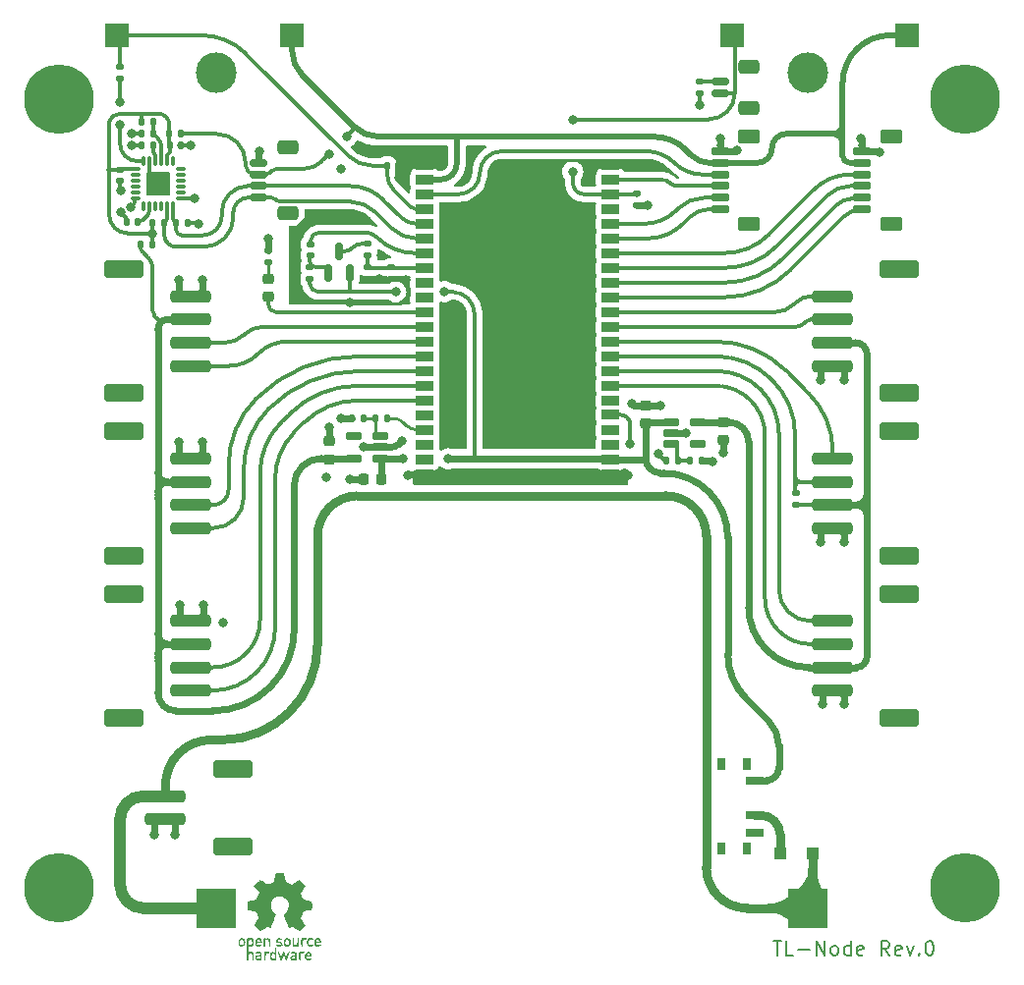
<source format=gbr>
%TF.GenerationSoftware,KiCad,Pcbnew,(6.0.7)*%
%TF.CreationDate,2022-10-18T10:08:25+03:00*%
%TF.ProjectId,TL-Node Rev.0,544c2d4e-6f64-4652-9052-65762e302e6b,rev?*%
%TF.SameCoordinates,Original*%
%TF.FileFunction,Copper,L1,Top*%
%TF.FilePolarity,Positive*%
%FSLAX46Y46*%
G04 Gerber Fmt 4.6, Leading zero omitted, Abs format (unit mm)*
G04 Created by KiCad (PCBNEW (6.0.7)) date 2022-10-18 10:08:25*
%MOMM*%
%LPD*%
G01*
G04 APERTURE LIST*
G04 Aperture macros list*
%AMRoundRect*
0 Rectangle with rounded corners*
0 $1 Rounding radius*
0 $2 $3 $4 $5 $6 $7 $8 $9 X,Y pos of 4 corners*
0 Add a 4 corners polygon primitive as box body*
4,1,4,$2,$3,$4,$5,$6,$7,$8,$9,$2,$3,0*
0 Add four circle primitives for the rounded corners*
1,1,$1+$1,$2,$3*
1,1,$1+$1,$4,$5*
1,1,$1+$1,$6,$7*
1,1,$1+$1,$8,$9*
0 Add four rect primitives between the rounded corners*
20,1,$1+$1,$2,$3,$4,$5,0*
20,1,$1+$1,$4,$5,$6,$7,0*
20,1,$1+$1,$6,$7,$8,$9,0*
20,1,$1+$1,$8,$9,$2,$3,0*%
G04 Aperture macros list end*
%ADD10C,0.200000*%
%TA.AperFunction,NonConductor*%
%ADD11C,0.200000*%
%TD*%
%TA.AperFunction,SMDPad,CuDef*%
%ADD12RoundRect,0.135000X-0.135000X-0.185000X0.135000X-0.185000X0.135000X0.185000X-0.135000X0.185000X0*%
%TD*%
%TA.AperFunction,SMDPad,CuDef*%
%ADD13RoundRect,0.135000X0.135000X0.185000X-0.135000X0.185000X-0.135000X-0.185000X0.135000X-0.185000X0*%
%TD*%
%TA.AperFunction,SMDPad,CuDef*%
%ADD14RoundRect,0.060000X0.602500X0.240000X-0.602500X0.240000X-0.602500X-0.240000X0.602500X-0.240000X0*%
%TD*%
%TA.AperFunction,SMDPad,CuDef*%
%ADD15RoundRect,0.225000X-0.225000X-0.250000X0.225000X-0.250000X0.225000X0.250000X-0.225000X0.250000X0*%
%TD*%
%TA.AperFunction,SMDPad,CuDef*%
%ADD16RoundRect,0.225000X0.250000X-0.225000X0.250000X0.225000X-0.250000X0.225000X-0.250000X-0.225000X0*%
%TD*%
%TA.AperFunction,SMDPad,CuDef*%
%ADD17RoundRect,0.060000X-0.715000X0.240000X-0.715000X-0.240000X0.715000X-0.240000X0.715000X0.240000X0*%
%TD*%
%TA.AperFunction,SMDPad,CuDef*%
%ADD18RoundRect,0.120000X-0.780000X0.480000X-0.780000X-0.480000X0.780000X-0.480000X0.780000X0.480000X0*%
%TD*%
%TA.AperFunction,SMDPad,CuDef*%
%ADD19RoundRect,0.150000X0.150000X-0.587500X0.150000X0.587500X-0.150000X0.587500X-0.150000X-0.587500X0*%
%TD*%
%TA.AperFunction,SMDPad,CuDef*%
%ADD20RoundRect,0.150000X-0.625000X0.150000X-0.625000X-0.150000X0.625000X-0.150000X0.625000X0.150000X0*%
%TD*%
%TA.AperFunction,SMDPad,CuDef*%
%ADD21RoundRect,0.250000X-0.650000X0.350000X-0.650000X-0.350000X0.650000X-0.350000X0.650000X0.350000X0*%
%TD*%
%TA.AperFunction,SMDPad,CuDef*%
%ADD22RoundRect,0.135000X-0.185000X0.135000X-0.185000X-0.135000X0.185000X-0.135000X0.185000X0.135000X0*%
%TD*%
%TA.AperFunction,SMDPad,CuDef*%
%ADD23RoundRect,0.250000X-1.500000X0.250000X-1.500000X-0.250000X1.500000X-0.250000X1.500000X0.250000X0*%
%TD*%
%TA.AperFunction,SMDPad,CuDef*%
%ADD24RoundRect,0.250001X-1.449999X0.499999X-1.449999X-0.499999X1.449999X-0.499999X1.449999X0.499999X0*%
%TD*%
%TA.AperFunction,SMDPad,CuDef*%
%ADD25RoundRect,0.140000X0.140000X0.170000X-0.140000X0.170000X-0.140000X-0.170000X0.140000X-0.170000X0*%
%TD*%
%TA.AperFunction,ComponentPad*%
%ADD26C,0.800000*%
%TD*%
%TA.AperFunction,ComponentPad*%
%ADD27C,6.000000*%
%TD*%
%TA.AperFunction,SMDPad,CuDef*%
%ADD28R,1.100000X1.100000*%
%TD*%
%TA.AperFunction,SMDPad,CuDef*%
%ADD29RoundRect,0.135000X0.185000X-0.135000X0.185000X0.135000X-0.185000X0.135000X-0.185000X-0.135000X0*%
%TD*%
%TA.AperFunction,SMDPad,CuDef*%
%ADD30RoundRect,0.225000X-0.250000X0.225000X-0.250000X-0.225000X0.250000X-0.225000X0.250000X0.225000X0*%
%TD*%
%TA.AperFunction,SMDPad,CuDef*%
%ADD31RoundRect,0.234375X-1.465625X0.515625X-1.465625X-0.515625X1.465625X-0.515625X1.465625X0.515625X0*%
%TD*%
%TA.AperFunction,SMDPad,CuDef*%
%ADD32RoundRect,0.075000X0.350000X0.075000X-0.350000X0.075000X-0.350000X-0.075000X0.350000X-0.075000X0*%
%TD*%
%TA.AperFunction,SMDPad,CuDef*%
%ADD33RoundRect,0.075000X-0.075000X0.350000X-0.075000X-0.350000X0.075000X-0.350000X0.075000X0.350000X0*%
%TD*%
%TA.AperFunction,SMDPad,CuDef*%
%ADD34RoundRect,0.090000X-0.660000X-0.360000X0.660000X-0.360000X0.660000X0.360000X-0.660000X0.360000X0*%
%TD*%
%TA.AperFunction,SMDPad,CuDef*%
%ADD35RoundRect,0.090500X-0.659500X-0.362000X0.659500X-0.362000X0.659500X0.362000X-0.659500X0.362000X0*%
%TD*%
%TA.AperFunction,SMDPad,CuDef*%
%ADD36RoundRect,0.100000X0.000000X-0.565685X0.565685X0.000000X0.000000X0.565685X-0.565685X0.000000X0*%
%TD*%
%TA.AperFunction,SMDPad,CuDef*%
%ADD37RoundRect,0.140000X-0.140000X-0.170000X0.140000X-0.170000X0.140000X0.170000X-0.140000X0.170000X0*%
%TD*%
%TA.AperFunction,SMDPad,CuDef*%
%ADD38RoundRect,0.140000X0.170000X-0.140000X0.170000X0.140000X-0.170000X0.140000X-0.170000X-0.140000X0*%
%TD*%
%TA.AperFunction,SMDPad,CuDef*%
%ADD39RoundRect,0.140000X-0.170000X0.140000X-0.170000X-0.140000X0.170000X-0.140000X0.170000X0.140000X0*%
%TD*%
%TA.AperFunction,ComponentPad*%
%ADD40R,2.000000X2.000000*%
%TD*%
%TA.AperFunction,SMDPad,CuDef*%
%ADD41RoundRect,0.250000X1.500000X-0.250000X1.500000X0.250000X-1.500000X0.250000X-1.500000X-0.250000X0*%
%TD*%
%TA.AperFunction,SMDPad,CuDef*%
%ADD42RoundRect,0.250001X1.449999X-0.499999X1.449999X0.499999X-1.449999X0.499999X-1.449999X-0.499999X0*%
%TD*%
%TA.AperFunction,SMDPad,CuDef*%
%ADD43RoundRect,0.060000X-0.602500X-0.240000X0.602500X-0.240000X0.602500X0.240000X-0.602500X0.240000X0*%
%TD*%
%TA.AperFunction,SMDPad,CuDef*%
%ADD44R,0.800000X1.000000*%
%TD*%
%TA.AperFunction,SMDPad,CuDef*%
%ADD45R,1.500000X0.700000*%
%TD*%
%TA.AperFunction,ComponentPad*%
%ADD46R,3.500000X3.500000*%
%TD*%
%TA.AperFunction,ComponentPad*%
%ADD47C,3.500000*%
%TD*%
%TA.AperFunction,ViaPad*%
%ADD48C,0.800000*%
%TD*%
%TA.AperFunction,Conductor*%
%ADD49C,0.600000*%
%TD*%
%TA.AperFunction,Conductor*%
%ADD50C,0.300000*%
%TD*%
%TA.AperFunction,Conductor*%
%ADD51C,0.250000*%
%TD*%
%TA.AperFunction,Conductor*%
%ADD52C,0.500000*%
%TD*%
%TA.AperFunction,Conductor*%
%ADD53C,0.750000*%
%TD*%
%TA.AperFunction,Conductor*%
%ADD54C,1.000000*%
%TD*%
G04 APERTURE END LIST*
D10*
D11*
X122535714Y-129565476D02*
X123250000Y-129565476D01*
X122892857Y-130815476D02*
X122892857Y-129565476D01*
X124261904Y-130815476D02*
X123666666Y-130815476D01*
X123666666Y-129565476D01*
X124678571Y-130339285D02*
X125630952Y-130339285D01*
X126226190Y-130815476D02*
X126226190Y-129565476D01*
X126940476Y-130815476D01*
X126940476Y-129565476D01*
X127714285Y-130815476D02*
X127595238Y-130755952D01*
X127535714Y-130696428D01*
X127476190Y-130577380D01*
X127476190Y-130220238D01*
X127535714Y-130101190D01*
X127595238Y-130041666D01*
X127714285Y-129982142D01*
X127892857Y-129982142D01*
X128011904Y-130041666D01*
X128071428Y-130101190D01*
X128130952Y-130220238D01*
X128130952Y-130577380D01*
X128071428Y-130696428D01*
X128011904Y-130755952D01*
X127892857Y-130815476D01*
X127714285Y-130815476D01*
X129202380Y-130815476D02*
X129202380Y-129565476D01*
X129202380Y-130755952D02*
X129083333Y-130815476D01*
X128845238Y-130815476D01*
X128726190Y-130755952D01*
X128666666Y-130696428D01*
X128607142Y-130577380D01*
X128607142Y-130220238D01*
X128666666Y-130101190D01*
X128726190Y-130041666D01*
X128845238Y-129982142D01*
X129083333Y-129982142D01*
X129202380Y-130041666D01*
X130273809Y-130755952D02*
X130154761Y-130815476D01*
X129916666Y-130815476D01*
X129797619Y-130755952D01*
X129738095Y-130636904D01*
X129738095Y-130160714D01*
X129797619Y-130041666D01*
X129916666Y-129982142D01*
X130154761Y-129982142D01*
X130273809Y-130041666D01*
X130333333Y-130160714D01*
X130333333Y-130279761D01*
X129738095Y-130398809D01*
X132535714Y-130815476D02*
X132119047Y-130220238D01*
X131821428Y-130815476D02*
X131821428Y-129565476D01*
X132297619Y-129565476D01*
X132416666Y-129625000D01*
X132476190Y-129684523D01*
X132535714Y-129803571D01*
X132535714Y-129982142D01*
X132476190Y-130101190D01*
X132416666Y-130160714D01*
X132297619Y-130220238D01*
X131821428Y-130220238D01*
X133547619Y-130755952D02*
X133428571Y-130815476D01*
X133190476Y-130815476D01*
X133071428Y-130755952D01*
X133011904Y-130636904D01*
X133011904Y-130160714D01*
X133071428Y-130041666D01*
X133190476Y-129982142D01*
X133428571Y-129982142D01*
X133547619Y-130041666D01*
X133607142Y-130160714D01*
X133607142Y-130279761D01*
X133011904Y-130398809D01*
X134023809Y-129982142D02*
X134321428Y-130815476D01*
X134619047Y-129982142D01*
X135095238Y-130696428D02*
X135154761Y-130755952D01*
X135095238Y-130815476D01*
X135035714Y-130755952D01*
X135095238Y-130696428D01*
X135095238Y-130815476D01*
X135928571Y-129565476D02*
X136047619Y-129565476D01*
X136166666Y-129625000D01*
X136226190Y-129684523D01*
X136285714Y-129803571D01*
X136345238Y-130041666D01*
X136345238Y-130339285D01*
X136285714Y-130577380D01*
X136226190Y-130696428D01*
X136166666Y-130755952D01*
X136047619Y-130815476D01*
X135928571Y-130815476D01*
X135809523Y-130755952D01*
X135750000Y-130696428D01*
X135690476Y-130577380D01*
X135630952Y-130339285D01*
X135630952Y-130041666D01*
X135690476Y-129803571D01*
X135750000Y-129684523D01*
X135809523Y-129625000D01*
X135928571Y-129565476D01*
%TO.C,G\u002A\u002A\u002A*%
G36*
X77997344Y-129390637D02*
G01*
X78094627Y-129335075D01*
X78201400Y-129324448D01*
X78305450Y-129356099D01*
X78394563Y-129427372D01*
X78456527Y-129535612D01*
X78475194Y-129614141D01*
X78492469Y-129742959D01*
X78259043Y-129742959D01*
X78141667Y-129743948D01*
X78072886Y-129749328D01*
X78040681Y-129762723D01*
X78033031Y-129787757D01*
X78035303Y-129810399D01*
X78072523Y-129881663D01*
X78146671Y-129924820D01*
X78236790Y-129929761D01*
X78265752Y-129921554D01*
X78343586Y-129906837D01*
X78412895Y-129916664D01*
X78451741Y-129946708D01*
X78454177Y-129958720D01*
X78428329Y-129989009D01*
X78365083Y-130024463D01*
X78285890Y-130055689D01*
X78212197Y-130073293D01*
X78189936Y-130074451D01*
X78116220Y-130061307D01*
X78075299Y-130047718D01*
X77979330Y-129978038D01*
X77913288Y-129869058D01*
X77881512Y-129736432D01*
X77888342Y-129595818D01*
X77892283Y-129583785D01*
X78030804Y-129583785D01*
X78079388Y-129611963D01*
X78181385Y-129621718D01*
X78277148Y-129616710D01*
X78323751Y-129599560D01*
X78332936Y-129576952D01*
X78309654Y-129529487D01*
X78257160Y-129482535D01*
X78197837Y-129450465D01*
X78151192Y-129455652D01*
X78105609Y-129482535D01*
X78039073Y-129539777D01*
X78030804Y-129583785D01*
X77892283Y-129583785D01*
X77921762Y-129493788D01*
X77997344Y-129390637D01*
G37*
G36*
X79914737Y-130506185D02*
G01*
X79951204Y-130520667D01*
X79980797Y-130559764D01*
X80009686Y-130635350D01*
X80041843Y-130750776D01*
X80072582Y-130860070D01*
X80100353Y-130942280D01*
X80120280Y-130983424D01*
X80123787Y-130985680D01*
X80141842Y-130958846D01*
X80171232Y-130887496D01*
X80206489Y-130785357D01*
X80217389Y-130750776D01*
X80258572Y-130627848D01*
X80292528Y-130554484D01*
X80324590Y-130520941D01*
X80346007Y-130515871D01*
X80378490Y-130529102D01*
X80410670Y-130575008D01*
X80447579Y-130662913D01*
X80485108Y-130773508D01*
X80524586Y-130893044D01*
X80553383Y-130960839D01*
X80577041Y-130975462D01*
X80601105Y-130935484D01*
X80631118Y-130839474D01*
X80661348Y-130728043D01*
X80695448Y-130613096D01*
X80725708Y-130545676D01*
X80758825Y-130513608D01*
X80783443Y-130506185D01*
X80818735Y-130504373D01*
X80838732Y-130517139D01*
X80842516Y-130552798D01*
X80829168Y-130619668D01*
X80797772Y-130726064D01*
X80747408Y-130880302D01*
X80739528Y-130903975D01*
X80690767Y-131046567D01*
X80654441Y-131140426D01*
X80625490Y-131194861D01*
X80598849Y-131219180D01*
X80569457Y-131222691D01*
X80566407Y-131222290D01*
X80528631Y-131205000D01*
X80495329Y-131157842D01*
X80460108Y-131069536D01*
X80434704Y-130989825D01*
X80400622Y-130881695D01*
X80371905Y-130798082D01*
X80353877Y-130754324D01*
X80352064Y-130751746D01*
X80337206Y-130771451D01*
X80310594Y-130836910D01*
X80277123Y-130935587D01*
X80264914Y-130974928D01*
X80224927Y-131097393D01*
X80191877Y-131172056D01*
X80159426Y-131210261D01*
X80126505Y-131222711D01*
X80069268Y-131214791D01*
X80047718Y-131192400D01*
X80033388Y-131147735D01*
X80005069Y-131059985D01*
X79967469Y-130943730D01*
X79941767Y-130864364D01*
X79893507Y-130712498D01*
X79864324Y-130609232D01*
X79853562Y-130545849D01*
X79860561Y-130513630D01*
X79884665Y-130503859D01*
X79914737Y-130506185D01*
G37*
G36*
X77944198Y-130881092D02*
G01*
X78044442Y-130826057D01*
X78191344Y-130804118D01*
X78213668Y-130803819D01*
X78292825Y-130798178D01*
X78327265Y-130776403D01*
X78332936Y-130746909D01*
X78308881Y-130671949D01*
X78237504Y-130633941D01*
X78119985Y-130633474D01*
X78108572Y-130635084D01*
X78011195Y-130639545D01*
X77954387Y-130621666D01*
X77944785Y-130586493D01*
X77985530Y-130541583D01*
X78073987Y-130507131D01*
X78186850Y-130502039D01*
X78301289Y-130523119D01*
X78394477Y-130567184D01*
X78430980Y-130603762D01*
X78440592Y-130646926D01*
X78448222Y-130735681D01*
X78452832Y-130855005D01*
X78453713Y-130932619D01*
X78454177Y-131228126D01*
X78355669Y-131222950D01*
X78259578Y-131225495D01*
X78181385Y-131237625D01*
X78096911Y-131239189D01*
X78010108Y-131215236D01*
X77927082Y-131154368D01*
X77894427Y-131081116D01*
X77893823Y-131020042D01*
X78009179Y-131020042D01*
X78029833Y-131061456D01*
X78085608Y-131094080D01*
X78166081Y-131106946D01*
X78246978Y-131100265D01*
X78304024Y-131074247D01*
X78314538Y-131058977D01*
X78333942Y-130982994D01*
X78312915Y-130941795D01*
X78243616Y-130926192D01*
X78200251Y-130925060D01*
X78093416Y-130937541D01*
X78027317Y-130971129D01*
X78009179Y-131020042D01*
X77893823Y-131020042D01*
X77893297Y-130966890D01*
X77944198Y-130881092D01*
G37*
G36*
X81960772Y-129334280D02*
G01*
X81976668Y-129353272D01*
X82000338Y-129372770D01*
X82052977Y-129353272D01*
X82142298Y-129322267D01*
X82220462Y-129322837D01*
X82273855Y-129350279D01*
X82288862Y-129399894D01*
X82278016Y-129430990D01*
X82229634Y-129475744D01*
X82161223Y-129479441D01*
X82085849Y-129476667D01*
X82034804Y-129497556D01*
X82002833Y-129551209D01*
X81984681Y-129646727D01*
X81975094Y-129793212D01*
X81974729Y-129802455D01*
X81968439Y-129932949D01*
X81959976Y-130014183D01*
X81946511Y-130057517D01*
X81925217Y-130074309D01*
X81906531Y-130076372D01*
X81882589Y-130072239D01*
X81866373Y-130053306D01*
X81856392Y-130009770D01*
X81851156Y-129931829D01*
X81849175Y-129809680D01*
X81848926Y-129697494D01*
X81849542Y-129540069D01*
X81852391Y-129433448D01*
X81858978Y-129367822D01*
X81870808Y-129333377D01*
X81889384Y-129320305D01*
X81907021Y-129318616D01*
X81960772Y-129334280D01*
G37*
G36*
X82999992Y-129512756D02*
G01*
X83028884Y-129462042D01*
X83081876Y-129409451D01*
X83084548Y-129407060D01*
X83195051Y-129335870D01*
X83307927Y-129322896D01*
X83407018Y-129353126D01*
X83480519Y-129414154D01*
X83540336Y-129512203D01*
X83573605Y-129623680D01*
X83576611Y-129664187D01*
X83574142Y-129704102D01*
X83558257Y-129727571D01*
X83516236Y-129738960D01*
X83435361Y-129742637D01*
X83347176Y-129742959D01*
X83231034Y-129743984D01*
X83163396Y-129749534D01*
X83132152Y-129763327D01*
X83125191Y-129789080D01*
X83127427Y-129810399D01*
X83164647Y-129881663D01*
X83238795Y-129924820D01*
X83328915Y-129929761D01*
X83357876Y-129921554D01*
X83435710Y-129906837D01*
X83505019Y-129916664D01*
X83543865Y-129946708D01*
X83546301Y-129958720D01*
X83520453Y-129989009D01*
X83457208Y-130024463D01*
X83378014Y-130055689D01*
X83304321Y-130073293D01*
X83282060Y-130074451D01*
X83208344Y-130061307D01*
X83167423Y-130047718D01*
X83072490Y-129989002D01*
X83014582Y-129900255D01*
X82988408Y-129771123D01*
X82985561Y-129691826D01*
X82987933Y-129583785D01*
X83122928Y-129583785D01*
X83171512Y-129611963D01*
X83273509Y-129621718D01*
X83369272Y-129616710D01*
X83415875Y-129599560D01*
X83425060Y-129576952D01*
X83401778Y-129529487D01*
X83349284Y-129482535D01*
X83289961Y-129450465D01*
X83243316Y-129455652D01*
X83197733Y-129482535D01*
X83131197Y-129539777D01*
X83122928Y-129583785D01*
X82987933Y-129583785D01*
X82987963Y-129582412D01*
X82999992Y-129512756D01*
G37*
G36*
X78770929Y-130514592D02*
G01*
X78796430Y-130538604D01*
X78816670Y-130561292D01*
X78850484Y-130538604D01*
X78919131Y-130507721D01*
X79009581Y-130504177D01*
X79088743Y-130529180D01*
X79112949Y-130567200D01*
X79091528Y-130607783D01*
X79037519Y-130638226D01*
X78968604Y-130646237D01*
X78888973Y-130649654D01*
X78835939Y-130680180D01*
X78804646Y-130746613D01*
X78790237Y-130857754D01*
X78787590Y-130974236D01*
X78786869Y-131097906D01*
X78782300Y-131173045D01*
X78770277Y-131211742D01*
X78747192Y-131226084D01*
X78711814Y-131228162D01*
X78636039Y-131228162D01*
X78636039Y-130500716D01*
X78709288Y-130500716D01*
X78770929Y-130514592D01*
G37*
G36*
X81182338Y-129323809D02*
G01*
X81200479Y-129347626D01*
X81209391Y-129402421D01*
X81212250Y-129500548D01*
X81212411Y-129554354D01*
X81221556Y-129722552D01*
X81250347Y-129837314D01*
X81300814Y-129903210D01*
X81374990Y-129924809D01*
X81377125Y-129924821D01*
X81436943Y-129914997D01*
X81477421Y-129879203D01*
X81502653Y-129807959D01*
X81516732Y-129691784D01*
X81521767Y-129589898D01*
X81527245Y-129464937D01*
X81535436Y-129388145D01*
X81549950Y-129347075D01*
X81574397Y-129329284D01*
X81598867Y-129324085D01*
X81627052Y-129321988D01*
X81646154Y-129331570D01*
X81657940Y-129362449D01*
X81664176Y-129424240D01*
X81666629Y-129526561D01*
X81667064Y-129679028D01*
X81667065Y-129695386D01*
X81666356Y-129853731D01*
X81663305Y-129961166D01*
X81656521Y-130027394D01*
X81644614Y-130062118D01*
X81626196Y-130075041D01*
X81612506Y-130076372D01*
X81547357Y-130059093D01*
X81524830Y-130043254D01*
X81477832Y-130025729D01*
X81429829Y-130043254D01*
X81339935Y-130073352D01*
X81253484Y-130054465D01*
X81227566Y-130041372D01*
X81167664Y-130001484D01*
X81128118Y-129951545D01*
X81104884Y-129878938D01*
X81093916Y-129771044D01*
X81091170Y-129615925D01*
X81092032Y-129479536D01*
X81096125Y-129392684D01*
X81105705Y-129344298D01*
X81123032Y-129323301D01*
X81150363Y-129318620D01*
X81151790Y-129318616D01*
X81182338Y-129323809D01*
G37*
G36*
X80042619Y-129331237D02*
G01*
X80136516Y-129360822D01*
X80187207Y-129402157D01*
X80187655Y-129447799D01*
X80170767Y-129466797D01*
X80116515Y-129486544D01*
X80042758Y-129469138D01*
X79944256Y-129447733D01*
X79867761Y-129460611D01*
X79826513Y-129503538D01*
X79823749Y-129539165D01*
X79840282Y-129581589D01*
X79884941Y-129607662D01*
X79973203Y-129625877D01*
X79984845Y-129627568D01*
X80109135Y-129665167D01*
X80195398Y-129729974D01*
X80240865Y-129810734D01*
X80242766Y-129896193D01*
X80198332Y-129975094D01*
X80104792Y-130036183D01*
X80087048Y-130042874D01*
X79957343Y-130072515D01*
X79839508Y-130058862D01*
X79768734Y-130032714D01*
X79681310Y-129984909D01*
X79651720Y-129941126D01*
X79677641Y-129897915D01*
X79677862Y-129897731D01*
X79723958Y-129881318D01*
X79796385Y-129897224D01*
X79834184Y-129911991D01*
X79940208Y-129938513D01*
X80026350Y-129927285D01*
X80079794Y-129882121D01*
X80090931Y-129835584D01*
X80080365Y-129797926D01*
X80039370Y-129774236D01*
X79954001Y-129757282D01*
X79934878Y-129754656D01*
X79793692Y-129718255D01*
X79703911Y-129654116D01*
X79667372Y-129563670D01*
X79666587Y-129545943D01*
X79693802Y-129449604D01*
X79767355Y-129376178D01*
X79875107Y-129332596D01*
X80004921Y-129325789D01*
X80042619Y-129331237D01*
G37*
G36*
X82796812Y-129354894D02*
G01*
X82807072Y-129359585D01*
X82884156Y-129404654D01*
X82905952Y-129445037D01*
X82876146Y-129490084D01*
X82863036Y-129501543D01*
X82814428Y-129524305D01*
X82781198Y-129505255D01*
X82728287Y-129480918D01*
X82648412Y-129470192D01*
X82644540Y-129470167D01*
X82573294Y-129478405D01*
X82529705Y-129514371D01*
X82497558Y-129578852D01*
X82474355Y-129681945D01*
X82482483Y-129785036D01*
X82517774Y-129867895D01*
X82565163Y-129906986D01*
X82658240Y-129924213D01*
X82744676Y-129911117D01*
X82782699Y-129888232D01*
X82822243Y-129868915D01*
X82865480Y-129897836D01*
X82894225Y-129937075D01*
X82878498Y-129972549D01*
X82853868Y-129996341D01*
X82767221Y-130043009D01*
X82655631Y-130064788D01*
X82551523Y-130056378D01*
X82530907Y-130049130D01*
X82434617Y-129987458D01*
X82376610Y-129896689D01*
X82351284Y-129765972D01*
X82349046Y-129696754D01*
X82353027Y-129582331D01*
X82368763Y-129507263D01*
X82401943Y-129450589D01*
X82422091Y-129427608D01*
X82532510Y-129351270D01*
X82663001Y-129326046D01*
X82796812Y-129354894D01*
G37*
G36*
X82290088Y-130571220D02*
G01*
X82388443Y-130513493D01*
X82470287Y-130500716D01*
X82591599Y-130528180D01*
X82687158Y-130602630D01*
X82745561Y-130712159D01*
X82758234Y-130801487D01*
X82758234Y-130925060D01*
X82530907Y-130925060D01*
X82409612Y-130927688D01*
X82338518Y-130936872D01*
X82307384Y-130954564D01*
X82303580Y-130968360D01*
X82330005Y-131036500D01*
X82396576Y-131084686D01*
X82484241Y-131106011D01*
X82573946Y-131093566D01*
X82605666Y-131077881D01*
X82662459Y-131070799D01*
X82712674Y-131102260D01*
X82727924Y-131142489D01*
X82702563Y-131170250D01*
X82641095Y-131205341D01*
X82565441Y-131237559D01*
X82497524Y-131256700D01*
X82478838Y-131258425D01*
X82427981Y-131245603D01*
X82351586Y-131213967D01*
X82333891Y-131205382D01*
X82238778Y-131129203D01*
X82182081Y-131024211D01*
X82161333Y-130903161D01*
X82174064Y-130778810D01*
X82176370Y-130772754D01*
X82308909Y-130772754D01*
X82364002Y-130796733D01*
X82469310Y-130803819D01*
X82563549Y-130802266D01*
X82609718Y-130793553D01*
X82620358Y-130771600D01*
X82609967Y-130735621D01*
X82557168Y-130664091D01*
X82478783Y-130631924D01*
X82396479Y-130645226D01*
X82365119Y-130666592D01*
X82309753Y-130729996D01*
X82308909Y-130772754D01*
X82176370Y-130772754D01*
X82217806Y-130663911D01*
X82290088Y-130571220D01*
G37*
G36*
X79166243Y-130665823D02*
G01*
X79192861Y-130612682D01*
X79228824Y-130572000D01*
X79326431Y-130513967D01*
X79448000Y-130511368D01*
X79552924Y-130544805D01*
X79582159Y-130551086D01*
X79598176Y-130529881D01*
X79604819Y-130469446D01*
X79605967Y-130382718D01*
X79608103Y-130280049D01*
X79617515Y-130224177D01*
X79638709Y-130201342D01*
X79666587Y-130197613D01*
X79688674Y-130200314D01*
X79704626Y-130214060D01*
X79715437Y-130247318D01*
X79722105Y-130308554D01*
X79725625Y-130406233D01*
X79726993Y-130548821D01*
X79727208Y-130712888D01*
X79726890Y-130900627D01*
X79725273Y-131036212D01*
X79721360Y-131128109D01*
X79714156Y-131184784D01*
X79702665Y-131214704D01*
X79685889Y-131226334D01*
X79666587Y-131228162D01*
X79617324Y-131216110D01*
X79605967Y-131199399D01*
X79581738Y-131191204D01*
X79521497Y-131206489D01*
X79500855Y-131214554D01*
X79430868Y-131242486D01*
X79390199Y-131256233D01*
X79387191Y-131256551D01*
X79355904Y-131245122D01*
X79313685Y-131228417D01*
X79231059Y-131173779D01*
X79179300Y-131084291D01*
X79154661Y-130951370D01*
X79151313Y-130856317D01*
X79151688Y-130841079D01*
X79304215Y-130841079D01*
X79307186Y-130941941D01*
X79320058Y-131027125D01*
X79339237Y-131070549D01*
X79409921Y-131103772D01*
X79492356Y-131095413D01*
X79549213Y-131056797D01*
X79575260Y-130993988D01*
X79588276Y-130899943D01*
X79587873Y-130798993D01*
X79573665Y-130715472D01*
X79555197Y-130680304D01*
X79494114Y-130651081D01*
X79415303Y-130647401D01*
X79348640Y-130668457D01*
X79330192Y-130686366D01*
X79311699Y-130748051D01*
X79304215Y-130841079D01*
X79151688Y-130841079D01*
X79154162Y-130740550D01*
X79166243Y-130665823D01*
G37*
G36*
X80932505Y-130906865D02*
G01*
X81004046Y-130848120D01*
X81116061Y-130812030D01*
X81210418Y-130803819D01*
X81289369Y-130799812D01*
X81324785Y-130780910D01*
X81333582Y-130736794D01*
X81333652Y-130728620D01*
X81308327Y-130664741D01*
X81243828Y-130629532D01*
X81157366Y-130629406D01*
X81109727Y-130645202D01*
X81040669Y-130657455D01*
X80976160Y-130641604D01*
X80940968Y-130604959D01*
X80939618Y-130595006D01*
X80966808Y-130561233D01*
X81036116Y-130530094D01*
X81129151Y-130507882D01*
X81215215Y-130500716D01*
X81325673Y-130517553D01*
X81410602Y-130574911D01*
X81410805Y-130575114D01*
X81445628Y-130614712D01*
X81467511Y-130658638D01*
X81479422Y-130721435D01*
X81484326Y-130817644D01*
X81485203Y-130939787D01*
X81485203Y-131230061D01*
X81386695Y-131225848D01*
X81283401Y-131228410D01*
X81197256Y-131238785D01*
X81116961Y-131245633D01*
X81060860Y-131238094D01*
X80973871Y-131177628D01*
X80919378Y-131088164D01*
X80912837Y-131043494D01*
X81035616Y-131043494D01*
X81042184Y-131063212D01*
X81074135Y-131094256D01*
X81145564Y-131103105D01*
X81189401Y-131101100D01*
X81271732Y-131090757D01*
X81311487Y-131067543D01*
X81326705Y-131019403D01*
X81328088Y-131008413D01*
X81330012Y-130957593D01*
X81310241Y-130933225D01*
X81253681Y-130925615D01*
X81198318Y-130925060D01*
X81091400Y-130937605D01*
X81037860Y-130976469D01*
X81035616Y-131043494D01*
X80912837Y-131043494D01*
X80904858Y-130988999D01*
X80932505Y-130906865D01*
G37*
G36*
X80351164Y-129583020D02*
G01*
X80362845Y-129513371D01*
X80391311Y-129462802D01*
X80443718Y-129410568D01*
X80447555Y-129407129D01*
X80558909Y-129335907D01*
X80672702Y-129323745D01*
X80783671Y-129361808D01*
X80875205Y-129440958D01*
X80926716Y-129563864D01*
X80939618Y-129697494D01*
X80920164Y-129857253D01*
X80861301Y-129971936D01*
X80783671Y-130033180D01*
X80668175Y-130071412D01*
X80556143Y-130057324D01*
X80530430Y-130047718D01*
X80436211Y-129989536D01*
X80378606Y-129901554D01*
X80352247Y-129773257D01*
X80349305Y-129697494D01*
X80484965Y-129697494D01*
X80493522Y-129788839D01*
X80514325Y-129862200D01*
X80516341Y-129866193D01*
X80570369Y-129911177D01*
X80649588Y-129924162D01*
X80726924Y-129903861D01*
X80759097Y-129877741D01*
X80783435Y-129819237D01*
X80797095Y-129729780D01*
X80798171Y-129697494D01*
X80783552Y-129574455D01*
X80737487Y-129500526D01*
X80656658Y-129471118D01*
X80633871Y-129470167D01*
X80551991Y-129492635D01*
X80503075Y-129562063D01*
X80485133Y-129681486D01*
X80484965Y-129697494D01*
X80349305Y-129697494D01*
X80349111Y-129692494D01*
X80351164Y-129583020D01*
G37*
G36*
X77186748Y-129511398D02*
G01*
X77191375Y-129425973D01*
X77198001Y-129370184D01*
X77206980Y-129337832D01*
X77218665Y-129322722D01*
X77233411Y-129318656D01*
X77235704Y-129318616D01*
X77300854Y-129335895D01*
X77323381Y-129351734D01*
X77370379Y-129369259D01*
X77418381Y-129351734D01*
X77527383Y-129320488D01*
X77627738Y-129349091D01*
X77682643Y-129393014D01*
X77721487Y-129438822D01*
X77743952Y-129491037D01*
X77754360Y-129567263D01*
X77757032Y-129685104D01*
X77757041Y-129696116D01*
X77754061Y-129822022D01*
X77742895Y-129903608D01*
X77720201Y-129956981D01*
X77697191Y-129984671D01*
X77596678Y-130051901D01*
X77490726Y-130064971D01*
X77408252Y-130033549D01*
X77332697Y-129984044D01*
X77332697Y-130273757D01*
X77333367Y-130407165D01*
X77336888Y-130489939D01*
X77345525Y-130532059D01*
X77361542Y-130543508D01*
X77387207Y-130534269D01*
X77391325Y-130532093D01*
X77506139Y-130501981D01*
X77618321Y-130528188D01*
X77682643Y-130575114D01*
X77717517Y-130614787D01*
X77739410Y-130658810D01*
X77751305Y-130721761D01*
X77756183Y-130818220D01*
X77757041Y-130938837D01*
X77756134Y-131073048D01*
X77751845Y-131157866D01*
X77741823Y-131204511D01*
X77723719Y-131224202D01*
X77696420Y-131228162D01*
X77664444Y-131222388D01*
X77646186Y-131196386D01*
X77637893Y-131137142D01*
X77635811Y-131031637D01*
X77635800Y-131017964D01*
X77631812Y-130899666D01*
X77621392Y-130796438D01*
X77607815Y-130734159D01*
X77554436Y-130663852D01*
X77476560Y-130642594D01*
X77395279Y-130672492D01*
X77364198Y-130701405D01*
X77345401Y-130744066D01*
X77335930Y-130814640D01*
X77332828Y-130927292D01*
X77332697Y-130972244D01*
X77331990Y-131096500D01*
X77327491Y-131172178D01*
X77315635Y-131211320D01*
X77292855Y-131225967D01*
X77256922Y-131228162D01*
X77181146Y-131228162D01*
X77181146Y-130273389D01*
X77181319Y-130007454D01*
X77182074Y-129795941D01*
X77183094Y-129697494D01*
X77332697Y-129697494D01*
X77342431Y-129817918D01*
X77375720Y-129889401D01*
X77438691Y-129921065D01*
X77485445Y-129924821D01*
X77560846Y-129902255D01*
X77600624Y-129847619D01*
X77634195Y-129703646D01*
X77608171Y-129553086D01*
X77606240Y-129547916D01*
X77564147Y-129487093D01*
X77491061Y-129470167D01*
X77407555Y-129483842D01*
X77357984Y-129531214D01*
X77335716Y-129621803D01*
X77332697Y-129697494D01*
X77183094Y-129697494D01*
X77183766Y-129632655D01*
X77186748Y-129511398D01*
G37*
G36*
X81778910Y-130516380D02*
G01*
X81794806Y-130535373D01*
X81818476Y-130554871D01*
X81871115Y-130535373D01*
X81952918Y-130507698D01*
X82036292Y-130502821D01*
X82096628Y-130521058D01*
X82107384Y-130532354D01*
X82109578Y-130581015D01*
X82066320Y-130622297D01*
X81992618Y-130644389D01*
X81963668Y-130645443D01*
X81886141Y-130655491D01*
X81834105Y-130696307D01*
X81803412Y-130776078D01*
X81789910Y-130902992D01*
X81788306Y-130991473D01*
X81786981Y-131110551D01*
X81780899Y-131181361D01*
X81766903Y-131216235D01*
X81741834Y-131227502D01*
X81727685Y-131228162D01*
X81702096Y-131224594D01*
X81684935Y-131207191D01*
X81674528Y-131165908D01*
X81669201Y-131090699D01*
X81667280Y-130971519D01*
X81667065Y-130864439D01*
X81667725Y-130710707D01*
X81670773Y-130607584D01*
X81677806Y-130545063D01*
X81690422Y-130513137D01*
X81710221Y-130501801D01*
X81725159Y-130500716D01*
X81778910Y-130516380D01*
G37*
G36*
X76456693Y-129578145D02*
G01*
X76470411Y-129506462D01*
X76501960Y-129451446D01*
X76546094Y-129403420D01*
X76613746Y-129344534D01*
X76675410Y-129322836D01*
X76762274Y-129327634D01*
X76765796Y-129328102D01*
X76890663Y-129364162D01*
X76973409Y-129436604D01*
X77018215Y-129551103D01*
X77029595Y-129686022D01*
X77022325Y-129826232D01*
X76996178Y-129921944D01*
X76944652Y-129988005D01*
X76878650Y-130030593D01*
X76765623Y-130070294D01*
X76658259Y-130061102D01*
X76616072Y-130046317D01*
X76530542Y-129987986D01*
X76478018Y-129891435D01*
X76455244Y-129749489D01*
X76454010Y-129700692D01*
X76574941Y-129700692D01*
X76594385Y-129807028D01*
X76644548Y-129883187D01*
X76713175Y-129922457D01*
X76788010Y-129918126D01*
X76856797Y-129863482D01*
X76861169Y-129857456D01*
X76903833Y-129757379D01*
X76905640Y-129652955D01*
X76872063Y-129559848D01*
X76808577Y-129493724D01*
X76725840Y-129470167D01*
X76643711Y-129491538D01*
X76594435Y-129558343D01*
X76575369Y-129674621D01*
X76574941Y-129700692D01*
X76454010Y-129700692D01*
X76453700Y-129688418D01*
X76456693Y-129578145D01*
G37*
G36*
X79032561Y-129339669D02*
G01*
X79111735Y-129391703D01*
X79150728Y-129428076D01*
X79175511Y-129465480D01*
X79189299Y-129517951D01*
X79195309Y-129599526D01*
X79196754Y-129724240D01*
X79196778Y-129763003D01*
X79196049Y-129899544D01*
X79192160Y-129986980D01*
X79182563Y-130036821D01*
X79164706Y-130060581D01*
X79136041Y-130069771D01*
X79128580Y-130070903D01*
X79096108Y-130072682D01*
X79076025Y-130059224D01*
X79065358Y-130019234D01*
X79061135Y-129941414D01*
X79060382Y-129814468D01*
X79060382Y-129811750D01*
X79056925Y-129662011D01*
X79043549Y-129562818D01*
X79015748Y-129504338D01*
X78969016Y-129476739D01*
X78903835Y-129470167D01*
X78839742Y-129482014D01*
X78796534Y-129523209D01*
X78770775Y-129602232D01*
X78759030Y-129727561D01*
X78757280Y-129831898D01*
X78756069Y-129953231D01*
X78750392Y-130026133D01*
X78737185Y-130062773D01*
X78713381Y-130075325D01*
X78695708Y-130076372D01*
X78638468Y-130059139D01*
X78618850Y-130036537D01*
X78613373Y-129991297D01*
X78610415Y-129899780D01*
X78610231Y-129776286D01*
X78612223Y-129665236D01*
X78616666Y-129519851D01*
X78622542Y-129424198D01*
X78632303Y-129367398D01*
X78648400Y-129338573D01*
X78673284Y-129326841D01*
X78689081Y-129324085D01*
X78744766Y-129331513D01*
X78757280Y-129363692D01*
X78762576Y-129395565D01*
X78789242Y-129389324D01*
X78824644Y-129365800D01*
X78928476Y-129322662D01*
X79032561Y-129339669D01*
G37*
G36*
X79860580Y-123745144D02*
G01*
X80008388Y-123748179D01*
X80378879Y-123756683D01*
X80454654Y-124134139D01*
X80530430Y-124511595D01*
X80757757Y-124610633D01*
X80871194Y-124657259D01*
X80968709Y-124692330D01*
X81032865Y-124709706D01*
X81041509Y-124710563D01*
X81088054Y-124694338D01*
X81171307Y-124649645D01*
X81278901Y-124583598D01*
X81382485Y-124514439D01*
X81497467Y-124436170D01*
X81594502Y-124372629D01*
X81662703Y-124330782D01*
X81690452Y-124317422D01*
X81720321Y-124337789D01*
X81781191Y-124391901D01*
X81862607Y-124469276D01*
X81954113Y-124559432D01*
X82045253Y-124651886D01*
X82125570Y-124736156D01*
X82184608Y-124801761D01*
X82211912Y-124838218D01*
X82212650Y-124840922D01*
X82196352Y-124873243D01*
X82152097Y-124944292D01*
X82086841Y-125043238D01*
X82015633Y-125147587D01*
X81937269Y-125262880D01*
X81873599Y-125360571D01*
X81831620Y-125429652D01*
X81818167Y-125458253D01*
X81828992Y-125496055D01*
X81858397Y-125575756D01*
X81901148Y-125683508D01*
X81926984Y-125746189D01*
X82036249Y-126008011D01*
X82773389Y-126151193D01*
X82782007Y-126497206D01*
X82783180Y-126665599D01*
X82777568Y-126789209D01*
X82765572Y-126861703D01*
X82758077Y-126876084D01*
X82716305Y-126894825D01*
X82628570Y-126919991D01*
X82508692Y-126947965D01*
X82400891Y-126969570D01*
X82076253Y-127030191D01*
X82009580Y-127166587D01*
X81957056Y-127280590D01*
X81902398Y-127408937D01*
X81882861Y-127457906D01*
X81822816Y-127612830D01*
X82017733Y-127904307D01*
X82094715Y-128021395D01*
X82157354Y-128120414D01*
X82198888Y-128190419D01*
X82212650Y-128219862D01*
X82192351Y-128249468D01*
X82137129Y-128312093D01*
X82055491Y-128398464D01*
X81959071Y-128496201D01*
X81705493Y-128748461D01*
X81403848Y-128547625D01*
X81102203Y-128346788D01*
X80960326Y-128426085D01*
X80877791Y-128470312D01*
X80832487Y-128485814D01*
X80809491Y-128474762D01*
X80797687Y-128449767D01*
X80779794Y-128405105D01*
X80742529Y-128314375D01*
X80689965Y-128187413D01*
X80626175Y-128034056D01*
X80555229Y-127864139D01*
X80555170Y-127863996D01*
X80485527Y-127695129D01*
X80424888Y-127543563D01*
X80376933Y-127418868D01*
X80345340Y-127330616D01*
X80333790Y-127288380D01*
X80333788Y-127288101D01*
X80357600Y-127243804D01*
X80416397Y-127190049D01*
X80437214Y-127175630D01*
X80580511Y-127049892D01*
X80694453Y-126883218D01*
X80742007Y-126774239D01*
X80782462Y-126574449D01*
X80767982Y-126376373D01*
X80703704Y-126189839D01*
X80594767Y-126024676D01*
X80446311Y-125890713D01*
X80263475Y-125797777D01*
X80225055Y-125785506D01*
X80017033Y-125754257D01*
X79816155Y-125778292D01*
X79631200Y-125852294D01*
X79470944Y-125970948D01*
X79344165Y-126128940D01*
X79259640Y-126320952D01*
X79244962Y-126379049D01*
X79231572Y-126579878D01*
X79272740Y-126778777D01*
X79363375Y-126963021D01*
X79498384Y-127119885D01*
X79561798Y-127170773D01*
X79634818Y-127229926D01*
X79679392Y-127279258D01*
X79686569Y-127301260D01*
X79628990Y-127447400D01*
X79562371Y-127610761D01*
X79490691Y-127782215D01*
X79417928Y-127952639D01*
X79348064Y-128112905D01*
X79285078Y-128253889D01*
X79232948Y-128366466D01*
X79195656Y-128441508D01*
X79177180Y-128469892D01*
X79176916Y-128469928D01*
X79134917Y-128457110D01*
X79061519Y-128424758D01*
X79025145Y-128406794D01*
X78901392Y-128343660D01*
X78639897Y-128523017D01*
X78528087Y-128599371D01*
X78433411Y-128663407D01*
X78367972Y-128706973D01*
X78345916Y-128720997D01*
X78313353Y-128707901D01*
X78248216Y-128658611D01*
X78159755Y-128580816D01*
X78057222Y-128482203D01*
X78050538Y-128475504D01*
X77787646Y-128211388D01*
X77986639Y-127913814D01*
X78185633Y-127616239D01*
X78069845Y-127324633D01*
X77954058Y-127033027D01*
X77256922Y-126905869D01*
X77248476Y-126526047D01*
X77240031Y-126146225D01*
X77609172Y-126072934D01*
X77978312Y-125999642D01*
X78095377Y-125728215D01*
X78212443Y-125456788D01*
X77779577Y-124826622D01*
X78032855Y-124572022D01*
X78134287Y-124472612D01*
X78221874Y-124391511D01*
X78286098Y-124337217D01*
X78317112Y-124318204D01*
X78353156Y-124334788D01*
X78427572Y-124379225D01*
X78529116Y-124444529D01*
X78634190Y-124515220D01*
X78751399Y-124593391D01*
X78852623Y-124656783D01*
X78926269Y-124698401D01*
X78959236Y-124711456D01*
X78999362Y-124701202D01*
X79078472Y-124674602D01*
X79179984Y-124637898D01*
X79287318Y-124597330D01*
X79383892Y-124559142D01*
X79453125Y-124529574D01*
X79477729Y-124516276D01*
X79486335Y-124485055D01*
X79503239Y-124406907D01*
X79525787Y-124294530D01*
X79545249Y-124193075D01*
X79571640Y-124054748D01*
X79595527Y-123932726D01*
X79613722Y-123843133D01*
X79621255Y-123808799D01*
X79630451Y-123779938D01*
X79648519Y-123760780D01*
X79685922Y-123749687D01*
X79753121Y-123745021D01*
X79860580Y-123745144D01*
G37*
%TD*%
D12*
%TO.P,R8,1*%
%TO.N,GND*%
X86240000Y-84525000D03*
%TO.P,R8,2*%
%TO.N,Net-(R7-Pad2)*%
X87260000Y-84525000D03*
%TD*%
D13*
%TO.P,R14,1*%
%TO.N,/3V3_MPU*%
X72060000Y-67700000D03*
%TO.P,R14,2*%
%TO.N,/SDA*%
X71040000Y-67700000D03*
%TD*%
D14*
%TO.P,U2,1,VIN*%
%TO.N,VBUS*%
X88637500Y-87975000D03*
%TO.P,U2,2,GND*%
%TO.N,GND*%
X88637500Y-87025000D03*
%TO.P,U2,3,CE*%
%TO.N,Net-(R7-Pad2)*%
X88637500Y-86075000D03*
%TO.P,U2,4,NC*%
%TO.N,unconnected-(U2-Pad4)*%
X86362500Y-86075000D03*
%TO.P,U2,5,VOUT*%
%TO.N,/3V3_LDO1*%
X86362500Y-87975000D03*
%TD*%
D15*
%TO.P,C5,1*%
%TO.N,GND*%
X87225000Y-89750000D03*
%TO.P,C5,2*%
%TO.N,VBUS*%
X88775000Y-89750000D03*
%TD*%
D16*
%TO.P,C8,1*%
%TO.N,GND*%
X118200000Y-86375000D03*
%TO.P,C8,2*%
%TO.N,/3V3_LDO2*%
X118200000Y-84825000D03*
%TD*%
D17*
%TO.P,J2,1,Pin_1*%
%TO.N,GND*%
X130125000Y-61500000D03*
%TO.P,J2,2,Pin_2*%
%TO.N,+3.3V*%
X130125000Y-62500000D03*
%TO.P,J2,3,Pin_3*%
%TO.N,/MTMS_CS*%
X130125000Y-63500000D03*
%TO.P,J2,4,Pin_4*%
%TO.N,/MTDI_MOSI*%
X130125000Y-64500000D03*
%TO.P,J2,5,Pin_5*%
%TO.N,/MTDO_MISO*%
X130125000Y-65500000D03*
%TO.P,J2,6,Pin_6*%
%TO.N,/MTCK_SCK*%
X130125000Y-66500000D03*
D18*
%TO.P,J2,MP*%
%TO.N,N/C*%
X132650000Y-60200000D03*
X132650000Y-67800000D03*
%TD*%
D19*
%TO.P,Q1,1,G*%
%TO.N,Net-(C4-Pad1)*%
X84155000Y-71990000D03*
%TO.P,Q1,2,S*%
%TO.N,VBUS*%
X86055000Y-71990000D03*
%TO.P,Q1,3,D*%
%TO.N,Net-(Q1-Pad3)*%
X85105000Y-70115000D03*
%TD*%
D20*
%TO.P,BZ1,1,-*%
%TO.N,Net-(BZ1-Pad1)*%
X117925000Y-55500000D03*
%TO.P,BZ1,2,+*%
%TO.N,/REED2*%
X117925000Y-56500000D03*
D21*
%TO.P,BZ1,MP*%
%TO.N,N/C*%
X120450000Y-54200000D03*
X120450000Y-57800000D03*
%TD*%
D22*
%TO.P,R5,1*%
%TO.N,Net-(Q1-Pad3)*%
X87605000Y-69480000D03*
%TO.P,R5,2*%
%TO.N,/ADC_BATT*%
X87605000Y-70500000D03*
%TD*%
D17*
%TO.P,J3,1,Pin_1*%
%TO.N,GND*%
X117925000Y-61500000D03*
%TO.P,J3,2,Pin_2*%
%TO.N,+3.3V*%
X117925000Y-62500000D03*
%TO.P,J3,3,Pin_3*%
%TO.N,/I00*%
X117925000Y-63500000D03*
%TO.P,J3,4,Pin_4*%
%TO.N,/RST*%
X117925000Y-64500000D03*
%TO.P,J3,5,Pin_5*%
%TO.N,/RX*%
X117925000Y-65500000D03*
%TO.P,J3,6,Pin_6*%
%TO.N,/TX*%
X117925000Y-66500000D03*
D18*
%TO.P,J3,MP*%
%TO.N,N/C*%
X120450000Y-60200000D03*
X120450000Y-67800000D03*
%TD*%
D23*
%TO.P,J7,1,Pin_1*%
%TO.N,GND*%
X72350000Y-102000000D03*
%TO.P,J7,2,Pin_2*%
%TO.N,/3V3_LDO1*%
X72350000Y-104000000D03*
%TO.P,J7,3,Pin_3*%
%TO.N,/S3_TX*%
X72350000Y-106000000D03*
%TO.P,J7,4,Pin_4*%
%TO.N,/S3_RX*%
X72350000Y-108000000D03*
D24*
%TO.P,J7,MP*%
%TO.N,N/C*%
X66600000Y-110350000D03*
X66600000Y-99650000D03*
%TD*%
D25*
%TO.P,C12,1*%
%TO.N,/MPU_CPOUT*%
X67740000Y-67600000D03*
%TO.P,C12,2*%
%TO.N,GND*%
X66780000Y-67600000D03*
%TD*%
D26*
%TO.P,H2,1*%
%TO.N,N/C*%
X137409010Y-58590990D03*
X141250000Y-57000000D03*
X140590990Y-58590990D03*
D27*
X139000000Y-57000000D03*
D26*
X139000000Y-59250000D03*
X139000000Y-54750000D03*
X140590990Y-55409010D03*
X137409010Y-55409010D03*
X136750000Y-57000000D03*
%TD*%
D28*
%TO.P,D1,1,K*%
%TO.N,Net-(D1-Pad1)*%
X123100000Y-122000000D03*
%TO.P,D1,2,A*%
%TO.N,+BATT*%
X125900000Y-122000000D03*
%TD*%
D13*
%TO.P,R16,1*%
%TO.N,/MPU_AD0*%
X69110000Y-60000000D03*
%TO.P,R16,2*%
%TO.N,GND*%
X68090000Y-60000000D03*
%TD*%
D29*
%TO.P,R4,1*%
%TO.N,VBUS*%
X82605000Y-72500000D03*
%TO.P,R4,2*%
%TO.N,Net-(C4-Pad1)*%
X82605000Y-71480000D03*
%TD*%
D30*
%TO.P,C6,1*%
%TO.N,GND*%
X84250000Y-86500000D03*
%TO.P,C6,2*%
%TO.N,/3V3_LDO1*%
X84250000Y-88050000D03*
%TD*%
D29*
%TO.P,R1,1*%
%TO.N,/MPU_INT*%
X66250000Y-55260000D03*
%TO.P,R1,2*%
%TO.N,/REED1*%
X66250000Y-54240000D03*
%TD*%
D27*
%TO.P,H1,1*%
%TO.N,N/C*%
X61000000Y-57000000D03*
D26*
X59409010Y-58590990D03*
X62590990Y-58590990D03*
X58750000Y-57000000D03*
X59409010Y-55409010D03*
X62590990Y-55409010D03*
X61000000Y-54750000D03*
X63250000Y-57000000D03*
X61000000Y-59250000D03*
%TD*%
D23*
%TO.P,J4,1,Pin_1*%
%TO.N,+BATT*%
X70150000Y-117100000D03*
%TO.P,J4,2,Pin_2*%
%TO.N,GND*%
X70150000Y-119100000D03*
D31*
%TO.P,J4,MP*%
%TO.N,N/C*%
X76000000Y-114750000D03*
X76000000Y-121450000D03*
%TD*%
D22*
%TO.P,R3,1*%
%TO.N,GND*%
X79000000Y-70029088D03*
%TO.P,R3,2*%
%TO.N,Net-(D2-Pad1)*%
X79000000Y-71049088D03*
%TD*%
D25*
%TO.P,C1,1*%
%TO.N,GND*%
X90230000Y-62750000D03*
%TO.P,C1,2*%
%TO.N,/REED1*%
X89270000Y-62750000D03*
%TD*%
D23*
%TO.P,J6,1,Pin_1*%
%TO.N,GND*%
X72350000Y-88000000D03*
%TO.P,J6,2,Pin_2*%
%TO.N,/3V3_LDO1*%
X72350000Y-90000000D03*
%TO.P,J6,3,Pin_3*%
%TO.N,/S2_TX*%
X72350000Y-92000000D03*
%TO.P,J6,4,Pin_4*%
%TO.N,/S2_RX*%
X72350000Y-94000000D03*
D24*
%TO.P,J6,MP*%
%TO.N,N/C*%
X66600000Y-96350000D03*
X66600000Y-85650000D03*
%TD*%
D32*
%TO.P,U4,1,CLKIN*%
%TO.N,GND*%
X71500000Y-65550000D03*
%TO.P,U4,2,NC*%
%TO.N,unconnected-(U4-Pad2)*%
X71500000Y-65050000D03*
%TO.P,U4,3,NC*%
%TO.N,unconnected-(U4-Pad3)*%
X71500000Y-64550000D03*
%TO.P,U4,4,NC*%
%TO.N,unconnected-(U4-Pad4)*%
X71500000Y-64050000D03*
%TO.P,U4,5,NC*%
%TO.N,unconnected-(U4-Pad5)*%
X71500000Y-63550000D03*
%TO.P,U4,6,AUX_SDA*%
%TO.N,unconnected-(U4-Pad6)*%
X71500000Y-63050000D03*
D33*
%TO.P,U4,7,AUX_SCL*%
%TO.N,unconnected-(U4-Pad7)*%
X70800000Y-62350000D03*
%TO.P,U4,8,VDDIO*%
%TO.N,/3V3_MPU*%
X70300000Y-62350000D03*
%TO.P,U4,9,AD0*%
%TO.N,/MPU_AD0*%
X69800000Y-62350000D03*
%TO.P,U4,10,REGOUT*%
%TO.N,/MPU_REGOUT*%
X69300000Y-62350000D03*
%TO.P,U4,11,FSYNC*%
%TO.N,GND*%
X68800000Y-62350000D03*
%TO.P,U4,12,INT*%
%TO.N,/MPU_INT*%
X68300000Y-62350000D03*
D32*
%TO.P,U4,13,VDD*%
%TO.N,/3V3_MPU*%
X67600000Y-63050000D03*
%TO.P,U4,14,NC*%
%TO.N,unconnected-(U4-Pad14)*%
X67600000Y-63550000D03*
%TO.P,U4,15,NC*%
%TO.N,unconnected-(U4-Pad15)*%
X67600000Y-64050000D03*
%TO.P,U4,16,NC*%
%TO.N,unconnected-(U4-Pad16)*%
X67600000Y-64550000D03*
%TO.P,U4,17,NC*%
%TO.N,unconnected-(U4-Pad17)*%
X67600000Y-65050000D03*
%TO.P,U4,18,GND*%
%TO.N,GND*%
X67600000Y-65550000D03*
D33*
%TO.P,U4,19,NC*%
%TO.N,unconnected-(U4-Pad19)*%
X68300000Y-66250000D03*
%TO.P,U4,20,CPOUT*%
%TO.N,/MPU_CPOUT*%
X68800000Y-66250000D03*
%TO.P,U4,21,NC*%
%TO.N,unconnected-(U4-Pad21)*%
X69300000Y-66250000D03*
%TO.P,U4,22,NC*%
%TO.N,unconnected-(U4-Pad22)*%
X69800000Y-66250000D03*
%TO.P,U4,23,SCL*%
%TO.N,/SCL*%
X70300000Y-66250000D03*
%TO.P,U4,24,SDA*%
%TO.N,/SDA*%
X70800000Y-66250000D03*
%TD*%
D34*
%TO.P,U1,1,GND*%
%TO.N,GND*%
X92500000Y-62665000D03*
%TO.P,U1,2,3V3*%
%TO.N,+3.3V*%
X92500000Y-63935000D03*
%TO.P,U1,3,GPIO0*%
%TO.N,/I00*%
X92500000Y-65205000D03*
D35*
%TO.P,U1,4,GPIO1*%
%TO.N,/REED1*%
X92500000Y-66475000D03*
D34*
%TO.P,U1,5,GPIO2*%
%TO.N,/SDA*%
X92500000Y-67745000D03*
%TO.P,U1,6,GPIO3*%
%TO.N,/SCL*%
X92500000Y-69015000D03*
%TO.P,U1,7,GPIO4*%
%TO.N,/ADC_EN*%
X92500000Y-70285000D03*
D35*
%TO.P,U1,8,GPIO5*%
%TO.N,/ADC_BATT*%
X92500000Y-71555000D03*
D34*
%TO.P,U1,9,GPIO6*%
%TO.N,unconnected-(U1-Pad9)*%
X92500000Y-72825000D03*
%TO.P,U1,10,GPIO7*%
%TO.N,unconnected-(U1-Pad10)*%
X92500000Y-74095000D03*
%TO.P,U1,11,GPIO8*%
%TO.N,/LED*%
X92500000Y-75365000D03*
D35*
%TO.P,U1,12,GPIO9*%
%TO.N,/S1_TX*%
X92500000Y-76635000D03*
D34*
%TO.P,U1,13,GPIO10*%
%TO.N,/S1_RX*%
X92500000Y-77905000D03*
%TO.P,U1,14,GPIO11*%
%TO.N,/S2_TX*%
X92500000Y-79175000D03*
%TO.P,U1,15,GPIO12*%
%TO.N,/S2_RX*%
X92500000Y-80445000D03*
D35*
%TO.P,U1,16,GPIO13*%
%TO.N,/S3_TX*%
X92500000Y-81715000D03*
D34*
%TO.P,U1,17,GPIO14*%
%TO.N,/S3_RX*%
X92500000Y-82985000D03*
%TO.P,U1,18,GPIO15*%
%TO.N,unconnected-(U1-Pad18)*%
X92500000Y-84255000D03*
%TO.P,U1,19,GPIO16*%
%TO.N,/LDO1_EN*%
X92500000Y-85525000D03*
D35*
%TO.P,U1,20,GPIO17*%
%TO.N,unconnected-(U1-Pad20)*%
X92500000Y-86795000D03*
D34*
%TO.P,U1,21,GPIO18*%
%TO.N,unconnected-(U1-Pad21)*%
X92500000Y-88065000D03*
%TO.P,U1,22,GND*%
%TO.N,GND*%
X92500000Y-89335000D03*
%TO.P,U1,23,GND*%
X108500000Y-89335000D03*
%TO.P,U1,24,VBUS*%
%TO.N,VBUS*%
X108500000Y-88065000D03*
D35*
%TO.P,U1,25,USB_D-*%
%TO.N,unconnected-(U1-Pad25)*%
X108500000Y-86795000D03*
D34*
%TO.P,U1,26,USB_D+*%
%TO.N,unconnected-(U1-Pad26)*%
X108500000Y-85525000D03*
%TO.P,U1,27,GPIO21*%
%TO.N,/LDO2_EN*%
X108500000Y-84225000D03*
%TO.P,U1,28,GPIO26*%
%TO.N,unconnected-(U1-Pad28)*%
X108500000Y-82985000D03*
D35*
%TO.P,U1,29,GPIO33*%
%TO.N,/S6_TX*%
X108500000Y-81715000D03*
D34*
%TO.P,U1,30,GPIO34*%
%TO.N,/S6_RX*%
X108500000Y-80445000D03*
%TO.P,U1,31,GPIO35*%
%TO.N,/S5_TX*%
X108500000Y-79175000D03*
%TO.P,U1,32,GPIO36*%
%TO.N,/S5_RX*%
X108500000Y-77905000D03*
D35*
%TO.P,U1,33,GPIO37*%
%TO.N,/S4_TX*%
X108500000Y-76635000D03*
D34*
%TO.P,U1,34,GPIO38*%
%TO.N,/S4_RX*%
X108500000Y-75365000D03*
%TO.P,U1,35,GPIO39*%
%TO.N,/MTCK_SCK*%
X108500000Y-74095000D03*
%TO.P,U1,36,GPIO40*%
%TO.N,/MTDO_MISO*%
X108500000Y-72825000D03*
D35*
%TO.P,U1,37,GPIO41*%
%TO.N,/MTDI_MOSI*%
X108500000Y-71555000D03*
D34*
%TO.P,U1,38,GPIO42*%
%TO.N,/MTMS_CS*%
X108500000Y-70283000D03*
%TO.P,U1,39,TXD*%
%TO.N,/TX*%
X108500000Y-69015000D03*
%TO.P,U1,40,RXD*%
%TO.N,/RX*%
X108500000Y-67745000D03*
D35*
%TO.P,U1,41,GPIO45*%
%TO.N,unconnected-(U1-Pad41)*%
X108500000Y-66475000D03*
D34*
%TO.P,U1,42,GPIO46*%
%TO.N,/REED2*%
X108500000Y-65205000D03*
%TO.P,U1,43,RESET*%
%TO.N,/RST*%
X108500000Y-63935000D03*
%TO.P,U1,44,GND*%
%TO.N,GND*%
X108500000Y-62665000D03*
D36*
%TO.P,U1,45,PAD*%
X100500000Y-67584239D03*
X100500000Y-65745761D03*
X101419239Y-66665000D03*
X99580761Y-66665000D03*
%TD*%
D25*
%TO.P,C11,1*%
%TO.N,/MPU_REGOUT*%
X69080000Y-61000000D03*
%TO.P,C11,2*%
%TO.N,GND*%
X68120000Y-61000000D03*
%TD*%
D12*
%TO.P,R13,1*%
%TO.N,/3V3_MPU*%
X69040000Y-67700000D03*
%TO.P,R13,2*%
%TO.N,/SCL*%
X70060000Y-67700000D03*
%TD*%
D37*
%TO.P,C9,1*%
%TO.N,/3V3_MPU*%
X70520000Y-61000000D03*
%TO.P,C9,2*%
%TO.N,GND*%
X71480000Y-61000000D03*
%TD*%
D38*
%TO.P,C2,1*%
%TO.N,GND*%
X110750000Y-66130000D03*
%TO.P,C2,2*%
%TO.N,/REED2*%
X110750000Y-65170000D03*
%TD*%
%TO.P,C4,1*%
%TO.N,Net-(C4-Pad1)*%
X82655000Y-70470000D03*
%TO.P,C4,2*%
%TO.N,/ADC_EN*%
X82655000Y-69510000D03*
%TD*%
D39*
%TO.P,C3,1*%
%TO.N,/ADC_BATT*%
X89600000Y-71520000D03*
%TO.P,C3,2*%
%TO.N,GND*%
X89600000Y-72480000D03*
%TD*%
D13*
%TO.P,R12,1*%
%TO.N,/3V3_MPU*%
X69010000Y-69500000D03*
%TO.P,R12,2*%
%TO.N,/3V3_LDO1*%
X67990000Y-69500000D03*
%TD*%
D26*
%TO.P,H4,1*%
%TO.N,N/C*%
X140590990Y-123409010D03*
X140590990Y-126590990D03*
X139000000Y-122750000D03*
X136750000Y-125000000D03*
X139000000Y-127250000D03*
X137409010Y-126590990D03*
X137409010Y-123409010D03*
D27*
X139000000Y-125000000D03*
D26*
X141250000Y-125000000D03*
%TD*%
D39*
%TO.P,C10,1*%
%TO.N,/3V3_MPU*%
X66260000Y-63120000D03*
%TO.P,C10,2*%
%TO.N,GND*%
X66260000Y-64080000D03*
%TD*%
D40*
%TO.P,SW3,1,1*%
%TO.N,+3.3V*%
X134060000Y-51500000D03*
%TO.P,SW3,2,2*%
%TO.N,/REED2*%
X118940000Y-51500000D03*
%TD*%
D13*
%TO.P,R15,1*%
%TO.N,/MPU_AD0*%
X69110000Y-59000000D03*
%TO.P,R15,2*%
%TO.N,/3V3_MPU*%
X68090000Y-59000000D03*
%TD*%
D23*
%TO.P,J5,1,Pin_1*%
%TO.N,GND*%
X72350000Y-74000000D03*
%TO.P,J5,2,Pin_2*%
%TO.N,/3V3_LDO1*%
X72350000Y-76000000D03*
%TO.P,J5,3,Pin_3*%
%TO.N,/S1_TX*%
X72350000Y-78000000D03*
%TO.P,J5,4,Pin_4*%
%TO.N,/S1_RX*%
X72350000Y-80000000D03*
D24*
%TO.P,J5,MP*%
%TO.N,N/C*%
X66600000Y-71650000D03*
X66600000Y-82350000D03*
%TD*%
D41*
%TO.P,J10,1,Pin_1*%
%TO.N,GND*%
X127650000Y-108000000D03*
%TO.P,J10,2,Pin_2*%
%TO.N,/3V3_LDO2*%
X127650000Y-106000000D03*
%TO.P,J10,3,Pin_3*%
%TO.N,/S6_TX*%
X127650000Y-104000000D03*
%TO.P,J10,4,Pin_4*%
%TO.N,/S6_RX*%
X127650000Y-102000000D03*
D42*
%TO.P,J10,MP*%
%TO.N,N/C*%
X133400000Y-110350000D03*
X133400000Y-99650000D03*
%TD*%
D41*
%TO.P,J8,1,Pin_1*%
%TO.N,GND*%
X127650000Y-80000000D03*
%TO.P,J8,2,Pin_2*%
%TO.N,/3V3_LDO2*%
X127650000Y-78000000D03*
%TO.P,J8,3,Pin_3*%
%TO.N,/S4_TX*%
X127650000Y-76000000D03*
%TO.P,J8,4,Pin_4*%
%TO.N,/S4_RX*%
X127650000Y-74000000D03*
D42*
%TO.P,J8,MP*%
%TO.N,N/C*%
X133400000Y-71650000D03*
X133400000Y-82350000D03*
%TD*%
D13*
%TO.P,R7,1*%
%TO.N,/LDO1_EN*%
X89260000Y-84550000D03*
%TO.P,R7,2*%
%TO.N,Net-(R7-Pad2)*%
X88240000Y-84550000D03*
%TD*%
D41*
%TO.P,J9,1,Pin_1*%
%TO.N,GND*%
X127650000Y-94000000D03*
%TO.P,J9,2,Pin_2*%
%TO.N,/3V3_LDO2*%
X127650000Y-92000000D03*
%TO.P,J9,3,Pin_3*%
%TO.N,/S5_TX*%
X127650000Y-90000000D03*
%TO.P,J9,4,Pin_4*%
%TO.N,/S5_RX*%
X127650000Y-88000000D03*
D42*
%TO.P,J9,MP*%
%TO.N,N/C*%
X133400000Y-85650000D03*
X133400000Y-96350000D03*
%TD*%
D13*
%TO.P,R10,1*%
%TO.N,GND*%
X116372500Y-88200000D03*
%TO.P,R10,2*%
%TO.N,Net-(R10-Pad2)*%
X115352500Y-88200000D03*
%TD*%
D22*
%TO.P,R6,1*%
%TO.N,/ADC_BATT*%
X87605000Y-71480000D03*
%TO.P,R6,2*%
%TO.N,GND*%
X87605000Y-72500000D03*
%TD*%
D30*
%TO.P,D2,1,K*%
%TO.N,Net-(D2-Pad1)*%
X79000000Y-72472500D03*
%TO.P,D2,2,A*%
%TO.N,/LED*%
X79000000Y-74022500D03*
%TD*%
D43*
%TO.P,U3,1,VIN*%
%TO.N,VBUS*%
X113725000Y-84850000D03*
%TO.P,U3,2,GND*%
%TO.N,GND*%
X113725000Y-85800000D03*
%TO.P,U3,3,CE*%
%TO.N,Net-(R10-Pad2)*%
X113725000Y-86750000D03*
%TO.P,U3,4,NC*%
%TO.N,unconnected-(U3-Pad4)*%
X116000000Y-86750000D03*
%TO.P,U3,5,VOUT*%
%TO.N,/3V3_LDO2*%
X116000000Y-84850000D03*
%TD*%
D26*
%TO.P,H3,1*%
%TO.N,N/C*%
X63250000Y-125000000D03*
X62590990Y-123409010D03*
X59409010Y-123409010D03*
X62590990Y-126590990D03*
X61000000Y-122750000D03*
X58750000Y-125000000D03*
X61000000Y-127250000D03*
X59409010Y-126590990D03*
D27*
X61000000Y-125000000D03*
%TD*%
D12*
%TO.P,R9,1*%
%TO.N,/LDO2_EN*%
X113290000Y-88200000D03*
%TO.P,R9,2*%
%TO.N,Net-(R10-Pad2)*%
X114310000Y-88200000D03*
%TD*%
D29*
%TO.P,R17,1*%
%TO.N,/3V3_LDO2*%
X124500000Y-92020000D03*
%TO.P,R17,2*%
%TO.N,/S5_TX*%
X124500000Y-91000000D03*
%TD*%
D40*
%TO.P,SW2,1,1*%
%TO.N,+3.3V*%
X81060000Y-51500000D03*
%TO.P,SW2,2,2*%
%TO.N,/REED1*%
X65940000Y-51500000D03*
%TD*%
D44*
%TO.P,SW1,*%
%TO.N,*%
X118070000Y-121650000D03*
X118070000Y-114350000D03*
X120280000Y-114350000D03*
X120280000Y-121650000D03*
D45*
%TO.P,SW1,1,A*%
%TO.N,VBUS*%
X120930000Y-115750000D03*
%TO.P,SW1,2,B*%
%TO.N,Net-(D1-Pad1)*%
X120930000Y-118750000D03*
%TO.P,SW1,3,C*%
%TO.N,unconnected-(SW1-Pad3)*%
X120930000Y-120250000D03*
%TD*%
D29*
%TO.P,R2,1*%
%TO.N,GND*%
X116150000Y-56510000D03*
%TO.P,R2,2*%
%TO.N,Net-(BZ1-Pad1)*%
X116150000Y-55490000D03*
%TD*%
D20*
%TO.P,J1,1,Pin_1*%
%TO.N,GND*%
X78175000Y-62500000D03*
%TO.P,J1,2,Pin_2*%
%TO.N,+3.3V*%
X78175000Y-63500000D03*
%TO.P,J1,3,Pin_3*%
%TO.N,/SDA*%
X78175000Y-64500000D03*
%TO.P,J1,4,Pin_4*%
%TO.N,/SCL*%
X78175000Y-65500000D03*
D21*
%TO.P,J1,MP*%
%TO.N,N/C*%
X80700000Y-61200000D03*
X80700000Y-66800000D03*
%TD*%
D13*
%TO.P,R11,1*%
%TO.N,+3.3V*%
X71510000Y-60000000D03*
%TO.P,R11,2*%
%TO.N,/3V3_MPU*%
X70490000Y-60000000D03*
%TD*%
D30*
%TO.P,C7,1*%
%TO.N,GND*%
X111500000Y-83425000D03*
%TO.P,C7,2*%
%TO.N,VBUS*%
X111500000Y-84975000D03*
%TD*%
D46*
%TO.P,BT1,1,+*%
%TO.N,+BATT*%
X74500000Y-126750000D03*
D47*
%TO.P,BT1,2,-*%
%TO.N,GND*%
X74500000Y-54750000D03*
%TD*%
D46*
%TO.P,BT2,1,+*%
%TO.N,+BATT*%
X125500000Y-126750000D03*
D47*
%TO.P,BT2,2,-*%
%TO.N,GND*%
X125500000Y-54750000D03*
%TD*%
D48*
%TO.N,GND*%
X100500000Y-69300000D03*
X100500000Y-63900000D03*
X103200000Y-66600000D03*
X97700000Y-66600000D03*
X86050000Y-89750000D03*
X66300000Y-64900000D03*
X112800000Y-83400000D03*
X67200000Y-66300000D03*
X81700000Y-74100000D03*
X106750000Y-76250000D03*
X116150000Y-57500000D03*
X110000000Y-89400000D03*
X111700000Y-62700000D03*
X94000000Y-89400000D03*
X94400000Y-66600000D03*
X130100000Y-60400000D03*
X128600000Y-95200000D03*
X90900000Y-72600000D03*
X106500000Y-66600000D03*
X84000000Y-89600000D03*
X67250000Y-61000000D03*
X94400000Y-75000000D03*
X71325000Y-72600000D03*
X107000000Y-89400000D03*
X90250000Y-63750000D03*
X126600000Y-81200000D03*
X71325000Y-86600000D03*
X88750000Y-70500000D03*
X81200000Y-69300000D03*
X85250000Y-63000000D03*
X117250000Y-88250000D03*
X73325000Y-86600000D03*
X94000000Y-62670000D03*
X71400000Y-100600000D03*
X85250000Y-84525000D03*
X103500000Y-62900000D03*
X87250000Y-87025000D03*
X90300000Y-61600000D03*
X79000000Y-69039088D03*
X73400000Y-100600000D03*
X88600000Y-72500000D03*
X84250000Y-85275000D03*
X118250000Y-87500000D03*
X128600000Y-109200000D03*
X119400000Y-61400000D03*
X72650000Y-65550000D03*
X115000000Y-85800000D03*
X106500000Y-86500000D03*
X73325000Y-72600000D03*
X110000000Y-62700000D03*
X90500000Y-86500000D03*
X86700000Y-67300000D03*
X69200000Y-120400000D03*
X98250000Y-86500000D03*
X126600000Y-95200000D03*
X72350000Y-61000000D03*
X67250000Y-60000000D03*
X66300000Y-66750000D03*
X71000000Y-120400000D03*
X98750000Y-63000000D03*
X86000000Y-74500000D03*
X128600000Y-81200000D03*
X131700000Y-61600000D03*
X110300000Y-83300000D03*
X94300000Y-72200000D03*
X126800000Y-109200000D03*
X87000000Y-61250000D03*
X118000000Y-60400000D03*
X94500000Y-86400000D03*
X78250000Y-61500000D03*
X96500000Y-61500000D03*
X69000000Y-63750000D03*
X81200000Y-71500000D03*
X111700000Y-66150000D03*
X107000000Y-62700000D03*
X91000000Y-89400000D03*
X83100000Y-67300000D03*
X75100000Y-102100000D03*
X92500000Y-61600000D03*
%TO.N,/REED2*%
X105250000Y-58750000D03*
X105250000Y-63250000D03*
%TO.N,+3.3V*%
X85750000Y-60250000D03*
X84250000Y-61750000D03*
%TO.N,VBUS*%
X94200000Y-73600000D03*
X90600000Y-88000000D03*
X94500000Y-88000000D03*
X90000000Y-73600000D03*
%TO.N,/LDO2_EN*%
X110200000Y-86750000D03*
X112600000Y-87600000D03*
%TO.N,/MPU_INT*%
X66250000Y-59250000D03*
X66250000Y-57250000D03*
%TO.N,/3V3_MPU*%
X69040000Y-68580500D03*
X73000000Y-67750000D03*
%TD*%
D49*
%TO.N,GND*%
X117164644Y-88200000D02*
X116372500Y-88200000D01*
X73325000Y-87475000D02*
X73325000Y-86600000D01*
X93217500Y-89335000D02*
X92545962Y-89335000D01*
D50*
X112800000Y-83400000D02*
X112787500Y-83412500D01*
D51*
X86050000Y-74550000D02*
X86000000Y-74500000D01*
D49*
X93967500Y-89367500D02*
X94000000Y-89400000D01*
X109409437Y-62665000D02*
X109232499Y-62665000D01*
X109763313Y-62665000D02*
X109409437Y-62665000D01*
X126600000Y-80525000D02*
X126600000Y-81200000D01*
X107614614Y-89335000D02*
X107278845Y-89335000D01*
X127162500Y-94000000D02*
X127137500Y-94000000D01*
X107059748Y-62665000D02*
X107236686Y-62665000D01*
X93721153Y-89335000D02*
X93889038Y-89335000D01*
X128087500Y-108000000D02*
X128075000Y-108000000D01*
X71325000Y-72600000D02*
X71325000Y-73525000D01*
X115000000Y-85800000D02*
X113725000Y-85800000D01*
X69200000Y-119575000D02*
X69200000Y-120400000D01*
X109982500Y-62682500D02*
X110000000Y-62700000D01*
X85250000Y-84525000D02*
X86240000Y-84525000D01*
D51*
X111680000Y-66130000D02*
X111700000Y-66150000D01*
D49*
X127175000Y-94000000D02*
X127162500Y-94000000D01*
X73325000Y-72600000D02*
X73325000Y-73475000D01*
X69725000Y-119100000D02*
X69712500Y-119100000D01*
X71800000Y-74000000D02*
X72700000Y-74000000D01*
D51*
X90643676Y-72542138D02*
X90585814Y-72484276D01*
D49*
X107767500Y-62665000D02*
X107590562Y-62665000D01*
X91614614Y-89335000D02*
X91278845Y-89335000D01*
X127175000Y-80000000D02*
X127162500Y-80000000D01*
X72750000Y-88000000D02*
X72700000Y-88000000D01*
X78175000Y-61628033D02*
X78175000Y-62500000D01*
D50*
X72213292Y-60999766D02*
X72213409Y-60999883D01*
D49*
X72750000Y-74000000D02*
X72700000Y-74000000D01*
X91278845Y-89335000D02*
X91110961Y-89335000D01*
X109232499Y-62665000D02*
X108524748Y-62665000D01*
X109409437Y-62665000D02*
X109763313Y-62665000D01*
D50*
X66300000Y-66775714D02*
X66300000Y-66750000D01*
D49*
X112037500Y-83425000D02*
X110962500Y-83425000D01*
D50*
X67200000Y-66300000D02*
X67388918Y-66111081D01*
D49*
X109721153Y-89335000D02*
X109385384Y-89335000D01*
X89099143Y-87025000D02*
X88175857Y-87025000D01*
X93991464Y-62665000D02*
X93032500Y-62665000D01*
X73400000Y-100600000D02*
X73400000Y-101475000D01*
X79000000Y-69039088D02*
X79000000Y-70029088D01*
X72762500Y-74000000D02*
X72750000Y-74000000D01*
X128600000Y-95200000D02*
X128600000Y-94475000D01*
X109763313Y-62665000D02*
X111640251Y-62665000D01*
X127125000Y-80000000D02*
X127137500Y-80000000D01*
X110962500Y-83425000D02*
X110513388Y-83425000D01*
X72875000Y-102000000D02*
X72862500Y-102000000D01*
X127125000Y-94000000D02*
X127137500Y-94000000D01*
X71325000Y-87525000D02*
X71325000Y-86600000D01*
D51*
X81900000Y-74300000D02*
X81700000Y-74100000D01*
D49*
X130125000Y-60442677D02*
X130125000Y-60971338D01*
X72787500Y-88000000D02*
X72800000Y-88000000D01*
X92454038Y-89335000D02*
X91782499Y-89335000D01*
X127225000Y-80000000D02*
X127175000Y-80000000D01*
D51*
X90900000Y-72858578D02*
X90900000Y-72600000D01*
D49*
X131700000Y-61600000D02*
X131650000Y-61550000D01*
X111700000Y-62700000D02*
X111682500Y-62682500D01*
D50*
X71500000Y-65550000D02*
X72650000Y-65550000D01*
D49*
X72700000Y-88000000D02*
X71800000Y-88000000D01*
X127162500Y-80000000D02*
X127137500Y-80000000D01*
X117250000Y-88250000D02*
X117225000Y-88225000D01*
X72762500Y-88000000D02*
X72750000Y-88000000D01*
D51*
X88577928Y-72490000D02*
X88400000Y-72490000D01*
D49*
X128600000Y-80475000D02*
X128600000Y-81200000D01*
X93217500Y-89335000D02*
X93385384Y-89335000D01*
X93997500Y-62667500D02*
X94000000Y-62670000D01*
X92500000Y-62132500D02*
X92500000Y-61600000D01*
X72775000Y-102000000D02*
X71875000Y-102000000D01*
X91782499Y-89335000D02*
X91614614Y-89335000D01*
D50*
X68090000Y-60000000D02*
X67250000Y-60000000D01*
D49*
X86050000Y-89750000D02*
X87225000Y-89750000D01*
X108475252Y-62665000D02*
X107767500Y-62665000D01*
X72787500Y-88000000D02*
X72762500Y-88000000D01*
X93721153Y-89335000D02*
X93385384Y-89335000D01*
X107000000Y-89400000D02*
X107032500Y-89367500D01*
X72837500Y-102000000D02*
X72825000Y-102000000D01*
X72862500Y-102000000D02*
X72837500Y-102000000D01*
D50*
X67499767Y-65686707D02*
X67499767Y-65843470D01*
D49*
X69675000Y-119100000D02*
X69687500Y-119100000D01*
X126600000Y-94525000D02*
X126600000Y-95200000D01*
D50*
X66260000Y-64712218D02*
X66260000Y-64080000D01*
D49*
X130100000Y-60400000D02*
X130112500Y-60412500D01*
X118000000Y-60400000D02*
X117962500Y-60437500D01*
D50*
X68120000Y-61000000D02*
X67250000Y-61000000D01*
X66780000Y-67440000D02*
X66780000Y-67600000D01*
D49*
X109217500Y-89335000D02*
X108545962Y-89335000D01*
X91000000Y-89400000D02*
X91032500Y-89367500D01*
D50*
X67550000Y-65600000D02*
X67600000Y-65550000D01*
D49*
X72787500Y-74000000D02*
X72762500Y-74000000D01*
X117925000Y-60528033D02*
X117925000Y-61014016D01*
X127225000Y-94000000D02*
X128125000Y-94000000D01*
X69775000Y-119100000D02*
X70575000Y-119100000D01*
X128025000Y-108000000D02*
X127225000Y-108000000D01*
X72800000Y-74000000D02*
X72787500Y-74000000D01*
X89560786Y-87025000D02*
X89099143Y-87025000D01*
X84250000Y-85275000D02*
X84250000Y-86500000D01*
X107017500Y-62682500D02*
X107000000Y-62700000D01*
D51*
X90783367Y-72600000D02*
X90900000Y-72600000D01*
D50*
X66702013Y-67203442D02*
X66318182Y-66819611D01*
D51*
X106600000Y-62300000D02*
X107000000Y-62700000D01*
D49*
X90230000Y-63715857D02*
X90230000Y-62750000D01*
D51*
X81553553Y-67946446D02*
X81881801Y-67618198D01*
D50*
X68800000Y-62350000D02*
X68800000Y-63414644D01*
D49*
X128112500Y-108000000D02*
X128087500Y-108000000D01*
D51*
X88600000Y-72500000D02*
X88620000Y-72480000D01*
D49*
X92454038Y-89335000D02*
X92545962Y-89335000D01*
X87250000Y-87025000D02*
X88175857Y-87025000D01*
X118200000Y-87414644D02*
X118200000Y-86375000D01*
X109967500Y-89367500D02*
X110000000Y-89400000D01*
D51*
X81200000Y-73246446D02*
X81200000Y-69300000D01*
D49*
X128600000Y-108475000D02*
X128600000Y-109200000D01*
X126800000Y-108425000D02*
X126800000Y-109200000D01*
D51*
X91100000Y-73341421D02*
X91100000Y-73917157D01*
D49*
X107278845Y-89335000D02*
X107110961Y-89335000D01*
D50*
X72179289Y-61000000D02*
X71340000Y-61000000D01*
D49*
X109217500Y-89335000D02*
X109385384Y-89335000D01*
X112037500Y-83425000D02*
X112757322Y-83425000D01*
D50*
X116150000Y-57500000D02*
X116150000Y-56510000D01*
D49*
X128075000Y-108000000D02*
X128025000Y-108000000D01*
X131529289Y-61500000D02*
X130653661Y-61500000D01*
D51*
X83100000Y-67300000D02*
X82650000Y-67300000D01*
D49*
X108475252Y-62665000D02*
X108524748Y-62665000D01*
X107782499Y-89335000D02*
X107614614Y-89335000D01*
X109763313Y-62665000D02*
X109940251Y-62665000D01*
X108454038Y-89335000D02*
X108545962Y-89335000D01*
X127225000Y-94000000D02*
X127175000Y-94000000D01*
X118250000Y-87500000D02*
X118225000Y-87475000D01*
X109889038Y-89335000D02*
X109721153Y-89335000D01*
X72825000Y-102000000D02*
X72775000Y-102000000D01*
D50*
X90250000Y-63750000D02*
X90240000Y-63740000D01*
D49*
X119229289Y-61500000D02*
X118410983Y-61500000D01*
X128125000Y-80000000D02*
X127225000Y-80000000D01*
X69712500Y-119100000D02*
X69687500Y-119100000D01*
X90500000Y-86500000D02*
X90267893Y-86732107D01*
X110300000Y-83300000D02*
X110362500Y-83362500D01*
D51*
X82382842Y-74500000D02*
X86000000Y-74500000D01*
X81200000Y-68800000D02*
X81200000Y-69300000D01*
X104100000Y-62300000D02*
X106600000Y-62300000D01*
D52*
X90565857Y-72480000D02*
X89600000Y-72480000D01*
D49*
X71000000Y-120400000D02*
X71000000Y-119525000D01*
X110750000Y-66130000D02*
X111680000Y-66130000D01*
D51*
X81450000Y-73850000D02*
X81700000Y-74100000D01*
D49*
X71400000Y-101525000D02*
X71400000Y-100600000D01*
D50*
X66259637Y-64749498D02*
X66279818Y-64769679D01*
D51*
X83100000Y-67300000D02*
X86700000Y-67300000D01*
D49*
X108454038Y-89335000D02*
X107782499Y-89335000D01*
D50*
X66300000Y-64818401D02*
X66300000Y-64900000D01*
D49*
X128125000Y-108000000D02*
X128112500Y-108000000D01*
D51*
X103500000Y-62900000D02*
X104100000Y-62300000D01*
D50*
X69000000Y-63750000D02*
X69000000Y-63675814D01*
D49*
X107590562Y-62665000D02*
X107236686Y-62665000D01*
D50*
X72350000Y-61000000D02*
X72213691Y-61000000D01*
D49*
X78250000Y-61500000D02*
X78212500Y-61537500D01*
X119400000Y-61400000D02*
X119350000Y-61450000D01*
D52*
X88587928Y-72500000D02*
X87605000Y-72500000D01*
D49*
X69775000Y-119100000D02*
X69725000Y-119100000D01*
D51*
X86170710Y-74600000D02*
X90417157Y-74600000D01*
D49*
X128600000Y-80475000D02*
G75*
G03*
X128125000Y-80000000I-475000J0D01*
G01*
X72800000Y-88000000D02*
G75*
G03*
X73325000Y-87475000I0J525000D01*
G01*
D50*
X66702013Y-67203442D02*
G75*
G02*
X66779999Y-67440000I-331313J-240358D01*
G01*
X66259635Y-64749498D02*
G75*
G02*
X66260000Y-64712218I239165J16298D01*
G01*
D49*
X109889038Y-89334985D02*
G75*
G02*
X109967499Y-89367501I-38J-111015D01*
G01*
X69675000Y-119100000D02*
G75*
G03*
X69200000Y-119575000I0J-475000D01*
G01*
X118410983Y-61500000D02*
G75*
G02*
X117925000Y-61014016I17J486000D01*
G01*
X90267900Y-86732114D02*
G75*
G02*
X89560786Y-87025000I-707100J707114D01*
G01*
D51*
X90900033Y-74400033D02*
G75*
G03*
X91100000Y-73917157I-482933J482833D01*
G01*
D50*
X72213691Y-61000005D02*
G75*
G02*
X72213410Y-60999882I9J405D01*
G01*
D49*
X127225000Y-108000000D02*
G75*
G03*
X126800000Y-108425000I0J-425000D01*
G01*
D51*
X88587929Y-72500069D02*
G75*
G03*
X88589999Y-72495001I-29J2969D01*
G01*
D49*
X117164644Y-88199982D02*
G75*
G02*
X117225000Y-88225000I-44J-85418D01*
G01*
D50*
X66318185Y-66819608D02*
G75*
G02*
X66300000Y-66775714I43915J43908D01*
G01*
D49*
X126600000Y-80525000D02*
G75*
G02*
X127125000Y-80000000I525000J0D01*
G01*
D51*
X81449984Y-73850016D02*
G75*
G02*
X81200000Y-73246446I603516J603516D01*
G01*
D49*
X110513388Y-83425004D02*
G75*
G02*
X110362501Y-83362499I12J213404D01*
G01*
X91032511Y-89367511D02*
G75*
G02*
X91110961Y-89335000I78489J-78489D01*
G01*
X92500000Y-62132500D02*
G75*
G03*
X93032500Y-62665000I532500J0D01*
G01*
X128125000Y-94000000D02*
G75*
G02*
X128600000Y-94475000I0J-475000D01*
G01*
X126600000Y-94525000D02*
G75*
G02*
X127125000Y-94000000I525000J0D01*
G01*
X90239988Y-63740012D02*
G75*
G02*
X90230000Y-63715857I24112J24112D01*
G01*
X70575000Y-119100000D02*
G75*
G02*
X71000000Y-119525000I0J-425000D01*
G01*
D51*
X81199998Y-68800000D02*
G75*
G02*
X81553553Y-67946446I1207102J0D01*
G01*
D49*
X119350003Y-61450003D02*
G75*
G02*
X119229289Y-61500000I-120703J120703D01*
G01*
X71875000Y-102000000D02*
G75*
G02*
X71400000Y-101525000I0J475000D01*
G01*
D51*
X88577928Y-72489989D02*
G75*
G02*
X88589999Y-72495001I-28J-17111D01*
G01*
D49*
X93991464Y-62665015D02*
G75*
G02*
X93997500Y-62667500I36J-8485D01*
G01*
X117962490Y-60437490D02*
G75*
G03*
X117925000Y-60528033I90510J-90510D01*
G01*
X71800000Y-74000000D02*
G75*
G02*
X71325000Y-73525000I0J475000D01*
G01*
X131650003Y-61549997D02*
G75*
G03*
X131529289Y-61500000I-120703J-120703D01*
G01*
X109763313Y-62665000D02*
G75*
G02*
X109763313Y-62665000I0J0D01*
G01*
D51*
X82382842Y-74499982D02*
G75*
G02*
X81900000Y-74300000I-42J682782D01*
G01*
D49*
X128600000Y-108475000D02*
G75*
G03*
X128125000Y-108000000I-475000J0D01*
G01*
D51*
X91099991Y-73341421D02*
G75*
G03*
X91000000Y-73100000I-341391J21D01*
G01*
D49*
X130112493Y-60412507D02*
G75*
G02*
X130125000Y-60442677I-30193J-30193D01*
G01*
X118225013Y-87474987D02*
G75*
G02*
X118200000Y-87414644I60387J60387D01*
G01*
D51*
X86170710Y-74599995D02*
G75*
G02*
X86050000Y-74550000I-10J170695D01*
G01*
X90417157Y-74599953D02*
G75*
G03*
X90900000Y-74400000I43J682853D01*
G01*
X81881801Y-67618198D02*
G75*
G02*
X82650000Y-67300000I768199J-768202D01*
G01*
X90783367Y-72600009D02*
G75*
G02*
X90643676Y-72542138I33J197609D01*
G01*
D49*
X107110961Y-89334985D02*
G75*
G03*
X107032501Y-89367501I39J-111015D01*
G01*
D51*
X90585810Y-72484288D02*
G75*
G03*
X90565857Y-72480000I-27010J-77112D01*
G01*
D50*
X67388935Y-66111098D02*
G75*
G03*
X67499767Y-65843470I-267635J267598D01*
G01*
D49*
X130653661Y-61500000D02*
G75*
G02*
X130125000Y-60971338I39J528700D01*
G01*
D50*
X67550010Y-65600010D02*
G75*
G03*
X67499767Y-65686707I164590J-153290D01*
G01*
D49*
X71325000Y-87525000D02*
G75*
G03*
X71800000Y-88000000I475000J0D01*
G01*
D50*
X66299999Y-64818401D02*
G75*
G03*
X66279817Y-64769680I-68899J1D01*
G01*
D51*
X90999994Y-73100006D02*
G75*
G02*
X90900000Y-72858578I241406J241406D01*
G01*
D49*
X107059748Y-62665021D02*
G75*
G03*
X107017501Y-62682501I-48J-59679D01*
G01*
X109982514Y-62682486D02*
G75*
G03*
X109940251Y-62665000I-42214J-42214D01*
G01*
X111640251Y-62665021D02*
G75*
G02*
X111682499Y-62682501I49J-59679D01*
G01*
X93889038Y-89334985D02*
G75*
G02*
X93967499Y-89367501I-38J-111015D01*
G01*
X73325000Y-73475000D02*
G75*
G02*
X72800000Y-74000000I-525000J0D01*
G01*
D50*
X112757322Y-83425009D02*
G75*
G03*
X112787500Y-83412500I-22J42709D01*
G01*
D49*
X78212490Y-61537490D02*
G75*
G03*
X78175000Y-61628033I90510J-90510D01*
G01*
D50*
X72213291Y-60999758D02*
G75*
G02*
X72179289Y-60999999I-18091J153558D01*
G01*
D49*
X73400000Y-101475000D02*
G75*
G02*
X72875000Y-102000000I-525000J0D01*
G01*
D50*
%TO.N,/REED2*%
X117925000Y-56500000D02*
X119200480Y-56500000D01*
X105250000Y-63250000D02*
X105250000Y-64227500D01*
X119200480Y-56513397D02*
X119200480Y-51760480D01*
X105250000Y-58750000D02*
X116963877Y-58750000D01*
X106227500Y-65205000D02*
X107120000Y-65205000D01*
X110665000Y-65205000D02*
X110750000Y-65290000D01*
X107120000Y-65205000D02*
X110665000Y-65205000D01*
X119200480Y-51760480D02*
X118940000Y-51500000D01*
X106227500Y-65205000D02*
G75*
G02*
X105250000Y-64227500I0J977500D01*
G01*
X119200500Y-56513397D02*
G75*
G02*
X116963877Y-58750000I-2236600J-3D01*
G01*
%TO.N,/REED1*%
X89270000Y-63510000D02*
X89270000Y-62750000D01*
X65940000Y-51500000D02*
X73246036Y-51500000D01*
X91689984Y-66475000D02*
X92500000Y-66475000D01*
X66250000Y-51810000D02*
X65940000Y-51500000D01*
X88010000Y-62750000D02*
X89270000Y-62750000D01*
X66250000Y-54240000D02*
X66250000Y-51810000D01*
X91322984Y-66322984D02*
X89807401Y-64807401D01*
X85859045Y-61859045D02*
X77093792Y-53093792D01*
X73246036Y-51499990D02*
G75*
G02*
X77093791Y-53093793I-36J-5441610D01*
G01*
X89807401Y-64807401D02*
G75*
G02*
X89270000Y-63510000I1297399J1297401D01*
G01*
X91322996Y-66322972D02*
G75*
G03*
X91689984Y-66475000I367004J366972D01*
G01*
X85859047Y-61859043D02*
G75*
G03*
X88010000Y-62750000I2150953J2150943D01*
G01*
D53*
%TO.N,+BATT*%
X74999994Y-112250000D02*
X74091252Y-112250001D01*
D54*
X68250000Y-126750000D02*
X74500000Y-126750000D01*
D53*
X75029399Y-112250000D02*
X74999994Y-112250000D01*
D54*
X68250000Y-117100000D02*
X70150000Y-117100000D01*
X66250000Y-124750000D02*
X66250000Y-119100000D01*
D53*
X70150000Y-117100000D02*
X70150000Y-116191258D01*
D51*
X125700000Y-126550000D02*
X125500000Y-126750000D01*
D53*
X125900000Y-126067157D02*
X125900000Y-122000000D01*
X116750000Y-123250000D02*
X116750000Y-94700000D01*
X125411611Y-126750000D02*
X120250000Y-126750000D01*
X83250000Y-94700000D02*
X83250000Y-104029407D01*
X113250000Y-91200000D02*
X86750000Y-91200000D01*
D49*
X125374996Y-126536611D02*
G75*
G03*
X125437501Y-126687499I213404J11D01*
G01*
D53*
X75029399Y-112250000D02*
G75*
G03*
X83250000Y-104029407I1J8220600D01*
G01*
X125700033Y-126550033D02*
G75*
G03*
X125900000Y-126067157I-482933J482833D01*
G01*
X70150001Y-116191258D02*
G75*
G02*
X74091252Y-112250001I3941299J-42D01*
G01*
X116750000Y-123250000D02*
G75*
G03*
X120250000Y-126750000I3500000J0D01*
G01*
D54*
X68250000Y-126750000D02*
G75*
G02*
X66250000Y-124750000I0J2000000D01*
G01*
D53*
X113250000Y-91200000D02*
G75*
G02*
X116750000Y-94700000I0J-3500000D01*
G01*
D50*
X125437480Y-126687520D02*
G75*
G02*
X125411611Y-126750000I-25880J-25880D01*
G01*
D54*
X68250000Y-117100000D02*
G75*
G03*
X66250000Y-119100000I0J-2000000D01*
G01*
D53*
X83250000Y-94700000D02*
G75*
G02*
X86750000Y-91200000I3500000J0D01*
G01*
D50*
%TO.N,/ADC_BATT*%
X87642500Y-71517500D02*
X87605000Y-71480000D01*
X87605000Y-71555000D02*
X87605000Y-70500000D01*
X87733033Y-71555000D02*
X92500000Y-71555000D01*
X87733033Y-71554986D02*
G75*
G02*
X87642500Y-71517500I-33J127986D01*
G01*
%TO.N,/ADC_EN*%
X83405000Y-68490000D02*
X87346407Y-68490000D01*
X82655000Y-69240000D02*
X82655000Y-69510000D01*
X91680002Y-70285000D02*
X92500000Y-70285000D01*
X87346407Y-68490007D02*
G75*
G02*
X88359735Y-68909735I-7J-1433093D01*
G01*
X83405000Y-68490000D02*
G75*
G03*
X82655000Y-69240000I0J-750000D01*
G01*
X91680002Y-70284984D02*
G75*
G02*
X88359735Y-68909735I-2J4695684D01*
G01*
D52*
%TO.N,+3.3V*%
X127765536Y-60000000D02*
X127549999Y-60000000D01*
X127118926Y-60000000D02*
X127549999Y-59999999D01*
X127765536Y-59999999D02*
X127549999Y-59999999D01*
X84875000Y-57875000D02*
X85825000Y-58825000D01*
X117012500Y-62500000D02*
X117468750Y-62500000D01*
D50*
X82116116Y-63000000D02*
X79800398Y-63000000D01*
D52*
X128500000Y-61278128D02*
X128500000Y-61693761D01*
X93875000Y-63935000D02*
X92500000Y-63935000D01*
X81060000Y-52780000D02*
X81060000Y-51500000D01*
D50*
X79207107Y-63292893D02*
X79156155Y-63343845D01*
D52*
X119050000Y-62500000D02*
X118381250Y-62500000D01*
X132611945Y-51500000D02*
X134060000Y-51500000D01*
X81965096Y-54965096D02*
X84875000Y-57875000D01*
X128500000Y-60778110D02*
X128500000Y-61014055D01*
D50*
X77050480Y-62700482D02*
X77050480Y-62487157D01*
X78175000Y-63500000D02*
X77849998Y-63500000D01*
D52*
X127549999Y-60000000D02*
X127118926Y-60000000D01*
X127765536Y-60000000D02*
X128021890Y-60000000D01*
X88593476Y-60250000D02*
X112259009Y-60250000D01*
X127765536Y-59999999D02*
X127981073Y-59999999D01*
X95250000Y-62560000D02*
X95250000Y-60250000D01*
X114975000Y-61375000D02*
X115454765Y-61854765D01*
D50*
X79207107Y-63292893D02*
X79287585Y-63212415D01*
D52*
X120450000Y-62500000D02*
X121150000Y-62500000D01*
X128500000Y-61278128D02*
X128500000Y-61014055D01*
X129098422Y-62500000D02*
X130125000Y-62500000D01*
X128500000Y-55611945D02*
X128500000Y-61014055D01*
X128500000Y-61278128D02*
X128500000Y-61014055D01*
D50*
X84250000Y-61750000D02*
X83625000Y-62375000D01*
X74563323Y-60000000D02*
X71510000Y-60000000D01*
X78779127Y-63500000D02*
X78175000Y-63500000D01*
D52*
X128500000Y-61693761D02*
X128500000Y-61278128D01*
X120450000Y-62500000D02*
X119050000Y-62500000D01*
X128499999Y-58965536D02*
X128500000Y-58534463D01*
X123650000Y-60000000D02*
X127118926Y-60000000D01*
X86300000Y-59300000D02*
X85825000Y-58825000D01*
X118381250Y-62500000D02*
X117468750Y-62500000D01*
D50*
X85750000Y-60250000D02*
X86500000Y-59500000D01*
D52*
X128500000Y-61901578D02*
X128500000Y-61693761D01*
X128500000Y-61014055D02*
G75*
G02*
X128500000Y-61014055I0J0D01*
G01*
X128499999Y-59181073D02*
G75*
G02*
X127681073Y-59999999I-818899J-27D01*
G01*
X127549999Y-59999999D02*
G75*
G03*
X127549999Y-59999999I0J0D01*
G01*
D50*
X82116116Y-63000006D02*
G75*
G03*
X83624999Y-62374999I-16J2133906D01*
G01*
D52*
X129098422Y-62500000D02*
G75*
G02*
X128500000Y-61901578I-22J598400D01*
G01*
X81965095Y-54965097D02*
G75*
G02*
X81060000Y-52780000I2185105J2185097D01*
G01*
X122400000Y-61250000D02*
G75*
G02*
X123650000Y-60000000I1250000J0D01*
G01*
X121150000Y-62500000D02*
G75*
G03*
X122400000Y-61250000I0J1250000D01*
G01*
X115454759Y-61854771D02*
G75*
G03*
X117012500Y-62500000I1557741J1557771D01*
G01*
X127721890Y-60000000D02*
G75*
G02*
X128500000Y-60778110I10J-778100D01*
G01*
D50*
X78779127Y-63500029D02*
G75*
G03*
X79156155Y-63343845I-27J533229D01*
G01*
D52*
X128500000Y-55611945D02*
G75*
G02*
X132611945Y-51500000I4111900J45D01*
G01*
X127765536Y-59999999D02*
G75*
G03*
X127765536Y-59999999I0J0D01*
G01*
X88593476Y-60250028D02*
G75*
G02*
X86300000Y-59300000I24J3243428D01*
G01*
X128500000Y-61278128D02*
G75*
G02*
X128500000Y-61278128I0J0D01*
G01*
D50*
X79287591Y-63212421D02*
G75*
G02*
X79800398Y-63000000I512809J-512779D01*
G01*
X74563323Y-60000000D02*
G75*
G02*
X77050480Y-62487157I-3J-2487160D01*
G01*
X77849998Y-63500020D02*
G75*
G02*
X77050480Y-62700482I2J799520D01*
G01*
D52*
X93875000Y-63935000D02*
G75*
G03*
X95250000Y-62560000I0J1375000D01*
G01*
X112259009Y-60249996D02*
G75*
G02*
X114975000Y-61375000I-9J-3841004D01*
G01*
D50*
%TO.N,Net-(C4-Pad1)*%
X83900000Y-71480000D02*
X83067322Y-71480000D01*
X82605000Y-70555355D02*
X82605000Y-71017677D01*
D51*
X84155000Y-71735000D02*
X84155000Y-71990000D01*
X82630000Y-70495000D02*
X82655000Y-70470000D01*
D50*
X83067322Y-71480000D02*
G75*
G02*
X82605000Y-71017677I-22J462300D01*
G01*
D51*
X82604982Y-70555355D02*
G75*
G02*
X82630000Y-70495000I85418J-45D01*
G01*
X83900000Y-71480000D02*
G75*
G02*
X84155000Y-71735000I0J-255000D01*
G01*
D50*
%TO.N,/MPU_REGOUT*%
X69300000Y-61800000D02*
X69080000Y-61580000D01*
X69080000Y-61580000D02*
X69080000Y-61000000D01*
X69300000Y-62350000D02*
X69300000Y-61800000D01*
D51*
%TO.N,Net-(D2-Pad1)*%
X79000000Y-72514088D02*
X79000000Y-71049088D01*
D49*
%TO.N,VBUS*%
X111500000Y-88065000D02*
X108500000Y-88065000D01*
D50*
X86131819Y-73600000D02*
X86068180Y-73600000D01*
D49*
X123000000Y-114661819D02*
X123000000Y-112742641D01*
X122121320Y-110621320D02*
X120193792Y-108693792D01*
D50*
X86055000Y-73523180D02*
X86055000Y-71990000D01*
D49*
X120930000Y-115750000D02*
X121911819Y-115750000D01*
D50*
X83270514Y-73600000D02*
X86068180Y-73600000D01*
D49*
X90587500Y-87987500D02*
X90600000Y-88000000D01*
D50*
X94500000Y-88000000D02*
X94565000Y-88065000D01*
D49*
X118600000Y-104846036D02*
X118600000Y-94784902D01*
X113065098Y-89250000D02*
X112825193Y-89250000D01*
X94500000Y-88000000D02*
X108389038Y-88000000D01*
D50*
X86131819Y-73600000D02*
X90000000Y-73600000D01*
D49*
X88775000Y-88209727D02*
X88775000Y-89750000D01*
D50*
X94800000Y-73600000D02*
X94200000Y-73600000D01*
D49*
X88734727Y-87975000D02*
X90557322Y-87975000D01*
D50*
X82605000Y-72934486D02*
X82605000Y-72500000D01*
D49*
X113725000Y-84850000D02*
X111500000Y-84850000D01*
X111499999Y-87924806D02*
X111500000Y-84975000D01*
D50*
X96800000Y-75600000D02*
X96800000Y-88065000D01*
D49*
X90557322Y-87974991D02*
G75*
G02*
X90587500Y-87987500I-22J-42709D01*
G01*
X113065098Y-89250000D02*
G75*
G02*
X118600000Y-94784902I2J-5534900D01*
G01*
D50*
X86068180Y-73599952D02*
G75*
G03*
X86077500Y-73577500I20J13152D01*
G01*
D49*
X118599990Y-104846036D02*
G75*
G03*
X120193793Y-108693791I5441610J36D01*
G01*
X121911819Y-115750000D02*
G75*
G03*
X123000000Y-114661819I-19J1088200D01*
G01*
X88706204Y-88043796D02*
G75*
G02*
X88734727Y-87975000I28496J28496D01*
G01*
D52*
X108545961Y-88065015D02*
G75*
G02*
X108467501Y-88032499I39J111015D01*
G01*
D50*
X86055009Y-73523180D02*
G75*
G03*
X86077501Y-73577499I76791J-20D01*
G01*
X86077494Y-73577506D02*
G75*
G03*
X86131819Y-73600000I54306J54306D01*
G01*
X83270514Y-73600000D02*
G75*
G02*
X82605000Y-72934486I-14J665500D01*
G01*
X96800000Y-75600000D02*
G75*
G03*
X94800000Y-73600000I-2000000J0D01*
G01*
D49*
X88774988Y-88209727D02*
G75*
G03*
X88706249Y-88043751I-234688J27D01*
G01*
X122121340Y-110621300D02*
G75*
G02*
X123000000Y-112742641I-2121340J-2121300D01*
G01*
D52*
X108389038Y-87999985D02*
G75*
G02*
X108467499Y-88032501I-38J-111015D01*
G01*
D49*
X111500000Y-87924806D02*
G75*
G03*
X112825193Y-89250000I1325200J6D01*
G01*
D50*
%TO.N,/S1_TX*%
X78580164Y-76635000D02*
X92500000Y-76635000D01*
X75284784Y-78000000D02*
X72350000Y-78000000D01*
X78580164Y-76634972D02*
G75*
G03*
X76932501Y-77317501I36J-2330128D01*
G01*
X75284784Y-77999999D02*
G75*
G03*
X76932500Y-77317500I16J2330199D01*
G01*
%TO.N,/S1_RX*%
X80676388Y-77905000D02*
X92500000Y-77905000D01*
X75618611Y-80000000D02*
X72350000Y-80000000D01*
X78147497Y-78952497D02*
G75*
G02*
X75618611Y-80000000I-2528897J2528897D01*
G01*
X78147503Y-78952503D02*
G75*
G02*
X80676388Y-77905000I2528897J-2528897D01*
G01*
%TO.N,/S2_TX*%
X75600000Y-88555194D02*
X75600000Y-90665919D01*
X74265919Y-92000000D02*
X72350000Y-92000000D01*
X86790405Y-79175000D02*
X92500000Y-79175000D01*
X77972500Y-82827487D02*
G75*
G03*
X75600000Y-88555194I5727700J-5727713D01*
G01*
X75600000Y-90665919D02*
G75*
G02*
X74265919Y-92000000I-1334100J19D01*
G01*
X77972502Y-82827489D02*
G75*
G02*
X86790405Y-79175000I8817898J-8817911D01*
G01*
%TO.N,/S2_RX*%
X76900000Y-91331110D02*
X76900000Y-88880670D01*
X86918194Y-80445000D02*
X92500000Y-80445000D01*
X74231110Y-94000000D02*
X72350000Y-94000000D01*
X76899983Y-88880670D02*
G75*
G02*
X79042980Y-83707019I7316717J-30D01*
G01*
X79042991Y-83707030D02*
G75*
G02*
X86918194Y-80445000I7875209J-7875170D01*
G01*
X74231110Y-94000000D02*
G75*
G03*
X76900000Y-91331110I-10J2668900D01*
G01*
%TO.N,/S3_RX*%
X81254826Y-85745164D02*
X82102654Y-84897344D01*
X86719459Y-82985000D02*
X92500000Y-82985000D01*
X79600000Y-102586485D02*
X79600000Y-89740240D01*
X74186485Y-108000000D02*
X72350000Y-108000000D01*
X82102684Y-84897374D02*
G75*
G02*
X86719459Y-82985000I4616816J-4616726D01*
G01*
X74186485Y-108000000D02*
G75*
G03*
X79600000Y-102586485I15J5413500D01*
G01*
X79600040Y-89740240D02*
G75*
G02*
X81254827Y-85745165I5649860J40D01*
G01*
%TO.N,/S4_TX*%
X125182500Y-76317500D02*
X125298171Y-76201828D01*
X125785424Y-76000000D02*
X127650000Y-76000000D01*
X124415987Y-76635000D02*
X108500000Y-76635000D01*
X124415987Y-76634994D02*
G75*
G03*
X125182500Y-76317500I13J1083994D01*
G01*
X125298154Y-76201811D02*
G75*
G02*
X125785424Y-76000000I487246J-487289D01*
G01*
%TO.N,/S4_RX*%
X124441198Y-74558802D02*
X124317500Y-74682500D01*
X122669799Y-75365000D02*
X108500000Y-75365000D01*
X125790259Y-74000000D02*
X127650000Y-74000000D01*
X122669799Y-75364999D02*
G75*
G03*
X124317500Y-74682500I1J2330199D01*
G01*
X125790259Y-73999985D02*
G75*
G03*
X124441198Y-74558802I41J-1907915D01*
G01*
%TO.N,/MTMS_CS*%
X126000207Y-64822543D02*
X122133543Y-68689207D01*
X129193108Y-63500000D02*
X130125000Y-63500000D01*
X108500000Y-70283000D02*
X118285787Y-70283000D01*
X118285787Y-70282975D02*
G75*
G03*
X122133543Y-68689207I13J5441575D01*
G01*
X126000212Y-64822548D02*
G75*
G02*
X129193108Y-63500000I3192888J-3192852D01*
G01*
%TO.N,/MTDI_MOSI*%
X122798995Y-69701004D02*
X127165153Y-65334846D01*
X118323052Y-71555000D02*
X108500000Y-71555000D01*
X129180648Y-64500000D02*
X130125000Y-64500000D01*
X118323052Y-71554977D02*
G75*
G03*
X122798994Y-69701003I48J6329877D01*
G01*
X127165137Y-65334830D02*
G75*
G02*
X129180648Y-64500000I2015463J-2015470D01*
G01*
%TO.N,/MTCK_SCK*%
X118254923Y-74095000D02*
X108500000Y-74095000D01*
X128631303Y-67118696D02*
X124059215Y-71690784D01*
X128631311Y-67118704D02*
G75*
G02*
X130125000Y-66500000I1493689J-1493696D01*
G01*
X118254923Y-74095019D02*
G75*
G03*
X124059215Y-71690784I-23J8208519D01*
G01*
%TO.N,/MTDO_MISO*%
X129254241Y-65592032D02*
X129407967Y-65592032D01*
X129500000Y-65500000D02*
X130125000Y-65500000D01*
X118303182Y-72825000D02*
X108500000Y-72825000D01*
X128022948Y-66102051D02*
X123419068Y-70705931D01*
X118303182Y-72824974D02*
G75*
G03*
X123419068Y-70705931I18J7234974D01*
G01*
X128022936Y-66102039D02*
G75*
G02*
X129254241Y-65592032I1231264J-1231261D01*
G01*
%TO.N,/RST*%
X112910484Y-63935000D02*
X108500000Y-63935000D01*
X114274515Y-64500000D02*
X117925000Y-64500000D01*
X113592504Y-64217496D02*
G75*
G03*
X112910484Y-63935000I-682004J-682004D01*
G01*
X114274515Y-64499993D02*
G75*
G02*
X113592500Y-64217500I-15J964493D01*
G01*
%TO.N,/RX*%
X114304244Y-66445755D02*
X114127500Y-66622500D01*
X111417545Y-67745000D02*
X108500000Y-67745000D01*
X116587500Y-65500000D02*
X117925000Y-65500000D01*
X114127487Y-66622487D02*
G75*
G02*
X111417545Y-67745000I-2709987J2709987D01*
G01*
X116587500Y-65499997D02*
G75*
G03*
X114304245Y-66445756I0J-3229003D01*
G01*
%TO.N,/TX*%
X115319409Y-67180590D02*
X114742500Y-67757500D01*
X111706626Y-69015000D02*
X108500000Y-69015000D01*
X116962500Y-66500000D02*
X117925000Y-66500000D01*
X116962500Y-66500005D02*
G75*
G03*
X115319409Y-67180590I0J-2323695D01*
G01*
X111706626Y-69015010D02*
G75*
G03*
X114742499Y-67757499I-26J4293410D01*
G01*
%TO.N,/SCL*%
X79646447Y-65646447D02*
X79704034Y-65704034D01*
X70060000Y-67869705D02*
X70060000Y-68725000D01*
X76000000Y-67188689D02*
X76000000Y-66777154D01*
X88229160Y-66729160D02*
X89636321Y-68136321D01*
X70300000Y-66250000D02*
X70300000Y-67290294D01*
X77277154Y-65500000D02*
X78766163Y-65500000D01*
X71085000Y-69750000D02*
X73438689Y-69750000D01*
X91757641Y-69015000D02*
X92500000Y-69015000D01*
X79292893Y-65500000D02*
X78175000Y-65500000D01*
X80057587Y-65850480D02*
X86107839Y-65850480D01*
X79292893Y-65500005D02*
G75*
G02*
X79646447Y-65646447I7J-499995D01*
G01*
X89636301Y-68136341D02*
G75*
G03*
X91757641Y-69015000I2121299J2121341D01*
G01*
X88229144Y-66729176D02*
G75*
G03*
X86107839Y-65850480I-2121344J-2121324D01*
G01*
X77277154Y-65500000D02*
G75*
G03*
X76000000Y-66777154I46J-1277200D01*
G01*
X71085000Y-69750000D02*
G75*
G02*
X70060000Y-68725000I0J1025000D01*
G01*
X70180002Y-67580002D02*
G75*
G03*
X70300000Y-67290294I-289702J289702D01*
G01*
X76000000Y-67188689D02*
G75*
G02*
X73438689Y-69750000I-2561300J-11D01*
G01*
X80057587Y-65850495D02*
G75*
G02*
X79704034Y-65704034I13J499995D01*
G01*
X70060003Y-67869705D02*
G75*
G02*
X70180000Y-67580000I409697J5D01*
G01*
%TO.N,/SDA*%
X88949098Y-65699098D02*
X90462902Y-67212902D01*
X71565000Y-68750000D02*
X73376249Y-68750000D01*
X75000000Y-67126251D02*
X75000000Y-66769999D01*
X91747500Y-67745000D02*
X92500000Y-67745000D01*
X79087499Y-64500000D02*
X86054220Y-64500000D01*
X75000000Y-66769999D02*
X75000000Y-66762501D01*
X77262500Y-64500000D02*
X79087499Y-64500000D01*
X70800000Y-66250000D02*
X70800000Y-67290294D01*
X71040000Y-67869705D02*
X71040000Y-68225000D01*
X75000000Y-67126251D02*
G75*
G02*
X73376249Y-68750000I-1623700J-49D01*
G01*
X71565000Y-68750000D02*
G75*
G02*
X71040000Y-68225000I0J525000D01*
G01*
X70919998Y-67580002D02*
G75*
G02*
X70800000Y-67290294I289702J289702D01*
G01*
X77262500Y-64500000D02*
G75*
G03*
X75000000Y-66762501I0J-2262500D01*
G01*
X86054220Y-64499994D02*
G75*
G02*
X88949097Y-65699099I-20J-4094006D01*
G01*
X91747500Y-67744998D02*
G75*
G02*
X90462903Y-67212901I0J1816698D01*
G01*
X71039997Y-67869705D02*
G75*
G03*
X70920000Y-67580000I-409697J5D01*
G01*
%TO.N,/MPU_CPOUT*%
X68800000Y-66591939D02*
X68800000Y-66250000D01*
X68628283Y-67006501D02*
X68243238Y-67391546D01*
X68800021Y-66591939D02*
G75*
G02*
X68628283Y-67006501I-586321J39D01*
G01*
X67740000Y-67599991D02*
G75*
G03*
X68243238Y-67391546I0J711691D01*
G01*
%TO.N,/I00*%
X95397500Y-65205000D02*
X92500000Y-65205000D01*
X116414213Y-63500000D02*
X117925000Y-63500000D01*
X99102500Y-61500000D02*
X111585786Y-61500000D01*
X111585786Y-61500006D02*
G75*
G02*
X114000000Y-62500000I14J-3414194D01*
G01*
X113999996Y-62500004D02*
G75*
G03*
X116414213Y-63500000I2414204J2414204D01*
G01*
X99102500Y-61500000D02*
G75*
G03*
X97250000Y-63352500I0J-1852500D01*
G01*
X95397500Y-65205000D02*
G75*
G03*
X97250000Y-63352500I0J1852500D01*
G01*
%TO.N,/S3_TX*%
X74214153Y-106000000D02*
X72350000Y-106000000D01*
X78300000Y-101914153D02*
X78300000Y-89267416D01*
X80851880Y-84148118D02*
X80115430Y-84884570D01*
X86725944Y-81715000D02*
X92500000Y-81715000D01*
X78300015Y-89267416D02*
G75*
G02*
X80115431Y-84884571I6198285J16D01*
G01*
X74214153Y-106000000D02*
G75*
G03*
X78300000Y-101914153I-3J4085850D01*
G01*
X86725944Y-81715038D02*
G75*
G03*
X80851880Y-84148118I-44J-8307162D01*
G01*
D49*
%TO.N,/3V3_LDO1*%
X72653741Y-76000000D02*
X72856237Y-76000000D01*
X69500000Y-102032796D02*
X69500000Y-102574999D01*
X71945008Y-76000000D02*
X71135027Y-76000000D01*
X73058733Y-76000000D02*
X73159981Y-76000000D01*
X84917110Y-87975000D02*
X84249999Y-87975000D01*
X69499999Y-105140244D02*
X69499999Y-105425000D01*
X70653898Y-103999999D02*
X70924999Y-103999999D01*
X69500000Y-91132318D02*
X69500000Y-91424999D01*
X69500000Y-76855295D02*
X69500000Y-87967630D01*
X70632318Y-90000000D02*
X70924999Y-90000000D01*
X70925000Y-89999999D02*
X71510362Y-90000000D01*
X70355284Y-76000000D02*
X71135027Y-76000000D01*
X70653898Y-103999999D02*
X70355488Y-103999999D01*
X70653898Y-104000000D02*
X70382797Y-104000000D01*
X72653741Y-76000000D02*
X72451246Y-76000000D01*
X69500000Y-102574999D02*
X69500000Y-102032796D01*
X69500000Y-102032796D02*
X69500000Y-92010362D01*
X69500000Y-102846101D02*
X69500000Y-103117203D01*
X84917110Y-87975000D02*
X86362500Y-87975000D01*
D50*
X67990000Y-69500000D02*
X67990000Y-69782893D01*
D49*
X71510362Y-90000000D02*
X72350000Y-90000000D01*
X69500000Y-105140243D02*
X69500000Y-105424999D01*
X72248751Y-76000000D02*
X72451246Y-76000000D01*
X69500000Y-91424999D02*
X69500000Y-92010362D01*
D50*
X69231957Y-75730600D02*
X69231957Y-75729243D01*
D49*
X69500000Y-108180095D02*
X69500000Y-105994512D01*
X72451246Y-76000000D02*
X72248752Y-76000000D01*
D50*
X69750000Y-76250000D02*
X69232916Y-75732916D01*
D49*
X70632319Y-89999999D02*
X70925000Y-89999999D01*
X69500000Y-105994512D02*
X69499999Y-105425000D01*
X71510362Y-90000000D02*
X70924999Y-90000000D01*
X73058733Y-76000000D02*
X72856237Y-76000000D01*
X69500000Y-91132318D02*
X69500000Y-88878685D01*
X70632319Y-89999999D02*
X70339638Y-89999999D01*
X84083221Y-87975000D02*
X83749666Y-87975000D01*
D50*
X70355284Y-76000000D02*
X72248752Y-76000000D01*
D49*
X69499999Y-104855488D02*
X69499999Y-105140244D01*
X69500000Y-88878685D02*
X69500000Y-88575000D01*
X74197379Y-109750000D02*
X71069905Y-109750000D01*
X70632318Y-90000000D02*
X70317630Y-90000000D01*
X69500000Y-102846101D02*
X69500000Y-102574999D01*
X81250000Y-90307891D02*
X81250000Y-102697379D01*
X84249999Y-87975000D02*
X84083221Y-87975000D01*
X69500000Y-105424999D02*
X69500000Y-105994512D01*
X69500000Y-88878685D02*
X69500000Y-88575000D01*
X71467202Y-104000000D02*
X72350000Y-104000000D01*
X69500000Y-88575000D02*
X69500000Y-87967630D01*
X69500000Y-89182370D02*
X69500000Y-88878685D01*
X70653898Y-104000000D02*
X70924999Y-104000000D01*
X71467202Y-104000000D02*
X70924999Y-104000000D01*
X69500000Y-87967630D02*
X69500000Y-88575000D01*
X69500000Y-102846101D02*
X69500000Y-102574999D01*
D50*
X69040000Y-75186611D02*
X69040000Y-71540832D01*
D49*
X70924999Y-103999999D02*
X71467202Y-104000000D01*
X83582889Y-87975000D02*
X83749666Y-87975000D01*
X71945008Y-76000000D02*
X72248751Y-76000000D01*
X69499999Y-90839638D02*
X69499999Y-91132319D01*
X69499999Y-91132319D02*
X69499999Y-91425000D01*
X69500000Y-102846101D02*
X69500000Y-105140243D01*
X69500000Y-92010362D02*
X69499999Y-91425000D01*
D50*
X68136447Y-70136447D02*
X68685903Y-70685903D01*
D49*
X70924999Y-104000000D02*
G75*
G02*
X70924999Y-104000000I0J0D01*
G01*
X69500000Y-108180095D02*
G75*
G03*
X71069905Y-109750000I1569900J-5D01*
G01*
X69500000Y-76855295D02*
G75*
G02*
X70355284Y-76000000I855300J-5D01*
G01*
X69500000Y-103117203D02*
G75*
G03*
X70382797Y-104000000I882800J3D01*
G01*
X69500000Y-91424999D02*
G75*
G03*
X69499999Y-91425000I0J-1D01*
G01*
D50*
X69040011Y-71540832D02*
G75*
G03*
X68685903Y-70685903I-1209011J32D01*
G01*
D49*
X69500000Y-102846101D02*
G75*
G02*
X69500000Y-102846101I0J0D01*
G01*
X70317630Y-90000000D02*
G75*
G02*
X69500000Y-89182370I-30J817600D01*
G01*
D50*
X69231948Y-75730600D02*
G75*
G03*
X69232917Y-75732915I3252J0D01*
G01*
D49*
X70355488Y-103999999D02*
G75*
G03*
X69499999Y-104855488I12J-855501D01*
G01*
D50*
X68136444Y-70136450D02*
G75*
G02*
X67990000Y-69782893I353556J353550D01*
G01*
D49*
X69500000Y-102574999D02*
G75*
G02*
X69500000Y-102574999I0J0D01*
G01*
X83582889Y-87975000D02*
G75*
G03*
X81250000Y-90307891I11J-2332900D01*
G01*
X69500000Y-105140243D02*
G75*
G03*
X69499999Y-105140244I0J-1D01*
G01*
X70339638Y-89999999D02*
G75*
G03*
X69499999Y-90839638I-38J-839601D01*
G01*
X81250000Y-102697379D02*
G75*
G02*
X74197379Y-109750000I-7052600J-21D01*
G01*
X69500000Y-88575000D02*
G75*
G02*
X69500000Y-88575000I0J0D01*
G01*
X69500000Y-105424999D02*
G75*
G03*
X69499999Y-105425000I0J-1D01*
G01*
X70653898Y-104000000D02*
G75*
G02*
X70653898Y-104000000I0J0D01*
G01*
X69500000Y-91132318D02*
G75*
G03*
X69499999Y-91132319I0J-1D01*
G01*
X69500000Y-88878685D02*
G75*
G02*
X69500000Y-88878685I0J0D01*
G01*
D50*
X69040021Y-75186611D02*
G75*
G03*
X69231957Y-75729243I872379J3311D01*
G01*
D49*
X70632319Y-89999999D02*
G75*
G03*
X70632318Y-90000000I0J-1D01*
G01*
D50*
X72248752Y-76000000D02*
G75*
G03*
X72248752Y-76000000I0J0D01*
G01*
D49*
X70925000Y-89999999D02*
G75*
G03*
X70924999Y-90000000I0J-1D01*
G01*
%TO.N,/3V3_LDO2*%
X126754112Y-106000000D02*
X129655642Y-106000000D01*
X127713639Y-92000000D02*
X127586360Y-92000000D01*
X129356605Y-92000000D02*
X129650929Y-92000000D01*
X129356605Y-92000000D02*
X129124999Y-92000000D01*
X130600000Y-93212035D02*
X130600000Y-92949071D01*
X130600000Y-90061788D02*
X130600000Y-90524999D01*
X126754112Y-106000000D02*
X126174999Y-106000000D01*
X130600000Y-79006736D02*
X130600000Y-90061788D01*
X130599999Y-90756605D02*
X130599999Y-90988210D01*
X126174999Y-106000000D02*
X126030221Y-106000000D01*
X130600000Y-93212035D02*
X130600000Y-90756605D01*
X125595887Y-106000000D02*
X125740665Y-106000000D01*
D51*
X127645000Y-92005000D02*
X127400000Y-92250000D01*
D49*
X130599999Y-90524999D02*
X130600000Y-90061788D01*
X127713639Y-92000000D02*
X128661788Y-92000000D01*
D50*
X127632928Y-92010000D02*
X124500000Y-92010000D01*
X127605000Y-91955000D02*
X127560000Y-91910000D01*
D49*
X129356605Y-91999999D02*
X129588210Y-91999999D01*
X128661788Y-92000000D02*
X129124999Y-91999999D01*
X130600000Y-93212035D02*
X130600000Y-93474999D01*
X129356605Y-91999999D02*
X129124999Y-91999999D01*
X130599999Y-90756605D02*
X130599999Y-90524999D01*
X129124999Y-92000000D02*
X128661788Y-92000000D01*
X129593264Y-78000000D02*
X127650000Y-78000000D01*
X130600000Y-90756605D02*
X130600000Y-90524999D01*
X130600000Y-93474999D02*
X130600000Y-94000928D01*
X130600000Y-93212035D02*
X130600000Y-93474999D01*
X130600000Y-94000928D02*
X130600000Y-93474999D01*
X120400000Y-86564955D02*
X120400000Y-100804113D01*
X130600000Y-105055642D02*
X130600000Y-94000928D01*
X126030221Y-106000000D02*
X125740665Y-106000000D01*
X118685045Y-84850000D02*
X116000000Y-84850000D01*
D51*
X127645000Y-92005000D02*
G75*
G02*
X127645000Y-92005000I0J0D01*
G01*
D49*
X118685045Y-84850000D02*
G75*
G02*
X120400000Y-86564955I-45J-1715000D01*
G01*
D50*
X127604988Y-91955012D02*
G75*
G03*
X127713639Y-92000000I108612J108612D01*
G01*
D49*
X130600000Y-93212035D02*
G75*
G02*
X130600000Y-93212035I0J0D01*
G01*
X130600000Y-90756605D02*
G75*
G02*
X130600000Y-90756605I0J0D01*
G01*
X130600000Y-90524999D02*
G75*
G02*
X130600000Y-90524999I0J0D01*
G01*
X129588210Y-91999999D02*
G75*
G03*
X130599999Y-90988210I-10J1011799D01*
G01*
D50*
X127605068Y-91954932D02*
G75*
G02*
X127586360Y-92000000I-18668J-18668D01*
G01*
D51*
X127632928Y-92010011D02*
G75*
G03*
X127644999Y-92004999I-28J17111D01*
G01*
D49*
X129593264Y-78000000D02*
G75*
G02*
X130600000Y-79006736I36J-1006700D01*
G01*
X130600000Y-93474999D02*
G75*
G02*
X130600000Y-93474999I0J0D01*
G01*
X129124999Y-91999999D02*
G75*
G03*
X129124999Y-91999999I0J0D01*
G01*
X129655642Y-106000000D02*
G75*
G03*
X130600000Y-105055642I-42J944400D01*
G01*
X129356605Y-91999999D02*
G75*
G03*
X129356605Y-91999999I0J0D01*
G01*
X129650929Y-92000000D02*
G75*
G02*
X130600000Y-92949071I-29J-949100D01*
G01*
X125595887Y-106000000D02*
G75*
G02*
X120400000Y-100804113I13J5195900D01*
G01*
D50*
%TO.N,Net-(Q1-Pad3)*%
X85567500Y-70115000D02*
X85155000Y-70115000D01*
X86271681Y-69823318D02*
X86297500Y-69797500D01*
X87064009Y-69480000D02*
X87605000Y-69480000D01*
X86297496Y-69797496D02*
G75*
G02*
X87064009Y-69480000I766504J-766504D01*
G01*
X85567500Y-70114988D02*
G75*
G03*
X86271681Y-69823318I0J995888D01*
G01*
D51*
%TO.N,/LDO1_EN*%
X89767500Y-84525000D02*
X89260000Y-84525000D01*
X90841897Y-85091897D02*
X90633856Y-84883856D01*
X91887500Y-85525000D02*
X92500000Y-85525000D01*
X90841898Y-85091896D02*
G75*
G03*
X91887500Y-85525000I1045602J1045596D01*
G01*
X89767500Y-84524997D02*
G75*
G02*
X90633855Y-84883857I0J-1225203D01*
G01*
D53*
%TO.N,Net-(D1-Pad1)*%
X123100000Y-120390128D02*
X123100000Y-122000000D01*
X121459872Y-118750000D02*
X120930000Y-118750000D01*
X123100000Y-120390128D02*
G75*
G03*
X121459872Y-118750000I-1640100J28D01*
G01*
D50*
%TO.N,/LDO2_EN*%
X109350000Y-84225000D02*
X108500000Y-84225000D01*
X112600000Y-87600000D02*
X113168180Y-88168180D01*
D51*
X113245000Y-88200000D02*
X113290000Y-88200000D01*
D50*
X110200000Y-85075000D02*
X110200000Y-86750000D01*
X113168188Y-88168172D02*
G75*
G03*
X113245000Y-88200000I76812J76772D01*
G01*
X109350000Y-84225000D02*
G75*
G02*
X110200000Y-85075000I0J-850000D01*
G01*
%TO.N,/MPU_INT*%
X66250000Y-60856041D02*
X66250000Y-59250000D01*
X66250000Y-57250000D02*
X66250000Y-55260000D01*
X68300000Y-62350000D02*
X67743959Y-62350000D01*
X67743959Y-62350000D02*
G75*
G02*
X66250000Y-60856041I41J1494000D01*
G01*
%TO.N,/S5_TX*%
X124399999Y-89354415D02*
X124399999Y-89555000D01*
X124400000Y-88063247D02*
X124400000Y-85922677D01*
X124400000Y-88063247D02*
X124399999Y-89354415D01*
X122474776Y-81274776D02*
X122347732Y-81147732D01*
X124399999Y-90819287D02*
X124399999Y-90444999D01*
X117585136Y-79175000D02*
X108500000Y-79175000D01*
X124449999Y-90939999D02*
X124500000Y-90990000D01*
X124844998Y-90000000D02*
X127650000Y-90000000D01*
X124399999Y-90444999D02*
X124399999Y-89555000D01*
X124400000Y-90444999D02*
G75*
G02*
X124844998Y-90000000I445000J-1D01*
G01*
X124400023Y-85922677D02*
G75*
G03*
X122474776Y-81274776I-6573123J-23D01*
G01*
X124449995Y-90940003D02*
G75*
G02*
X124399999Y-90819287I120705J120703D01*
G01*
X122347708Y-81147756D02*
G75*
G03*
X117585136Y-79175000I-4762608J-4762544D01*
G01*
X124844998Y-90000001D02*
G75*
G02*
X124399999Y-89555000I2J445001D01*
G01*
%TO.N,/S5_RX*%
X117548329Y-77905000D02*
X108500000Y-77905000D01*
X125584997Y-82384997D02*
X123619946Y-80419946D01*
X127650000Y-87370357D02*
X127650000Y-88000000D01*
X125584983Y-82385011D02*
G75*
G02*
X127650000Y-87370357I-4985383J-4985389D01*
G01*
X123619939Y-80419953D02*
G75*
G03*
X117548329Y-77905000I-6071639J-6071647D01*
G01*
%TO.N,/S6_TX*%
X117557800Y-81715000D02*
X108500000Y-81715000D01*
X125777719Y-104000000D02*
X127650000Y-104000000D01*
X121800000Y-100022281D02*
X121800000Y-85957129D01*
X120557509Y-82957491D02*
G75*
G03*
X117557800Y-81715000I-2999709J-2999809D01*
G01*
X120557518Y-82957482D02*
G75*
G02*
X121800000Y-85957129I-2999618J-2999618D01*
G01*
X125777719Y-104000000D02*
G75*
G02*
X121800000Y-100022281I-19J3977700D01*
G01*
%TO.N,/S6_RX*%
X123000000Y-99284690D02*
X123000000Y-85830923D01*
X125715310Y-102000000D02*
X127650000Y-102000000D01*
X117614058Y-80445000D02*
X108500000Y-80445000D01*
X121422506Y-82022494D02*
G75*
G02*
X123000000Y-85830923I-3808406J-3808406D01*
G01*
X117614058Y-80445039D02*
G75*
G02*
X121422500Y-82022500I42J-5385961D01*
G01*
X125715310Y-102000000D02*
G75*
G02*
X123000000Y-99284690I-10J2715300D01*
G01*
D51*
%TO.N,Net-(R7-Pad2)*%
X88232928Y-84525000D02*
X87260000Y-84525000D01*
X88250000Y-85756250D02*
X88250000Y-84542071D01*
X88568750Y-86075000D02*
X88887500Y-86075000D01*
X88250011Y-84542071D02*
G75*
G03*
X88244999Y-84530001I-17111J-29D01*
G01*
X88244992Y-84530008D02*
G75*
G03*
X88232928Y-84525000I-12092J-12092D01*
G01*
X88568750Y-86075000D02*
G75*
G02*
X88250000Y-85756250I-50J318700D01*
G01*
D50*
%TO.N,Net-(BZ1-Pad1)*%
X118070000Y-55495000D02*
X118075000Y-55500000D01*
X118057928Y-55490000D02*
X116150000Y-55490000D01*
X118057928Y-55489989D02*
G75*
G02*
X118069999Y-55495001I-28J-17111D01*
G01*
%TO.N,/LED*%
X79000000Y-74689125D02*
X79000000Y-74064088D01*
X79675875Y-75365000D02*
X92500000Y-75365000D01*
X79675875Y-75365000D02*
G75*
G02*
X79000000Y-74689125I25J675900D01*
G01*
%TO.N,/MPU_AD0*%
X69800000Y-62350000D02*
X69800480Y-62349520D01*
X69110000Y-60000000D02*
X69110000Y-59000000D01*
X69800480Y-62349520D02*
X69800480Y-61104694D01*
X69507587Y-60397587D02*
X69110000Y-60000000D01*
X69507580Y-60397594D02*
G75*
G02*
X69800480Y-61104694I-707080J-707106D01*
G01*
%TO.N,/3V3_MPU*%
X70500000Y-60980000D02*
X70500000Y-59250000D01*
X66250000Y-58250000D02*
X68000000Y-58250000D01*
X70300000Y-62350000D02*
X70300000Y-61824639D01*
X70300000Y-61824639D02*
X70520000Y-61604639D01*
X65290592Y-66938118D02*
X65290592Y-58958967D01*
X72914644Y-67700000D02*
X72063384Y-67700000D01*
X70520000Y-61604639D02*
X70520000Y-61000000D01*
X68090000Y-58340000D02*
X68000000Y-58250000D01*
X69010000Y-68610500D02*
X69040000Y-68580500D01*
X69010000Y-69500000D02*
X69010000Y-68610500D01*
X69500000Y-58250000D02*
X68000000Y-58250000D01*
X65250293Y-63120293D02*
X65250000Y-63120000D01*
X69040000Y-68580500D02*
X66932974Y-68580500D01*
X68090000Y-59000000D02*
X68090000Y-58340000D01*
X70520000Y-61000000D02*
X70500000Y-60980000D01*
X66234330Y-63120293D02*
X65250293Y-63120293D01*
X67600000Y-63050000D02*
X66379497Y-63050000D01*
X72062393Y-67697607D02*
X72064786Y-67695214D01*
X69040000Y-68663930D02*
X69040000Y-68580500D01*
X73000000Y-67750000D02*
X72975000Y-67725000D01*
X69040000Y-68663930D02*
X69040000Y-67700000D01*
X69500000Y-58250000D02*
G75*
G02*
X70500000Y-59250000I0J-1000000D01*
G01*
X65290600Y-66938118D02*
G75*
G03*
X66932974Y-68580500I1642400J18D01*
G01*
X72974987Y-67725013D02*
G75*
G03*
X72914644Y-67700000I-60387J-60387D01*
G01*
X66234331Y-63120295D02*
G75*
G03*
X66295000Y-63085000I-48231J152695D01*
G01*
X66250000Y-58249987D02*
G75*
G03*
X65290593Y-58958967I2200J-1006613D01*
G01*
X72063384Y-67700014D02*
G75*
G02*
X72062393Y-67697607I16J1414D01*
G01*
X66295001Y-63085001D02*
G75*
G02*
X66379497Y-63050000I84499J-84499D01*
G01*
%TO.N,Net-(R10-Pad2)*%
X114200000Y-86987500D02*
X114200000Y-88012218D01*
X114387781Y-88200000D02*
X115352500Y-88200000D01*
X113962500Y-86750000D02*
X113725000Y-86750000D01*
X113962500Y-86750000D02*
G75*
G02*
X114200000Y-86987500I0J-237500D01*
G01*
X114199993Y-88012218D02*
G75*
G03*
X114255000Y-88145000I187807J18D01*
G01*
X114387781Y-88200007D02*
G75*
G02*
X114255000Y-88145000I19J187807D01*
G01*
%TD*%
%TA.AperFunction,Conductor*%
%TO.N,+BATT*%
G36*
X126272037Y-123293427D02*
G01*
X126275454Y-123301227D01*
X126290122Y-123663651D01*
X126292795Y-123729704D01*
X126342417Y-124095660D01*
X126418217Y-124404517D01*
X126514546Y-124672918D01*
X126514642Y-124673130D01*
X126514644Y-124673134D01*
X126577503Y-124811383D01*
X126625757Y-124917512D01*
X126625823Y-124917642D01*
X126746179Y-125154903D01*
X126746200Y-125154944D01*
X126870106Y-125401616D01*
X126870334Y-125402096D01*
X126992024Y-125674525D01*
X126992343Y-125675317D01*
X127106280Y-125990261D01*
X127106577Y-125991203D01*
X127205134Y-126357758D01*
X127203973Y-126366637D01*
X127200200Y-126370613D01*
X125300702Y-127602000D01*
X124140144Y-125648506D01*
X124361461Y-125394033D01*
X124572506Y-125178508D01*
X124572767Y-125178250D01*
X124770551Y-124988547D01*
X124843279Y-124917642D01*
X124952130Y-124811520D01*
X125114271Y-124634297D01*
X125253875Y-124443870D01*
X125367847Y-124227233D01*
X125453089Y-123971379D01*
X125506506Y-123663304D01*
X125524449Y-123301121D01*
X125528281Y-123293028D01*
X125536135Y-123290000D01*
X126263764Y-123290000D01*
X126272037Y-123293427D01*
G37*
%TD.AperFunction*%
%TD*%
%TA.AperFunction,Conductor*%
%TO.N,GND*%
G36*
X68859065Y-63156892D02*
G01*
X68876705Y-63168229D01*
X68903908Y-63189103D01*
X68945775Y-63246442D01*
X68948099Y-63253567D01*
X68954044Y-63273813D01*
X68967583Y-63275842D01*
X69027194Y-63267994D01*
X69027427Y-63269765D01*
X69072507Y-63269766D01*
X69072676Y-63268481D01*
X69182669Y-63282962D01*
X69182670Y-63282962D01*
X69186756Y-63283500D01*
X69413244Y-63283500D01*
X69417330Y-63282962D01*
X69417331Y-63282962D01*
X69527324Y-63268481D01*
X69527527Y-63270026D01*
X69572473Y-63270026D01*
X69572676Y-63268481D01*
X69682669Y-63282962D01*
X69682670Y-63282962D01*
X69686756Y-63283500D01*
X69913244Y-63283500D01*
X69917330Y-63282962D01*
X69917331Y-63282962D01*
X70027324Y-63268481D01*
X70027527Y-63270026D01*
X70072473Y-63270026D01*
X70072676Y-63268481D01*
X70182669Y-63282962D01*
X70182670Y-63282962D01*
X70186756Y-63283500D01*
X70413244Y-63283500D01*
X70417337Y-63282961D01*
X70417339Y-63282961D01*
X70426937Y-63281698D01*
X70497085Y-63292639D01*
X70550183Y-63339768D01*
X70569371Y-63408122D01*
X70568302Y-63423063D01*
X70567039Y-63432661D01*
X70566500Y-63436756D01*
X70566500Y-63663244D01*
X70567038Y-63667330D01*
X70567038Y-63667331D01*
X70581519Y-63777324D01*
X70579974Y-63777527D01*
X70579974Y-63822473D01*
X70581519Y-63822676D01*
X70566500Y-63936756D01*
X70566500Y-64163244D01*
X70567038Y-64167330D01*
X70567038Y-64167331D01*
X70581519Y-64277324D01*
X70579974Y-64277527D01*
X70579974Y-64322473D01*
X70581519Y-64322676D01*
X70566500Y-64436756D01*
X70566500Y-64663244D01*
X70567038Y-64667330D01*
X70567038Y-64667331D01*
X70581519Y-64777324D01*
X70579974Y-64777527D01*
X70579974Y-64822473D01*
X70581519Y-64822676D01*
X70566500Y-64936756D01*
X70566500Y-65163244D01*
X70567039Y-65167337D01*
X70567039Y-65167339D01*
X70568302Y-65176937D01*
X70557361Y-65247085D01*
X70510232Y-65300183D01*
X70441878Y-65319371D01*
X70426937Y-65318302D01*
X70417339Y-65317039D01*
X70417337Y-65317039D01*
X70413244Y-65316500D01*
X70186756Y-65316500D01*
X70182670Y-65317038D01*
X70182669Y-65317038D01*
X70072676Y-65331519D01*
X70072473Y-65329974D01*
X70027527Y-65329974D01*
X70027324Y-65331519D01*
X69917331Y-65317038D01*
X69917330Y-65317038D01*
X69913244Y-65316500D01*
X69686756Y-65316500D01*
X69682670Y-65317038D01*
X69682669Y-65317038D01*
X69572676Y-65331519D01*
X69572473Y-65329974D01*
X69527527Y-65329974D01*
X69527324Y-65331519D01*
X69417331Y-65317038D01*
X69417330Y-65317038D01*
X69413244Y-65316500D01*
X69186756Y-65316500D01*
X69182670Y-65317038D01*
X69182669Y-65317038D01*
X69072676Y-65331519D01*
X69072473Y-65329974D01*
X69027527Y-65329974D01*
X69027324Y-65331519D01*
X68917331Y-65317038D01*
X68917330Y-65317038D01*
X68913244Y-65316500D01*
X68686756Y-65316500D01*
X68682663Y-65317039D01*
X68682661Y-65317039D01*
X68673063Y-65318302D01*
X68602915Y-65307361D01*
X68549817Y-65260232D01*
X68530629Y-65191878D01*
X68531698Y-65176937D01*
X68532961Y-65167339D01*
X68532961Y-65167337D01*
X68533500Y-65163244D01*
X68533500Y-64936756D01*
X68518481Y-64822676D01*
X68520026Y-64822473D01*
X68520026Y-64777527D01*
X68518481Y-64777324D01*
X68532962Y-64667331D01*
X68532962Y-64667330D01*
X68533500Y-64663244D01*
X68533500Y-64436756D01*
X68518481Y-64322676D01*
X68520026Y-64322473D01*
X68520026Y-64277527D01*
X68518481Y-64277324D01*
X68532962Y-64167331D01*
X68532962Y-64167330D01*
X68533500Y-64163244D01*
X68533500Y-63936756D01*
X68518481Y-63822676D01*
X68520026Y-63822473D01*
X68520026Y-63777527D01*
X68518481Y-63777324D01*
X68532962Y-63667331D01*
X68532962Y-63667330D01*
X68533500Y-63663244D01*
X68533500Y-63436756D01*
X68530777Y-63416072D01*
X68541717Y-63345923D01*
X68588845Y-63292825D01*
X68636284Y-63275131D01*
X68646222Y-63273581D01*
X68651783Y-63254216D01*
X68689811Y-63194263D01*
X68696184Y-63189033D01*
X68723296Y-63168229D01*
X68789516Y-63142628D01*
X68859065Y-63156892D01*
G37*
%TD.AperFunction*%
%TD*%
%TA.AperFunction,Conductor*%
%TO.N,+BATT*%
G36*
X126375000Y-126750000D02*
G01*
X125878194Y-127227755D01*
X125878192Y-127227756D01*
X124743317Y-128319111D01*
X124734978Y-128322376D01*
X124729699Y-128321000D01*
X124415204Y-128153114D01*
X124414459Y-128152681D01*
X124143869Y-127981514D01*
X124143354Y-127981169D01*
X123908427Y-127814513D01*
X123908256Y-127814389D01*
X123693919Y-127656429D01*
X123693917Y-127656427D01*
X123693866Y-127656390D01*
X123484937Y-127511276D01*
X123471702Y-127503524D01*
X123266658Y-127383431D01*
X123266650Y-127383427D01*
X123266365Y-127383260D01*
X123022949Y-127276483D01*
X123022572Y-127276375D01*
X123022570Y-127276374D01*
X122739847Y-127195190D01*
X122739848Y-127195190D01*
X122739485Y-127195086D01*
X122739112Y-127195029D01*
X122739108Y-127195028D01*
X122581021Y-127170817D01*
X122400773Y-127143211D01*
X122002790Y-127125498D01*
X121994678Y-127121707D01*
X121991611Y-127113810D01*
X121991611Y-126386190D01*
X121995038Y-126377917D01*
X122002790Y-126374502D01*
X122400773Y-126356788D01*
X122581021Y-126329182D01*
X122739108Y-126304971D01*
X122739112Y-126304970D01*
X122739485Y-126304913D01*
X122805466Y-126285966D01*
X123022570Y-126223625D01*
X123022572Y-126223624D01*
X123022949Y-126223516D01*
X123266365Y-126116739D01*
X123266650Y-126116572D01*
X123266658Y-126116568D01*
X123484744Y-125988836D01*
X123484743Y-125988836D01*
X123484937Y-125988723D01*
X123693866Y-125843609D01*
X123908275Y-125685596D01*
X123908427Y-125685486D01*
X124143354Y-125518830D01*
X124143869Y-125518485D01*
X124394830Y-125359735D01*
X124395399Y-125359375D01*
X124395400Y-125359374D01*
X124414816Y-125347092D01*
X124737193Y-125175000D01*
X126375000Y-126750000D01*
G37*
%TD.AperFunction*%
%TD*%
%TA.AperFunction,Conductor*%
%TO.N,GND*%
G36*
X93865973Y-88660725D02*
G01*
X93885053Y-88674764D01*
X93888747Y-88678866D01*
X93894089Y-88682747D01*
X93894091Y-88682749D01*
X94037906Y-88787237D01*
X94043248Y-88791118D01*
X94049276Y-88793802D01*
X94049278Y-88793803D01*
X94190948Y-88856878D01*
X94217712Y-88868794D01*
X94311112Y-88888647D01*
X94398056Y-88907128D01*
X94398061Y-88907128D01*
X94404513Y-88908500D01*
X94595487Y-88908500D01*
X94601939Y-88907128D01*
X94601944Y-88907128D01*
X94688888Y-88888647D01*
X94782288Y-88868794D01*
X94834817Y-88845407D01*
X94893245Y-88819393D01*
X94944494Y-88808500D01*
X107319124Y-88808500D01*
X107387245Y-88828502D01*
X107408157Y-88845355D01*
X107413145Y-88851855D01*
X107538168Y-88947788D01*
X107545794Y-88950947D01*
X107545796Y-88950948D01*
X107566230Y-88959412D01*
X107683760Y-89008095D01*
X107691944Y-89009172D01*
X107691946Y-89009173D01*
X107796688Y-89022962D01*
X107800775Y-89023500D01*
X108499915Y-89023500D01*
X109199224Y-89023499D01*
X109203308Y-89022961D01*
X109203314Y-89022961D01*
X109251751Y-89016584D01*
X109316240Y-89008095D01*
X109323862Y-89004938D01*
X109323865Y-89004937D01*
X109405696Y-88971040D01*
X109461832Y-88947788D01*
X109524714Y-88899537D01*
X109590935Y-88873937D01*
X109601418Y-88873500D01*
X109874000Y-88873500D01*
X109942121Y-88893502D01*
X109988614Y-88947158D01*
X110000000Y-88999500D01*
X110000000Y-90190500D01*
X109979998Y-90258621D01*
X109926342Y-90305114D01*
X109874000Y-90316500D01*
X91626000Y-90316500D01*
X91557879Y-90296498D01*
X91511386Y-90242842D01*
X91500000Y-90190500D01*
X91500000Y-89120552D01*
X91520002Y-89052431D01*
X91573658Y-89005938D01*
X91643932Y-88995834D01*
X91674218Y-89004143D01*
X91676131Y-89004935D01*
X91683760Y-89008095D01*
X91691944Y-89009172D01*
X91691946Y-89009173D01*
X91796688Y-89022962D01*
X91800775Y-89023500D01*
X92499915Y-89023500D01*
X93199224Y-89023499D01*
X93203308Y-89022961D01*
X93203314Y-89022961D01*
X93251751Y-89016584D01*
X93316240Y-89008095D01*
X93323862Y-89004938D01*
X93323865Y-89004937D01*
X93454204Y-88950948D01*
X93454206Y-88950947D01*
X93461832Y-88947788D01*
X93586855Y-88851855D01*
X93682788Y-88726832D01*
X93685948Y-88719203D01*
X93690078Y-88712050D01*
X93691636Y-88712950D01*
X93729818Y-88665577D01*
X93797183Y-88643162D01*
X93865973Y-88660725D01*
G37*
%TD.AperFunction*%
%TA.AperFunction,Conductor*%
G36*
X94881784Y-74264937D02*
G01*
X94999971Y-74274238D01*
X95019499Y-74277331D01*
X95204909Y-74321844D01*
X95223704Y-74327951D01*
X95399871Y-74400922D01*
X95417476Y-74409892D01*
X95576151Y-74507128D01*
X95580063Y-74509525D01*
X95596058Y-74521147D01*
X95741043Y-74644976D01*
X95755024Y-74658957D01*
X95878853Y-74803942D01*
X95890474Y-74819935D01*
X95990108Y-74982524D01*
X95999078Y-75000129D01*
X96072047Y-75176291D01*
X96078156Y-75195091D01*
X96102956Y-75298389D01*
X96122669Y-75380500D01*
X96125762Y-75400028D01*
X96138323Y-75559634D01*
X96137723Y-75582542D01*
X96137692Y-75585520D01*
X96136700Y-75593054D01*
X96139001Y-75613892D01*
X96140739Y-75629638D01*
X96141500Y-75643465D01*
X96141500Y-87065500D01*
X96121498Y-87133621D01*
X96067842Y-87180114D01*
X96015500Y-87191500D01*
X94944494Y-87191500D01*
X94893245Y-87180607D01*
X94788319Y-87133891D01*
X94788318Y-87133891D01*
X94782288Y-87131206D01*
X94688888Y-87111353D01*
X94601944Y-87092872D01*
X94601939Y-87092872D01*
X94595487Y-87091500D01*
X94404513Y-87091500D01*
X94398061Y-87092872D01*
X94398056Y-87092872D01*
X94311112Y-87111353D01*
X94217712Y-87131206D01*
X94211682Y-87133891D01*
X94211681Y-87133891D01*
X94049278Y-87206197D01*
X94049276Y-87206198D01*
X94043248Y-87208882D01*
X94037907Y-87212762D01*
X94037906Y-87212763D01*
X93958561Y-87270411D01*
X93891693Y-87294269D01*
X93822542Y-87278189D01*
X93773062Y-87227275D01*
X93758500Y-87168475D01*
X93758500Y-86393738D01*
X93748271Y-86316041D01*
X93744160Y-86284814D01*
X93744159Y-86284810D01*
X93743082Y-86276630D01*
X93739924Y-86269006D01*
X93739923Y-86269002D01*
X93714310Y-86207167D01*
X93706721Y-86136578D01*
X93714308Y-86110737D01*
X93743095Y-86041240D01*
X93754138Y-85957357D01*
X93757962Y-85928312D01*
X93757962Y-85928311D01*
X93758500Y-85924225D01*
X93758499Y-85125776D01*
X93746654Y-85035790D01*
X93744173Y-85016947D01*
X93744172Y-85016945D01*
X93743095Y-85008760D01*
X93739936Y-85001134D01*
X93739935Y-85001130D01*
X93713875Y-84938219D01*
X93706285Y-84867630D01*
X93713875Y-84841781D01*
X93720089Y-84826781D01*
X93743095Y-84771240D01*
X93746040Y-84748871D01*
X93757962Y-84658312D01*
X93757962Y-84658311D01*
X93758500Y-84654225D01*
X93758499Y-83855776D01*
X93755093Y-83829897D01*
X93744173Y-83746947D01*
X93744172Y-83746945D01*
X93743095Y-83738760D01*
X93739936Y-83731134D01*
X93739935Y-83731130D01*
X93713875Y-83668219D01*
X93706285Y-83597630D01*
X93713875Y-83571781D01*
X93739934Y-83508871D01*
X93739935Y-83508868D01*
X93743095Y-83501240D01*
X93744585Y-83489920D01*
X93757962Y-83388312D01*
X93757962Y-83388311D01*
X93758500Y-83384225D01*
X93758499Y-82585776D01*
X93743095Y-82468760D01*
X93714310Y-82399267D01*
X93706721Y-82328679D01*
X93714310Y-82302833D01*
X93739923Y-82240998D01*
X93739924Y-82240994D01*
X93743082Y-82233370D01*
X93744159Y-82225190D01*
X93744160Y-82225186D01*
X93757962Y-82120348D01*
X93758500Y-82116262D01*
X93758500Y-81313738D01*
X93750671Y-81254274D01*
X93744160Y-81204814D01*
X93744159Y-81204810D01*
X93743082Y-81196630D01*
X93739924Y-81189006D01*
X93739923Y-81189002D01*
X93714310Y-81127167D01*
X93706721Y-81056578D01*
X93714308Y-81030737D01*
X93743095Y-80961240D01*
X93758500Y-80844225D01*
X93758499Y-80045776D01*
X93743095Y-79928760D01*
X93739936Y-79921134D01*
X93739935Y-79921130D01*
X93724766Y-79884510D01*
X93713875Y-79858218D01*
X93706285Y-79787630D01*
X93713875Y-79761781D01*
X93739934Y-79698871D01*
X93739934Y-79698870D01*
X93743095Y-79691240D01*
X93758500Y-79574225D01*
X93758499Y-78775776D01*
X93755651Y-78754135D01*
X93744173Y-78666947D01*
X93744172Y-78666945D01*
X93743095Y-78658760D01*
X93739936Y-78651134D01*
X93739935Y-78651130D01*
X93713875Y-78588219D01*
X93706285Y-78517630D01*
X93713875Y-78491781D01*
X93739934Y-78428871D01*
X93739934Y-78428870D01*
X93743095Y-78421240D01*
X93758500Y-78304225D01*
X93758499Y-77505776D01*
X93757490Y-77498107D01*
X93744173Y-77396947D01*
X93744172Y-77396945D01*
X93743095Y-77388760D01*
X93714310Y-77319267D01*
X93706721Y-77248679D01*
X93714310Y-77222833D01*
X93739923Y-77160998D01*
X93739924Y-77160994D01*
X93743082Y-77153370D01*
X93744159Y-77145190D01*
X93744160Y-77145186D01*
X93757962Y-77040348D01*
X93758500Y-77036262D01*
X93758500Y-76233738D01*
X93747628Y-76151159D01*
X93744160Y-76124814D01*
X93744159Y-76124810D01*
X93743082Y-76116630D01*
X93739924Y-76109006D01*
X93739923Y-76109002D01*
X93714310Y-76047167D01*
X93706721Y-75976578D01*
X93714308Y-75950737D01*
X93743095Y-75881240D01*
X93747360Y-75848841D01*
X93757962Y-75768312D01*
X93757962Y-75768311D01*
X93758500Y-75764225D01*
X93758499Y-74965776D01*
X93743095Y-74848760D01*
X93739936Y-74841134D01*
X93739935Y-74841130D01*
X93713875Y-74778219D01*
X93706285Y-74707630D01*
X93713875Y-74681781D01*
X93723330Y-74658957D01*
X93743095Y-74611240D01*
X93748559Y-74569735D01*
X93777281Y-74504808D01*
X93836546Y-74465716D01*
X93912217Y-74466347D01*
X93917712Y-74468794D01*
X93924168Y-74470166D01*
X93924167Y-74470166D01*
X94098056Y-74507128D01*
X94098061Y-74507128D01*
X94104513Y-74508500D01*
X94295487Y-74508500D01*
X94301939Y-74507128D01*
X94301944Y-74507128D01*
X94388888Y-74488647D01*
X94482288Y-74468794D01*
X94488319Y-74466109D01*
X94650722Y-74393803D01*
X94650724Y-74393802D01*
X94656752Y-74391118D01*
X94743691Y-74327953D01*
X94797838Y-74288613D01*
X94864706Y-74264754D01*
X94881784Y-74264937D01*
G37*
%TD.AperFunction*%
%TA.AperFunction,Conductor*%
G36*
X104943254Y-62178502D02*
G01*
X104989747Y-62232158D01*
X104999851Y-62302432D01*
X104970357Y-62367012D01*
X104926382Y-62399607D01*
X104799278Y-62456197D01*
X104799276Y-62456198D01*
X104793248Y-62458882D01*
X104638747Y-62571134D01*
X104634326Y-62576044D01*
X104634325Y-62576045D01*
X104582176Y-62633963D01*
X104510960Y-62713056D01*
X104467589Y-62788176D01*
X104429719Y-62853770D01*
X104415473Y-62878444D01*
X104356458Y-63060072D01*
X104355768Y-63066633D01*
X104355768Y-63066635D01*
X104340843Y-63208643D01*
X104336496Y-63250000D01*
X104337186Y-63256565D01*
X104355094Y-63426946D01*
X104356458Y-63439928D01*
X104415473Y-63621556D01*
X104418776Y-63627278D01*
X104418777Y-63627279D01*
X104437358Y-63659462D01*
X104510960Y-63786944D01*
X104515378Y-63791851D01*
X104515379Y-63791852D01*
X104559136Y-63840449D01*
X104589854Y-63904456D01*
X104591500Y-63924759D01*
X104591500Y-64175836D01*
X104590422Y-64192283D01*
X104586700Y-64220554D01*
X104587467Y-64227500D01*
X104587321Y-64227500D01*
X104604016Y-64460922D01*
X104604972Y-64465316D01*
X104635125Y-64603926D01*
X104653760Y-64689592D01*
X104655327Y-64693794D01*
X104655329Y-64693800D01*
X104704590Y-64825872D01*
X104735541Y-64908855D01*
X104847694Y-65114248D01*
X104987935Y-65301589D01*
X105153411Y-65467065D01*
X105340752Y-65607306D01*
X105344706Y-65609465D01*
X105521041Y-65705751D01*
X105546145Y-65719459D01*
X105550357Y-65721030D01*
X105761200Y-65799671D01*
X105761206Y-65799673D01*
X105765408Y-65801240D01*
X105769794Y-65802194D01*
X105769797Y-65802195D01*
X105881471Y-65826488D01*
X105994078Y-65850984D01*
X105998564Y-65851305D01*
X105998565Y-65851305D01*
X106126867Y-65860482D01*
X106133667Y-65861154D01*
X106136635Y-65861529D01*
X106144312Y-65863500D01*
X106164564Y-65863500D01*
X106173551Y-65863821D01*
X106180999Y-65864354D01*
X106187952Y-65864851D01*
X106196698Y-65865785D01*
X106213608Y-65868191D01*
X106222066Y-65868279D01*
X106223379Y-65868293D01*
X106227500Y-65868336D01*
X106231590Y-65867841D01*
X106231591Y-65867841D01*
X106239736Y-65866855D01*
X106259919Y-65864413D01*
X106275054Y-65863500D01*
X107125503Y-65863500D01*
X107193624Y-65883502D01*
X107240117Y-65937158D01*
X107250425Y-66005947D01*
X107241500Y-66073738D01*
X107241500Y-66876262D01*
X107242038Y-66880348D01*
X107255840Y-66985186D01*
X107255841Y-66985190D01*
X107256918Y-66993370D01*
X107260076Y-67000994D01*
X107260077Y-67000998D01*
X107285690Y-67062833D01*
X107293279Y-67133422D01*
X107285692Y-67159263D01*
X107256905Y-67228760D01*
X107255827Y-67236947D01*
X107255827Y-67236948D01*
X107246715Y-67306166D01*
X107241500Y-67345775D01*
X107241501Y-68144224D01*
X107242039Y-68148308D01*
X107242039Y-68148314D01*
X107250058Y-68209226D01*
X107256905Y-68261240D01*
X107260064Y-68268866D01*
X107260065Y-68268870D01*
X107286125Y-68331781D01*
X107293715Y-68402370D01*
X107286126Y-68428216D01*
X107256905Y-68498760D01*
X107241500Y-68615775D01*
X107241501Y-69414224D01*
X107242039Y-69418308D01*
X107242039Y-69418314D01*
X107242744Y-69423669D01*
X107256905Y-69531240D01*
X107260065Y-69538868D01*
X107285710Y-69600782D01*
X107293299Y-69671372D01*
X107285710Y-69697218D01*
X107262914Y-69752254D01*
X107256905Y-69766760D01*
X107255827Y-69774948D01*
X107244641Y-69859920D01*
X107241500Y-69883775D01*
X107241501Y-70682224D01*
X107242039Y-70686308D01*
X107242039Y-70686314D01*
X107249953Y-70746433D01*
X107256905Y-70799240D01*
X107286104Y-70869732D01*
X107293694Y-70940319D01*
X107286106Y-70966163D01*
X107256918Y-71036630D01*
X107241500Y-71153738D01*
X107241500Y-71956262D01*
X107242038Y-71960348D01*
X107255840Y-72065186D01*
X107255841Y-72065190D01*
X107256918Y-72073370D01*
X107260076Y-72080994D01*
X107260077Y-72080998D01*
X107285690Y-72142833D01*
X107293279Y-72213422D01*
X107285692Y-72239263D01*
X107256905Y-72308760D01*
X107255827Y-72316947D01*
X107255827Y-72316948D01*
X107244641Y-72401920D01*
X107241500Y-72425775D01*
X107241501Y-73224224D01*
X107242039Y-73228308D01*
X107242039Y-73228314D01*
X107252640Y-73308841D01*
X107256905Y-73341240D01*
X107260064Y-73348866D01*
X107260065Y-73348870D01*
X107286125Y-73411781D01*
X107293715Y-73482370D01*
X107286126Y-73508216D01*
X107256905Y-73578760D01*
X107255827Y-73586948D01*
X107244641Y-73671920D01*
X107241500Y-73695775D01*
X107241501Y-74494224D01*
X107242039Y-74498308D01*
X107242039Y-74498314D01*
X107250693Y-74564054D01*
X107256905Y-74611240D01*
X107260064Y-74618866D01*
X107260065Y-74618870D01*
X107286125Y-74681781D01*
X107293715Y-74752370D01*
X107286126Y-74778216D01*
X107256905Y-74848760D01*
X107255827Y-74856947D01*
X107255827Y-74856948D01*
X107244641Y-74941920D01*
X107241500Y-74965775D01*
X107241501Y-75764224D01*
X107256905Y-75881240D01*
X107285690Y-75950733D01*
X107293279Y-76021321D01*
X107285690Y-76047167D01*
X107260077Y-76109002D01*
X107260076Y-76109006D01*
X107256918Y-76116630D01*
X107255841Y-76124810D01*
X107255840Y-76124814D01*
X107252372Y-76151159D01*
X107241500Y-76233738D01*
X107241500Y-77036262D01*
X107242038Y-77040348D01*
X107255840Y-77145186D01*
X107255841Y-77145190D01*
X107256918Y-77153370D01*
X107260076Y-77160994D01*
X107260077Y-77160998D01*
X107285690Y-77222833D01*
X107293279Y-77293422D01*
X107285692Y-77319263D01*
X107256905Y-77388760D01*
X107255827Y-77396947D01*
X107255827Y-77396948D01*
X107244641Y-77481920D01*
X107241500Y-77505775D01*
X107241501Y-78304224D01*
X107256905Y-78421240D01*
X107260064Y-78428866D01*
X107260065Y-78428870D01*
X107286125Y-78491781D01*
X107293715Y-78562370D01*
X107286126Y-78588216D01*
X107256905Y-78658760D01*
X107255827Y-78666947D01*
X107255827Y-78666948D01*
X107244641Y-78751920D01*
X107241500Y-78775775D01*
X107241501Y-79574224D01*
X107242039Y-79578308D01*
X107242039Y-79578314D01*
X107245432Y-79604086D01*
X107256905Y-79691240D01*
X107260064Y-79698866D01*
X107260065Y-79698870D01*
X107286125Y-79761781D01*
X107293715Y-79832370D01*
X107286126Y-79858216D01*
X107256905Y-79928760D01*
X107255827Y-79936947D01*
X107255827Y-79936948D01*
X107244641Y-80021920D01*
X107241500Y-80045775D01*
X107241501Y-80844224D01*
X107256905Y-80961240D01*
X107285690Y-81030733D01*
X107293279Y-81101321D01*
X107285690Y-81127167D01*
X107260077Y-81189002D01*
X107260076Y-81189006D01*
X107256918Y-81196630D01*
X107255841Y-81204810D01*
X107255840Y-81204814D01*
X107249329Y-81254274D01*
X107241500Y-81313738D01*
X107241500Y-82116262D01*
X107242038Y-82120348D01*
X107255840Y-82225186D01*
X107255841Y-82225190D01*
X107256918Y-82233370D01*
X107260076Y-82240994D01*
X107260077Y-82240998D01*
X107285690Y-82302833D01*
X107293279Y-82373422D01*
X107285692Y-82399263D01*
X107256905Y-82468760D01*
X107241500Y-82585775D01*
X107241501Y-83384224D01*
X107242039Y-83388308D01*
X107242039Y-83388314D01*
X107255415Y-83489920D01*
X107256905Y-83501240D01*
X107260065Y-83508868D01*
X107279911Y-83556782D01*
X107287500Y-83627372D01*
X107279911Y-83653218D01*
X107261983Y-83696501D01*
X107256905Y-83708760D01*
X107255827Y-83716948D01*
X107243738Y-83808779D01*
X107241500Y-83825775D01*
X107241501Y-84624224D01*
X107242039Y-84628308D01*
X107242039Y-84628314D01*
X107245450Y-84654225D01*
X107256905Y-84741240D01*
X107260063Y-84748865D01*
X107260065Y-84748871D01*
X107292337Y-84826781D01*
X107299927Y-84897371D01*
X107292337Y-84923219D01*
X107260066Y-85001127D01*
X107260065Y-85001130D01*
X107256905Y-85008760D01*
X107255828Y-85016944D01*
X107255827Y-85016946D01*
X107242038Y-85121686D01*
X107241500Y-85125775D01*
X107241501Y-85924224D01*
X107242039Y-85928308D01*
X107242039Y-85928314D01*
X107253242Y-86013416D01*
X107256905Y-86041240D01*
X107285690Y-86110733D01*
X107293279Y-86181321D01*
X107285690Y-86207167D01*
X107260077Y-86269002D01*
X107260076Y-86269006D01*
X107256918Y-86276630D01*
X107255841Y-86284810D01*
X107255840Y-86284814D01*
X107251729Y-86316041D01*
X107241500Y-86393738D01*
X107241500Y-87065500D01*
X107221498Y-87133621D01*
X107167842Y-87180114D01*
X107115500Y-87191500D01*
X97584500Y-87191500D01*
X97516379Y-87171498D01*
X97469886Y-87117842D01*
X97458500Y-87065500D01*
X97458500Y-75655773D01*
X97459757Y-75638018D01*
X97462611Y-75617969D01*
X97462611Y-75617965D01*
X97463191Y-75613892D01*
X97463336Y-75600000D01*
X97462616Y-75594046D01*
X97461902Y-75585979D01*
X97454542Y-75454921D01*
X97445947Y-75301873D01*
X97395930Y-75007496D01*
X97313268Y-74720570D01*
X97287747Y-74658957D01*
X97200354Y-74447971D01*
X97200352Y-74447966D01*
X97199000Y-74444703D01*
X97054563Y-74183364D01*
X96881774Y-73939841D01*
X96682805Y-73717195D01*
X96460159Y-73518226D01*
X96446056Y-73508219D01*
X96219511Y-73347477D01*
X96216636Y-73345437D01*
X95955297Y-73201000D01*
X95952034Y-73199648D01*
X95952029Y-73199646D01*
X95682699Y-73088086D01*
X95682698Y-73088086D01*
X95679430Y-73086732D01*
X95392504Y-73004070D01*
X95098127Y-72954053D01*
X94885595Y-72942118D01*
X94885680Y-72940602D01*
X94883188Y-72940912D01*
X94883188Y-72941500D01*
X94880224Y-72941500D01*
X94879698Y-72941346D01*
X94878457Y-72941500D01*
X94875263Y-72941500D01*
X94867395Y-72940506D01*
X94867733Y-72937832D01*
X94812103Y-72921498D01*
X94806163Y-72917436D01*
X94805909Y-72917251D01*
X94707924Y-72846061D01*
X94662094Y-72812763D01*
X94662093Y-72812762D01*
X94656752Y-72808882D01*
X94650724Y-72806198D01*
X94650722Y-72806197D01*
X94488319Y-72733891D01*
X94488318Y-72733891D01*
X94482288Y-72731206D01*
X94388887Y-72711353D01*
X94301944Y-72692872D01*
X94301939Y-72692872D01*
X94295487Y-72691500D01*
X94104513Y-72691500D01*
X94098061Y-72692872D01*
X94098056Y-72692872D01*
X93986738Y-72716534D01*
X93917712Y-72731206D01*
X93917507Y-72730240D01*
X93852473Y-72732101D01*
X93791674Y-72695441D01*
X93760345Y-72631731D01*
X93758499Y-72610239D01*
X93758499Y-72425776D01*
X93743095Y-72308760D01*
X93714310Y-72239267D01*
X93706721Y-72168679D01*
X93714310Y-72142833D01*
X93739923Y-72080998D01*
X93739924Y-72080994D01*
X93743082Y-72073370D01*
X93744159Y-72065190D01*
X93744160Y-72065186D01*
X93757962Y-71960348D01*
X93758500Y-71956262D01*
X93758500Y-71153738D01*
X93749767Y-71087404D01*
X93744160Y-71044814D01*
X93744159Y-71044810D01*
X93743082Y-71036630D01*
X93739924Y-71029006D01*
X93739923Y-71029002D01*
X93714310Y-70967167D01*
X93706721Y-70896578D01*
X93714308Y-70870737D01*
X93743095Y-70801240D01*
X93745877Y-70780106D01*
X93757962Y-70688312D01*
X93757962Y-70688311D01*
X93758500Y-70684225D01*
X93758499Y-69885776D01*
X93755096Y-69859920D01*
X93744173Y-69776947D01*
X93744172Y-69776945D01*
X93743095Y-69768760D01*
X93739936Y-69761134D01*
X93739935Y-69761130D01*
X93713875Y-69698219D01*
X93706285Y-69627630D01*
X93713875Y-69601781D01*
X93739934Y-69538871D01*
X93739935Y-69538868D01*
X93743095Y-69531240D01*
X93758500Y-69414225D01*
X93758499Y-68615776D01*
X93755824Y-68595449D01*
X93744173Y-68506947D01*
X93744172Y-68506945D01*
X93743095Y-68498760D01*
X93739936Y-68491134D01*
X93739935Y-68491130D01*
X93721180Y-68445853D01*
X93713875Y-68428218D01*
X93706285Y-68357630D01*
X93713875Y-68331781D01*
X93739934Y-68268871D01*
X93739934Y-68268870D01*
X93743095Y-68261240D01*
X93751159Y-68199988D01*
X93757962Y-68148312D01*
X93757962Y-68148311D01*
X93758500Y-68144225D01*
X93758499Y-67345776D01*
X93753973Y-67311389D01*
X93744173Y-67236947D01*
X93744172Y-67236945D01*
X93743095Y-67228760D01*
X93714310Y-67159267D01*
X93706721Y-67088679D01*
X93714310Y-67062833D01*
X93739923Y-67000998D01*
X93739924Y-67000994D01*
X93743082Y-66993370D01*
X93744159Y-66985190D01*
X93744160Y-66985186D01*
X93757962Y-66880348D01*
X93758500Y-66876262D01*
X93758500Y-66073738D01*
X93749575Y-66005947D01*
X93760514Y-65935798D01*
X93807642Y-65882699D01*
X93874497Y-65863500D01*
X95341727Y-65863500D01*
X95359479Y-65864757D01*
X95367620Y-65865915D01*
X95379531Y-65867611D01*
X95379535Y-65867611D01*
X95383608Y-65868191D01*
X95388562Y-65868243D01*
X95393367Y-65868293D01*
X95393369Y-65868293D01*
X95397500Y-65868336D01*
X95401564Y-65867844D01*
X95402042Y-65867815D01*
X95404839Y-65867661D01*
X95405350Y-65867615D01*
X95696924Y-65849979D01*
X95696929Y-65849978D01*
X95700721Y-65849749D01*
X95999520Y-65794992D01*
X96289541Y-65704618D01*
X96293011Y-65703056D01*
X96293017Y-65703054D01*
X96563081Y-65581507D01*
X96563086Y-65581504D01*
X96566553Y-65579944D01*
X96569810Y-65577975D01*
X96569814Y-65577973D01*
X96823248Y-65424767D01*
X96823251Y-65424765D01*
X96826518Y-65422790D01*
X97065645Y-65235446D01*
X97280446Y-65020645D01*
X97467790Y-64781518D01*
X97516032Y-64701716D01*
X97622973Y-64524814D01*
X97622975Y-64524810D01*
X97624944Y-64521553D01*
X97641136Y-64485576D01*
X97748054Y-64248017D01*
X97748056Y-64248011D01*
X97749618Y-64244541D01*
X97839992Y-63954520D01*
X97894749Y-63655721D01*
X97895192Y-63648410D01*
X97911246Y-63382990D01*
X97912272Y-63372849D01*
X97912611Y-63370470D01*
X97912611Y-63370464D01*
X97913191Y-63366392D01*
X97913336Y-63352500D01*
X97912690Y-63347166D01*
X97912694Y-63347145D01*
X97912688Y-63347146D01*
X97911916Y-63340762D01*
X97911393Y-63315750D01*
X97919822Y-63208643D01*
X97922423Y-63175595D01*
X97925516Y-63156069D01*
X97927419Y-63148145D01*
X97950451Y-63052212D01*
X97964624Y-62993179D01*
X97970733Y-62974377D01*
X98034843Y-62819599D01*
X98043819Y-62801981D01*
X98131353Y-62659139D01*
X98142975Y-62643143D01*
X98251775Y-62515755D01*
X98265755Y-62501775D01*
X98393143Y-62392975D01*
X98409139Y-62381353D01*
X98551981Y-62293819D01*
X98569599Y-62284843D01*
X98724377Y-62220733D01*
X98743179Y-62214624D01*
X98861602Y-62186192D01*
X98906073Y-62175515D01*
X98925596Y-62172423D01*
X99000745Y-62166508D01*
X99062135Y-62161677D01*
X99085042Y-62162277D01*
X99088020Y-62162308D01*
X99095554Y-62163300D01*
X99132138Y-62159261D01*
X99145965Y-62158500D01*
X104875133Y-62158500D01*
X104943254Y-62178502D01*
G37*
%TD.AperFunction*%
%TA.AperFunction,Conductor*%
G36*
X87053639Y-72145946D02*
G01*
X87155581Y-72206234D01*
X87162404Y-72210269D01*
X87170015Y-72212480D01*
X87170017Y-72212481D01*
X87233922Y-72231047D01*
X87318534Y-72255629D01*
X87324941Y-72256133D01*
X87324945Y-72256134D01*
X87352556Y-72258307D01*
X87352562Y-72258307D01*
X87355011Y-72258500D01*
X87604848Y-72258500D01*
X87854988Y-72258499D01*
X87891466Y-72255629D01*
X88019254Y-72218503D01*
X88054408Y-72213500D01*
X89057485Y-72213500D01*
X89121625Y-72231047D01*
X89160153Y-72253832D01*
X89170403Y-72259894D01*
X89178014Y-72262105D01*
X89178016Y-72262106D01*
X89204999Y-72269945D01*
X89327746Y-72305606D01*
X89334151Y-72306110D01*
X89334156Y-72306111D01*
X89362060Y-72308307D01*
X89362068Y-72308307D01*
X89364516Y-72308500D01*
X89835484Y-72308500D01*
X89837932Y-72308307D01*
X89837940Y-72308307D01*
X89865844Y-72306111D01*
X89865849Y-72306110D01*
X89872254Y-72305606D01*
X89995001Y-72269945D01*
X90021984Y-72262106D01*
X90021986Y-72262105D01*
X90029597Y-72259894D01*
X90039848Y-72253832D01*
X90078375Y-72231047D01*
X90142515Y-72213500D01*
X91125771Y-72213500D01*
X91193892Y-72233502D01*
X91240385Y-72287158D01*
X91250693Y-72355946D01*
X91244641Y-72401920D01*
X91241500Y-72425775D01*
X91241501Y-73224224D01*
X91242039Y-73228308D01*
X91242039Y-73228314D01*
X91252640Y-73308841D01*
X91256905Y-73341240D01*
X91260064Y-73348866D01*
X91260065Y-73348870D01*
X91286125Y-73411781D01*
X91293715Y-73482370D01*
X91286126Y-73508216D01*
X91256905Y-73578760D01*
X91255827Y-73586948D01*
X91244641Y-73671920D01*
X91241500Y-73695775D01*
X91241501Y-74494224D01*
X91250694Y-74564056D01*
X91239754Y-74634203D01*
X91192626Y-74687301D01*
X91125772Y-74706500D01*
X90341176Y-74706500D01*
X90273055Y-74686498D01*
X90226562Y-74632842D01*
X90216458Y-74562568D01*
X90245952Y-74497988D01*
X90289927Y-74465393D01*
X90450722Y-74393803D01*
X90450724Y-74393802D01*
X90456752Y-74391118D01*
X90611253Y-74278866D01*
X90623795Y-74264937D01*
X90734621Y-74141852D01*
X90734622Y-74141851D01*
X90739040Y-74136944D01*
X90797314Y-74036010D01*
X90831223Y-73977279D01*
X90831224Y-73977278D01*
X90834527Y-73971556D01*
X90893542Y-73789928D01*
X90901187Y-73717195D01*
X90912814Y-73606565D01*
X90913504Y-73600000D01*
X90904909Y-73518226D01*
X90894232Y-73416635D01*
X90894232Y-73416633D01*
X90893542Y-73410072D01*
X90834527Y-73228444D01*
X90817901Y-73199646D01*
X90797314Y-73163990D01*
X90739040Y-73063056D01*
X90641427Y-72954645D01*
X90615675Y-72926045D01*
X90615674Y-72926044D01*
X90611253Y-72921134D01*
X90507924Y-72846061D01*
X90462094Y-72812763D01*
X90462093Y-72812762D01*
X90456752Y-72808882D01*
X90450724Y-72806198D01*
X90450722Y-72806197D01*
X90288319Y-72733891D01*
X90288318Y-72733891D01*
X90282288Y-72731206D01*
X90188887Y-72711353D01*
X90101944Y-72692872D01*
X90101939Y-72692872D01*
X90095487Y-72691500D01*
X89904513Y-72691500D01*
X89898061Y-72692872D01*
X89898056Y-72692872D01*
X89811113Y-72711353D01*
X89717712Y-72731206D01*
X89711682Y-72733891D01*
X89711681Y-72733891D01*
X89549278Y-72806197D01*
X89549276Y-72806198D01*
X89543248Y-72808882D01*
X89537907Y-72812762D01*
X89537906Y-72812763D01*
X89492076Y-72846061D01*
X89394092Y-72917251D01*
X89393837Y-72917436D01*
X89326969Y-72941294D01*
X89319776Y-72941500D01*
X86952792Y-72941500D01*
X86884671Y-72921498D01*
X86838178Y-72867842D01*
X86828074Y-72797568D01*
X86831795Y-72780347D01*
X86858768Y-72687508D01*
X86858769Y-72687503D01*
X86860562Y-72681331D01*
X86863500Y-72644002D01*
X86863500Y-72254400D01*
X86883502Y-72186279D01*
X86937158Y-72139786D01*
X87007432Y-72129682D01*
X87053639Y-72145946D01*
G37*
%TD.AperFunction*%
%TA.AperFunction,Conductor*%
G36*
X86072616Y-66510058D02*
G01*
X86093354Y-66512789D01*
X86093358Y-66512789D01*
X86100884Y-66513780D01*
X86121619Y-66511491D01*
X86142511Y-66510928D01*
X86308078Y-66520228D01*
X86362929Y-66523309D01*
X86376969Y-66524891D01*
X86621895Y-66566508D01*
X86635660Y-66569651D01*
X86862412Y-66634980D01*
X86874380Y-66638428D01*
X86887700Y-66643088D01*
X87117247Y-66738172D01*
X87129939Y-66744284D01*
X87311963Y-66844887D01*
X87347388Y-66864466D01*
X87359351Y-66871984D01*
X87561955Y-67015741D01*
X87573002Y-67024551D01*
X87732066Y-67166701D01*
X87748065Y-67183943D01*
X87755222Y-67193270D01*
X87779297Y-67212558D01*
X87783954Y-67216289D01*
X87794268Y-67225528D01*
X88404717Y-67835977D01*
X88438743Y-67898289D01*
X88433678Y-67969104D01*
X88391131Y-68025940D01*
X88324611Y-68050751D01*
X88260952Y-68038594D01*
X88258432Y-68037380D01*
X88255326Y-68035664D01*
X88038291Y-67945767D01*
X87812555Y-67880734D01*
X87580957Y-67841384D01*
X87463656Y-67834797D01*
X87439412Y-67833435D01*
X87435873Y-67833112D01*
X87429595Y-67831500D01*
X87408503Y-67831500D01*
X87401440Y-67831302D01*
X87390985Y-67830715D01*
X87380295Y-67829655D01*
X87360302Y-67826809D01*
X87351071Y-67826713D01*
X87350531Y-67826707D01*
X87346410Y-67826664D01*
X87342322Y-67827159D01*
X87342316Y-67827159D01*
X87313991Y-67830587D01*
X87298854Y-67831500D01*
X83460773Y-67831500D01*
X83443021Y-67830243D01*
X83434880Y-67829085D01*
X83422969Y-67827389D01*
X83422965Y-67827389D01*
X83418892Y-67826809D01*
X83405000Y-67826664D01*
X83397763Y-67827540D01*
X83396258Y-67827722D01*
X83391009Y-67828246D01*
X83273965Y-67837458D01*
X83183981Y-67844540D01*
X83179174Y-67845694D01*
X83179168Y-67845695D01*
X83042674Y-67878464D01*
X82968404Y-67896295D01*
X82963833Y-67898188D01*
X82963831Y-67898189D01*
X82768151Y-67979242D01*
X82768147Y-67979244D01*
X82763577Y-67981137D01*
X82574545Y-68096976D01*
X82405961Y-68240961D01*
X82261976Y-68409545D01*
X82146137Y-68598577D01*
X82144244Y-68603147D01*
X82144242Y-68603151D01*
X82137306Y-68619897D01*
X82061295Y-68803404D01*
X82046721Y-68864111D01*
X82046470Y-68865156D01*
X82013046Y-68924837D01*
X81968512Y-68969371D01*
X81885106Y-69110403D01*
X81839394Y-69267746D01*
X81838890Y-69274151D01*
X81838889Y-69274156D01*
X81836693Y-69302060D01*
X81836500Y-69304516D01*
X81836500Y-69715484D01*
X81839394Y-69752254D01*
X81846568Y-69776947D01*
X81878802Y-69887897D01*
X81885106Y-69909597D01*
X81889141Y-69916420D01*
X81889142Y-69916422D01*
X81894725Y-69925863D01*
X81912183Y-69994680D01*
X81894725Y-70054137D01*
X81889142Y-70063578D01*
X81885106Y-70070403D01*
X81839394Y-70227746D01*
X81836500Y-70264516D01*
X81836500Y-70675484D01*
X81836693Y-70677932D01*
X81836693Y-70677940D01*
X81838622Y-70702444D01*
X81839394Y-70712254D01*
X81848528Y-70743693D01*
X81871523Y-70822842D01*
X81885106Y-70869597D01*
X81889136Y-70876412D01*
X81889151Y-70876446D01*
X81897847Y-70946908D01*
X81881967Y-70990622D01*
X81828766Y-71080581D01*
X81824731Y-71087404D01*
X81779371Y-71243534D01*
X81776500Y-71280011D01*
X81776501Y-71679988D01*
X81779371Y-71716466D01*
X81824731Y-71872596D01*
X81828767Y-71879421D01*
X81828769Y-71879425D01*
X81856231Y-71925861D01*
X81873691Y-71994677D01*
X81856231Y-72054139D01*
X81828769Y-72100575D01*
X81828767Y-72100579D01*
X81824731Y-72107404D01*
X81822520Y-72115015D01*
X81822519Y-72115017D01*
X81806929Y-72168679D01*
X81779371Y-72263534D01*
X81778867Y-72269941D01*
X81778866Y-72269945D01*
X81777443Y-72288028D01*
X81776500Y-72300011D01*
X81776501Y-72699988D01*
X81779371Y-72736466D01*
X81781168Y-72742650D01*
X81817201Y-72866676D01*
X81824731Y-72892596D01*
X81828766Y-72899418D01*
X81828766Y-72899419D01*
X81890307Y-73003479D01*
X81907494Y-73032541D01*
X81920892Y-73045939D01*
X81954918Y-73108251D01*
X81957409Y-73125147D01*
X81958754Y-73142238D01*
X81979417Y-73228314D01*
X81998749Y-73308841D01*
X82007402Y-73344888D01*
X82009294Y-73349455D01*
X82009295Y-73349459D01*
X82079200Y-73518226D01*
X82087155Y-73537432D01*
X82089741Y-73541652D01*
X82089744Y-73541658D01*
X82121473Y-73593435D01*
X82196046Y-73715130D01*
X82199261Y-73718894D01*
X82199263Y-73718897D01*
X82279119Y-73812396D01*
X82331396Y-73873604D01*
X82335152Y-73876812D01*
X82446083Y-73971556D01*
X82489870Y-74008954D01*
X82578719Y-74063399D01*
X82663342Y-74115256D01*
X82663348Y-74115259D01*
X82667568Y-74117845D01*
X82672143Y-74119740D01*
X82672147Y-74119742D01*
X82855541Y-74195705D01*
X82855545Y-74195706D01*
X82860112Y-74197598D01*
X82864918Y-74198752D01*
X82864922Y-74198753D01*
X83057946Y-74245090D01*
X83057948Y-74245090D01*
X83062762Y-74246246D01*
X83147040Y-74252877D01*
X83162670Y-74254107D01*
X83171771Y-74255622D01*
X83171782Y-74255535D01*
X83179647Y-74256529D01*
X83187326Y-74258500D01*
X83213551Y-74258500D01*
X83223444Y-74258889D01*
X83225157Y-74259023D01*
X83226140Y-74259101D01*
X83233992Y-74259969D01*
X83252549Y-74262610D01*
X83252559Y-74262611D01*
X83256636Y-74263191D01*
X83270528Y-74263336D01*
X83274626Y-74262840D01*
X83302941Y-74259413D01*
X83318081Y-74258500D01*
X86011812Y-74258500D01*
X86029755Y-74259784D01*
X86049195Y-74262581D01*
X86049197Y-74262581D01*
X86053283Y-74263169D01*
X86060382Y-74263254D01*
X86063048Y-74263286D01*
X86063053Y-74263286D01*
X86067175Y-74263335D01*
X86071273Y-74262845D01*
X86071280Y-74262845D01*
X86079014Y-74261921D01*
X86111678Y-74262283D01*
X86113501Y-74262542D01*
X86118091Y-74263194D01*
X86124849Y-74263263D01*
X86127858Y-74263294D01*
X86127861Y-74263294D01*
X86131983Y-74263336D01*
X86164310Y-74259416D01*
X86179476Y-74258500D01*
X89319776Y-74258500D01*
X89387897Y-74278502D01*
X89393834Y-74282562D01*
X89543248Y-74391118D01*
X89549276Y-74393802D01*
X89549278Y-74393803D01*
X89710073Y-74465393D01*
X89764169Y-74511373D01*
X89784818Y-74579300D01*
X89765466Y-74647608D01*
X89712255Y-74694610D01*
X89658824Y-74706500D01*
X80876000Y-74706500D01*
X80807879Y-74686498D01*
X80761386Y-74632842D01*
X80750000Y-74580500D01*
X80750000Y-68034500D01*
X80770002Y-67966379D01*
X80823658Y-67919886D01*
X80876000Y-67908500D01*
X81400400Y-67908500D01*
X81403646Y-67908163D01*
X81403650Y-67908163D01*
X81499308Y-67898238D01*
X81499312Y-67898237D01*
X81506166Y-67897526D01*
X81512702Y-67895345D01*
X81512704Y-67895345D01*
X81666998Y-67843868D01*
X81673946Y-67841550D01*
X81824348Y-67748478D01*
X81949305Y-67623303D01*
X81953146Y-67617072D01*
X82038275Y-67478968D01*
X82038276Y-67478966D01*
X82042115Y-67472738D01*
X82097797Y-67304861D01*
X82099806Y-67285259D01*
X82105925Y-67225528D01*
X82108500Y-67200400D01*
X82108500Y-66634980D01*
X82128502Y-66566859D01*
X82182158Y-66520366D01*
X82234500Y-66508980D01*
X86056168Y-66508980D01*
X86072616Y-66510058D01*
G37*
%TD.AperFunction*%
%TA.AperFunction,Conductor*%
G36*
X88536501Y-69934355D02*
G01*
X88568592Y-69949750D01*
X88880371Y-70158065D01*
X89247450Y-70363631D01*
X89249683Y-70364660D01*
X89249694Y-70364666D01*
X89523903Y-70491073D01*
X89577393Y-70537757D01*
X89597152Y-70605948D01*
X89576908Y-70673997D01*
X89523087Y-70720299D01*
X89471153Y-70731500D01*
X89364516Y-70731500D01*
X89362068Y-70731693D01*
X89362060Y-70731693D01*
X89334156Y-70733889D01*
X89334151Y-70733890D01*
X89327746Y-70734394D01*
X89228995Y-70763084D01*
X89178016Y-70777894D01*
X89178014Y-70777895D01*
X89170403Y-70780106D01*
X89163581Y-70784141D01*
X89163580Y-70784141D01*
X89121772Y-70808866D01*
X89029371Y-70863512D01*
X89023766Y-70869117D01*
X89022553Y-70870058D01*
X88956468Y-70896006D01*
X88945325Y-70896500D01*
X88551830Y-70896500D01*
X88483709Y-70876498D01*
X88437216Y-70822842D01*
X88427881Y-70747858D01*
X88428832Y-70742650D01*
X88430629Y-70736466D01*
X88431882Y-70720549D01*
X88433307Y-70702444D01*
X88433307Y-70702438D01*
X88433500Y-70699989D01*
X88433499Y-70300012D01*
X88430629Y-70263534D01*
X88400151Y-70158629D01*
X88387482Y-70115020D01*
X88387481Y-70115018D01*
X88385269Y-70107404D01*
X88382788Y-70103208D01*
X88374258Y-70034095D01*
X88405037Y-69970117D01*
X88465519Y-69932935D01*
X88536501Y-69934355D01*
G37*
%TD.AperFunction*%
%TA.AperFunction,Conductor*%
G36*
X86756602Y-60562073D02*
G01*
X86900545Y-60637008D01*
X86903085Y-60638060D01*
X86903089Y-60638062D01*
X87220870Y-60769697D01*
X87220883Y-60769702D01*
X87223404Y-60770746D01*
X87314913Y-60799600D01*
X87554073Y-60875011D01*
X87554083Y-60875014D01*
X87556691Y-60875836D01*
X87559365Y-60876429D01*
X87559373Y-60876431D01*
X87756113Y-60920049D01*
X87897869Y-60951477D01*
X87900584Y-60951834D01*
X87900587Y-60951835D01*
X88056763Y-60972398D01*
X88244341Y-60997095D01*
X88549696Y-61010429D01*
X88561731Y-61011536D01*
X88572157Y-61013001D01*
X88582164Y-61013141D01*
X88589508Y-61013244D01*
X88589514Y-61013244D01*
X88593470Y-61013299D01*
X88629258Y-61009285D01*
X88643302Y-61008500D01*
X94365500Y-61008500D01*
X94433621Y-61028502D01*
X94480114Y-61082158D01*
X94491500Y-61134500D01*
X94491500Y-62504017D01*
X94490506Y-62519809D01*
X94486775Y-62549343D01*
X94488237Y-62564251D01*
X94488046Y-62590655D01*
X94477632Y-62683079D01*
X94471353Y-62710586D01*
X94435136Y-62814088D01*
X94422894Y-62839509D01*
X94364551Y-62932362D01*
X94346959Y-62954421D01*
X94269421Y-63031959D01*
X94247362Y-63049551D01*
X94154509Y-63107894D01*
X94129088Y-63120136D01*
X94025586Y-63156353D01*
X93998079Y-63162632D01*
X93941526Y-63169004D01*
X93915188Y-63171972D01*
X93899319Y-63172752D01*
X93892653Y-63172659D01*
X93885657Y-63171775D01*
X93846658Y-63175599D01*
X93843598Y-63175899D01*
X93831302Y-63176500D01*
X93665877Y-63176500D01*
X93597756Y-63156498D01*
X93587060Y-63147878D01*
X93586855Y-63148145D01*
X93544242Y-63115447D01*
X93461832Y-63052212D01*
X93454206Y-63049053D01*
X93454204Y-63049052D01*
X93323866Y-62995064D01*
X93323867Y-62995064D01*
X93316240Y-62991905D01*
X93308056Y-62990828D01*
X93308054Y-62990827D01*
X93203312Y-62977038D01*
X93203311Y-62977038D01*
X93199225Y-62976500D01*
X92500085Y-62976500D01*
X91800776Y-62976501D01*
X91796692Y-62977039D01*
X91796686Y-62977039D01*
X91748249Y-62983416D01*
X91683760Y-62991905D01*
X91676138Y-62995062D01*
X91676135Y-62995063D01*
X91545796Y-63049052D01*
X91545794Y-63049053D01*
X91538168Y-63052212D01*
X91413145Y-63148145D01*
X91408122Y-63154691D01*
X91403248Y-63161043D01*
X91317212Y-63273168D01*
X91314053Y-63280794D01*
X91314052Y-63280796D01*
X91286559Y-63347169D01*
X91256905Y-63418760D01*
X91255828Y-63426944D01*
X91255827Y-63426946D01*
X91244351Y-63514121D01*
X91241500Y-63535775D01*
X91241501Y-64334224D01*
X91242039Y-64338308D01*
X91242039Y-64338314D01*
X91255827Y-64443053D01*
X91256905Y-64451240D01*
X91260064Y-64458866D01*
X91260065Y-64458870D01*
X91271128Y-64485576D01*
X91286031Y-64521553D01*
X91286125Y-64521781D01*
X91293715Y-64592370D01*
X91286126Y-64618216D01*
X91256905Y-64688760D01*
X91241500Y-64805775D01*
X91241500Y-65006050D01*
X91221498Y-65074171D01*
X91167842Y-65120664D01*
X91097568Y-65130768D01*
X91032988Y-65101274D01*
X91026405Y-65095145D01*
X90309567Y-64378307D01*
X90298699Y-64365916D01*
X90292191Y-64357435D01*
X90281336Y-64343288D01*
X90275412Y-64338542D01*
X90275407Y-64338537D01*
X90268434Y-64332951D01*
X90251402Y-64316446D01*
X90159594Y-64208952D01*
X90147973Y-64192958D01*
X90061888Y-64052482D01*
X90052915Y-64034871D01*
X90045164Y-64016159D01*
X89989865Y-63882655D01*
X89983757Y-63863856D01*
X89983211Y-63861579D01*
X89945297Y-63703656D01*
X89942204Y-63684129D01*
X89931966Y-63554039D01*
X89932653Y-63532124D01*
X89932297Y-63532097D01*
X89932611Y-63527966D01*
X89933191Y-63523892D01*
X89933336Y-63510000D01*
X89929413Y-63477581D01*
X89928500Y-63462446D01*
X89928500Y-63351697D01*
X89946047Y-63287558D01*
X90005856Y-63186426D01*
X90005858Y-63186422D01*
X90009894Y-63179597D01*
X90012167Y-63171775D01*
X90046902Y-63052212D01*
X90055606Y-63022254D01*
X90057895Y-62993179D01*
X90058307Y-62987940D01*
X90058307Y-62987932D01*
X90058500Y-62985484D01*
X90058500Y-62514516D01*
X90058307Y-62512060D01*
X90056111Y-62484156D01*
X90056110Y-62484151D01*
X90055606Y-62477746D01*
X90020561Y-62357118D01*
X90012106Y-62328016D01*
X90012105Y-62328014D01*
X90009894Y-62320403D01*
X89990107Y-62286944D01*
X89930522Y-62186192D01*
X89926488Y-62179371D01*
X89810629Y-62063512D01*
X89763919Y-62035888D01*
X89676420Y-61984141D01*
X89676419Y-61984141D01*
X89669597Y-61980106D01*
X89661986Y-61977895D01*
X89661984Y-61977894D01*
X89592650Y-61957751D01*
X89512254Y-61934394D01*
X89505849Y-61933890D01*
X89505844Y-61933889D01*
X89477940Y-61931693D01*
X89477932Y-61931693D01*
X89475484Y-61931500D01*
X89064516Y-61931500D01*
X89062068Y-61931693D01*
X89062060Y-61931693D01*
X89034156Y-61933889D01*
X89034151Y-61933890D01*
X89027746Y-61934394D01*
X88947350Y-61957751D01*
X88878016Y-61977894D01*
X88878014Y-61977895D01*
X88870403Y-61980106D01*
X88863581Y-61984141D01*
X88863580Y-61984141D01*
X88776081Y-62035888D01*
X88729371Y-62063512D01*
X88727067Y-62065816D01*
X88662915Y-62091006D01*
X88651771Y-62091500D01*
X88061664Y-62091500D01*
X88045217Y-62090422D01*
X88024477Y-62087691D01*
X88024473Y-62087691D01*
X88016946Y-62086700D01*
X88003326Y-62088204D01*
X87996209Y-62088989D01*
X87975320Y-62089552D01*
X87846318Y-62082308D01*
X87750206Y-62076911D01*
X87736172Y-62075330D01*
X87611392Y-62054128D01*
X87486618Y-62032928D01*
X87472843Y-62029784D01*
X87397460Y-62008067D01*
X87229601Y-61959707D01*
X87216281Y-61955046D01*
X86982412Y-61858174D01*
X86969689Y-61852047D01*
X86761121Y-61736775D01*
X86748141Y-61729601D01*
X86736188Y-61722091D01*
X86529730Y-61575600D01*
X86518699Y-61566803D01*
X86356198Y-61421582D01*
X86340196Y-61404336D01*
X86337605Y-61400959D01*
X86332982Y-61394934D01*
X86327058Y-61390188D01*
X86327055Y-61390185D01*
X86304253Y-61371918D01*
X86293938Y-61362678D01*
X86173771Y-61242511D01*
X86139745Y-61180199D01*
X86144810Y-61109384D01*
X86187357Y-61052548D01*
X86199865Y-61044298D01*
X86200726Y-61043801D01*
X86206752Y-61041118D01*
X86224117Y-61028502D01*
X86274992Y-60991539D01*
X86361253Y-60928866D01*
X86408466Y-60876431D01*
X86484621Y-60791852D01*
X86484622Y-60791851D01*
X86489040Y-60786944D01*
X86584527Y-60621556D01*
X86584738Y-60620908D01*
X86629299Y-60568487D01*
X86697227Y-60547841D01*
X86756602Y-60562073D01*
G37*
%TD.AperFunction*%
%TA.AperFunction,Conductor*%
G36*
X97742392Y-61028502D02*
G01*
X97788885Y-61082158D01*
X97798989Y-61152432D01*
X97769495Y-61217012D01*
X97739455Y-61242328D01*
X97673482Y-61282210D01*
X97434355Y-61469554D01*
X97219554Y-61684355D01*
X97032210Y-61923482D01*
X97030235Y-61926749D01*
X97030233Y-61926752D01*
X96880161Y-62175003D01*
X96875056Y-62183447D01*
X96873496Y-62186914D01*
X96873493Y-62186919D01*
X96777087Y-62401124D01*
X96750382Y-62460459D01*
X96749249Y-62464095D01*
X96693427Y-62643236D01*
X96660008Y-62750480D01*
X96605251Y-63049279D01*
X96605022Y-63053071D01*
X96605021Y-63053076D01*
X96588134Y-63332267D01*
X96587936Y-63334329D01*
X96588000Y-63334488D01*
X96587866Y-63336700D01*
X96586700Y-63345554D01*
X96587107Y-63349241D01*
X96586910Y-63352500D01*
X96587467Y-63352500D01*
X96588515Y-63361996D01*
X96588700Y-63373765D01*
X96589819Y-63373853D01*
X96589647Y-63376033D01*
X96588771Y-63378329D01*
X96588887Y-63385695D01*
X96577733Y-63527435D01*
X96577578Y-63529401D01*
X96574485Y-63548927D01*
X96566272Y-63583135D01*
X96535376Y-63711821D01*
X96529267Y-63730623D01*
X96465157Y-63885401D01*
X96456181Y-63903019D01*
X96368647Y-64045861D01*
X96357025Y-64061857D01*
X96344160Y-64076920D01*
X96252624Y-64184095D01*
X96248225Y-64189245D01*
X96234246Y-64203224D01*
X96222773Y-64213023D01*
X96106857Y-64312025D01*
X96090861Y-64323647D01*
X95948019Y-64411181D01*
X95930401Y-64420157D01*
X95775623Y-64484267D01*
X95756821Y-64490376D01*
X95650528Y-64515896D01*
X95593927Y-64529485D01*
X95574404Y-64532577D01*
X95512035Y-64537486D01*
X95437865Y-64543323D01*
X95414958Y-64542723D01*
X95411980Y-64542692D01*
X95404446Y-64541700D01*
X95367862Y-64545739D01*
X95354035Y-64546500D01*
X95157557Y-64546500D01*
X95089436Y-64526498D01*
X95042943Y-64472842D01*
X95032839Y-64402568D01*
X95062333Y-64337988D01*
X95087555Y-64315735D01*
X95093108Y-64312025D01*
X95118744Y-64294895D01*
X95173148Y-64258544D01*
X95173153Y-64258540D01*
X95176579Y-64256251D01*
X95179673Y-64253537D01*
X95179679Y-64253533D01*
X95383760Y-64074558D01*
X95386849Y-64071849D01*
X95476245Y-63969913D01*
X95568533Y-63864679D01*
X95568537Y-63864673D01*
X95571251Y-63861579D01*
X95574553Y-63856638D01*
X95724335Y-63632474D01*
X95724336Y-63632472D01*
X95726630Y-63629039D01*
X95780515Y-63519772D01*
X95848501Y-63381911D01*
X95848504Y-63381903D01*
X95850327Y-63378207D01*
X95851805Y-63373853D01*
X95938899Y-63117282D01*
X95938900Y-63117279D01*
X95940225Y-63113375D01*
X95986955Y-62878444D01*
X95993982Y-62843118D01*
X95993982Y-62843115D01*
X95994786Y-62839075D01*
X95995079Y-62834608D01*
X96006226Y-62664535D01*
X96006945Y-62657916D01*
X96007808Y-62654390D01*
X96008500Y-62643236D01*
X96008500Y-62633963D01*
X96008770Y-62625720D01*
X96010221Y-62603587D01*
X96011177Y-62594296D01*
X96012449Y-62585243D01*
X96012449Y-62585237D01*
X96013001Y-62581313D01*
X96013299Y-62560000D01*
X96009285Y-62524213D01*
X96008500Y-62510169D01*
X96008500Y-61134500D01*
X96028502Y-61066379D01*
X96082158Y-61019886D01*
X96134500Y-61008500D01*
X97674271Y-61008500D01*
X97742392Y-61028502D01*
G37*
%TD.AperFunction*%
%TA.AperFunction,Conductor*%
G36*
X111550571Y-62159578D02*
G01*
X111571312Y-62162309D01*
X111571316Y-62162309D01*
X111578843Y-62163300D01*
X111590694Y-62161991D01*
X111601055Y-62160848D01*
X111621063Y-62160239D01*
X111731426Y-62165660D01*
X111849718Y-62171471D01*
X111862013Y-62172682D01*
X111953095Y-62186192D01*
X112117277Y-62210546D01*
X112129404Y-62212958D01*
X112379720Y-62275658D01*
X112391553Y-62279247D01*
X112634525Y-62366184D01*
X112645948Y-62370916D01*
X112879226Y-62481247D01*
X112890128Y-62487074D01*
X112952093Y-62524214D01*
X113111473Y-62619743D01*
X113121754Y-62626613D01*
X113329021Y-62780332D01*
X113338579Y-62788176D01*
X113499614Y-62934129D01*
X113515758Y-62951835D01*
X113521230Y-62959124D01*
X113525882Y-62963874D01*
X113526065Y-62964112D01*
X113526299Y-62964300D01*
X113530951Y-62969049D01*
X113534196Y-62971593D01*
X113536881Y-62973699D01*
X113544257Y-62979954D01*
X113685446Y-63109330D01*
X113793826Y-63208643D01*
X113795998Y-63210309D01*
X113796002Y-63210313D01*
X113999409Y-63366392D01*
X114075973Y-63425141D01*
X114078290Y-63426617D01*
X114358989Y-63605442D01*
X114405694Y-63658912D01*
X114416077Y-63729146D01*
X114386840Y-63793843D01*
X114327267Y-63832463D01*
X114289969Y-63837702D01*
X114288985Y-63837692D01*
X114281451Y-63836700D01*
X114273461Y-63837582D01*
X114273025Y-63837630D01*
X114242755Y-63837313D01*
X114211754Y-63833232D01*
X114179982Y-63824719D01*
X114136829Y-63806845D01*
X114108342Y-63790398D01*
X114089603Y-63776019D01*
X114072031Y-63759390D01*
X114071270Y-63758376D01*
X114066618Y-63753626D01*
X114066435Y-63753388D01*
X114066201Y-63753200D01*
X114061549Y-63748451D01*
X114045010Y-63735483D01*
X114039695Y-63731074D01*
X113903733Y-63611838D01*
X113900636Y-63609122D01*
X113895129Y-63605442D01*
X113810552Y-63548931D01*
X113723733Y-63490921D01*
X113665991Y-63462446D01*
X113536615Y-63398645D01*
X113536607Y-63398642D01*
X113532915Y-63396821D01*
X113331447Y-63328434D01*
X113327405Y-63327630D01*
X113327401Y-63327629D01*
X113126820Y-63287734D01*
X113126815Y-63287733D01*
X113122776Y-63286930D01*
X113118664Y-63286661D01*
X113118660Y-63286660D01*
X113013392Y-63279762D01*
X113005839Y-63279038D01*
X113001346Y-63278470D01*
X112993672Y-63276500D01*
X112967731Y-63276500D01*
X112959516Y-63276232D01*
X112956730Y-63276049D01*
X112947236Y-63275064D01*
X112924365Y-63271809D01*
X112910473Y-63271664D01*
X112906383Y-63272159D01*
X112878060Y-63275587D01*
X112862920Y-63276500D01*
X109747482Y-63276500D01*
X109679361Y-63256498D01*
X109647519Y-63227204D01*
X109591878Y-63154691D01*
X109586855Y-63148145D01*
X109461832Y-63052212D01*
X109454206Y-63049053D01*
X109454204Y-63049052D01*
X109323866Y-62995064D01*
X109323867Y-62995064D01*
X109316240Y-62991905D01*
X109308056Y-62990828D01*
X109308054Y-62990827D01*
X109203312Y-62977038D01*
X109203311Y-62977038D01*
X109199225Y-62976500D01*
X108500085Y-62976500D01*
X107800776Y-62976501D01*
X107796692Y-62977039D01*
X107796686Y-62977039D01*
X107748249Y-62983416D01*
X107683760Y-62991905D01*
X107676138Y-62995062D01*
X107676135Y-62995063D01*
X107545796Y-63049052D01*
X107545794Y-63049053D01*
X107538168Y-63052212D01*
X107413145Y-63148145D01*
X107408122Y-63154691D01*
X107403248Y-63161043D01*
X107317212Y-63273168D01*
X107314053Y-63280794D01*
X107314052Y-63280796D01*
X107286559Y-63347169D01*
X107256905Y-63418760D01*
X107255828Y-63426944D01*
X107255827Y-63426946D01*
X107244351Y-63514121D01*
X107241500Y-63535775D01*
X107241501Y-64334224D01*
X107250694Y-64404056D01*
X107239754Y-64474203D01*
X107192626Y-64527301D01*
X107125772Y-64546500D01*
X106279164Y-64546500D01*
X106262717Y-64545422D01*
X106241977Y-64542691D01*
X106241973Y-64542691D01*
X106234446Y-64541700D01*
X106226896Y-64542533D01*
X106219303Y-64542454D01*
X106219307Y-64542031D01*
X106195783Y-64541476D01*
X106148636Y-64534009D01*
X106111143Y-64521827D01*
X106089401Y-64510749D01*
X106057776Y-64494635D01*
X106025884Y-64471463D01*
X105983537Y-64429116D01*
X105960365Y-64397224D01*
X105933173Y-64343857D01*
X105920992Y-64306366D01*
X105914507Y-64265425D01*
X105913532Y-64241396D01*
X105913191Y-64241392D01*
X105913293Y-64231621D01*
X105913336Y-64227500D01*
X105909413Y-64195081D01*
X105908500Y-64179946D01*
X105908500Y-63924759D01*
X105928502Y-63856638D01*
X105940864Y-63840449D01*
X105984621Y-63791852D01*
X105984622Y-63791851D01*
X105989040Y-63786944D01*
X106062642Y-63659462D01*
X106081223Y-63627279D01*
X106081224Y-63627278D01*
X106084527Y-63621556D01*
X106143542Y-63439928D01*
X106144907Y-63426946D01*
X106162814Y-63256565D01*
X106163504Y-63250000D01*
X106159157Y-63208643D01*
X106144232Y-63066635D01*
X106144232Y-63066633D01*
X106143542Y-63060072D01*
X106084527Y-62878444D01*
X106070282Y-62853770D01*
X106032411Y-62788176D01*
X105989040Y-62713056D01*
X105917825Y-62633963D01*
X105865675Y-62576045D01*
X105865674Y-62576044D01*
X105861253Y-62571134D01*
X105706752Y-62458882D01*
X105700724Y-62456198D01*
X105700722Y-62456197D01*
X105573618Y-62399607D01*
X105519522Y-62353627D01*
X105498873Y-62285700D01*
X105518225Y-62217391D01*
X105571436Y-62170390D01*
X105624867Y-62158500D01*
X111534125Y-62158500D01*
X111550571Y-62159578D01*
G37*
%TD.AperFunction*%
%TD*%
M02*

</source>
